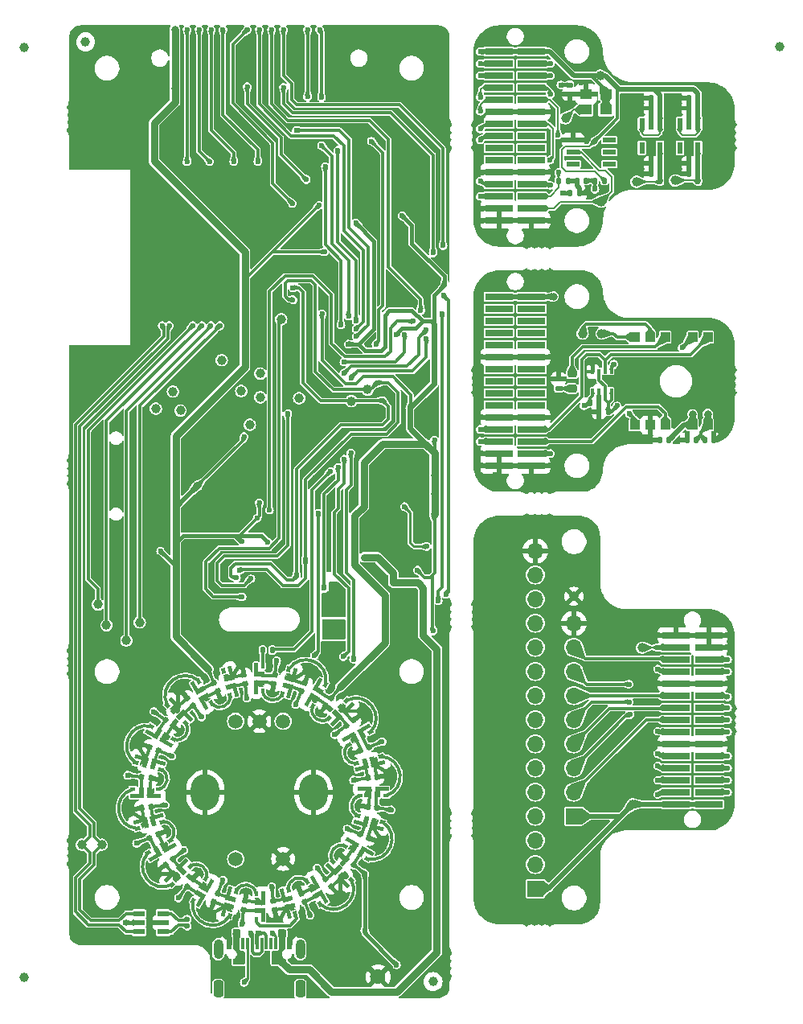
<source format=gbr>
%TF.GenerationSoftware,KiCad,Pcbnew,8.0.3*%
%TF.CreationDate,2024-06-12T08:46:35+02:00*%
%TF.ProjectId,EVT-PCB,4556542d-5043-4422-9e6b-696361645f70,rev?*%
%TF.SameCoordinates,PX3d6aa80PY9402a00*%
%TF.FileFunction,Copper,L1,Top*%
%TF.FilePolarity,Positive*%
%FSLAX46Y46*%
G04 Gerber Fmt 4.6, Leading zero omitted, Abs format (unit mm)*
G04 Created by KiCad (PCBNEW 8.0.3) date 2024-06-12 08:46:35*
%MOMM*%
%LPD*%
G01*
G04 APERTURE LIST*
G04 Aperture macros list*
%AMRoundRect*
0 Rectangle with rounded corners*
0 $1 Rounding radius*
0 $2 $3 $4 $5 $6 $7 $8 $9 X,Y pos of 4 corners*
0 Add a 4 corners polygon primitive as box body*
4,1,4,$2,$3,$4,$5,$6,$7,$8,$9,$2,$3,0*
0 Add four circle primitives for the rounded corners*
1,1,$1+$1,$2,$3*
1,1,$1+$1,$4,$5*
1,1,$1+$1,$6,$7*
1,1,$1+$1,$8,$9*
0 Add four rect primitives between the rounded corners*
20,1,$1+$1,$2,$3,$4,$5,0*
20,1,$1+$1,$4,$5,$6,$7,0*
20,1,$1+$1,$6,$7,$8,$9,0*
20,1,$1+$1,$8,$9,$2,$3,0*%
%AMRotRect*
0 Rectangle, with rotation*
0 The origin of the aperture is its center*
0 $1 length*
0 $2 width*
0 $3 Rotation angle, in degrees counterclockwise*
0 Add horizontal line*
21,1,$1,$2,0,0,$3*%
%AMFreePoly0*
4,1,7,0.787400,-0.304800,0.101600,-0.304800,0.101601,-1.269990,-0.304800,-1.269990,-0.304800,0.203200,0.787400,0.203200,0.787400,-0.304800,0.787400,-0.304800,$1*%
%AMFreePoly1*
4,1,7,0.304800,-1.269990,-0.101601,-1.269990,-0.101600,-0.304800,-0.787400,-0.304800,-0.787400,0.203200,0.304800,0.203200,0.304800,-1.269990,0.304800,-1.269990,$1*%
G04 Aperture macros list end*
%TA.AperFunction,Conductor*%
%ADD10C,0.300000*%
%TD*%
%TA.AperFunction,SMDPad,CuDef*%
%ADD11R,2.300000X0.700000*%
%TD*%
%TA.AperFunction,SMDPad,CuDef*%
%ADD12RoundRect,0.218750X0.256250X-0.218750X0.256250X0.218750X-0.256250X0.218750X-0.256250X-0.218750X0*%
%TD*%
%TA.AperFunction,SMDPad,CuDef*%
%ADD13RoundRect,0.140000X0.140000X0.170000X-0.140000X0.170000X-0.140000X-0.170000X0.140000X-0.170000X0*%
%TD*%
%TA.AperFunction,SMDPad,CuDef*%
%ADD14C,1.000000*%
%TD*%
%TA.AperFunction,SMDPad,CuDef*%
%ADD15FreePoly0,45.000000*%
%TD*%
%TA.AperFunction,SMDPad,CuDef*%
%ADD16RotRect,0.558800X0.406400X135.000000*%
%TD*%
%TA.AperFunction,SMDPad,CuDef*%
%ADD17FreePoly1,225.000000*%
%TD*%
%TA.AperFunction,SMDPad,CuDef*%
%ADD18FreePoly0,345.000000*%
%TD*%
%TA.AperFunction,SMDPad,CuDef*%
%ADD19RotRect,0.558800X0.406400X75.000000*%
%TD*%
%TA.AperFunction,SMDPad,CuDef*%
%ADD20FreePoly1,165.000000*%
%TD*%
%TA.AperFunction,SMDPad,CuDef*%
%ADD21R,2.920000X0.740000*%
%TD*%
%TA.AperFunction,SMDPad,CuDef*%
%ADD22FreePoly0,255.000000*%
%TD*%
%TA.AperFunction,SMDPad,CuDef*%
%ADD23RotRect,0.558800X0.406400X345.000000*%
%TD*%
%TA.AperFunction,SMDPad,CuDef*%
%ADD24FreePoly1,75.000000*%
%TD*%
%TA.AperFunction,SMDPad,CuDef*%
%ADD25RoundRect,0.140000X0.186819X-0.116613X0.150272X0.160992X-0.186819X0.116613X-0.150272X-0.160992X0*%
%TD*%
%TA.AperFunction,SMDPad,CuDef*%
%ADD26R,1.346200X0.533400*%
%TD*%
%TA.AperFunction,SMDPad,CuDef*%
%ADD27R,1.200000X0.600000*%
%TD*%
%TA.AperFunction,SMDPad,CuDef*%
%ADD28RoundRect,0.140000X-0.220097X0.007580X-0.049643X-0.214559X0.220097X-0.007580X0.049643X0.214559X0*%
%TD*%
%TA.AperFunction,SMDPad,CuDef*%
%ADD29RoundRect,0.140000X0.103484X-0.194399X0.210635X0.064287X-0.103484X0.194399X-0.210635X-0.064287X0*%
%TD*%
%TA.AperFunction,SMDPad,CuDef*%
%ADD30R,0.600000X1.200000*%
%TD*%
%TA.AperFunction,SMDPad,CuDef*%
%ADD31R,1.300000X1.100000*%
%TD*%
%TA.AperFunction,SMDPad,CuDef*%
%ADD32RoundRect,0.140000X0.064287X0.210635X-0.194399X0.103484X-0.064287X-0.210635X0.194399X-0.103484X0*%
%TD*%
%TA.AperFunction,SMDPad,CuDef*%
%ADD33RoundRect,0.135000X0.135000X0.185000X-0.135000X0.185000X-0.135000X-0.185000X0.135000X-0.185000X0*%
%TD*%
%TA.AperFunction,SMDPad,CuDef*%
%ADD34RoundRect,0.140000X-0.170000X0.140000X-0.170000X-0.140000X0.170000X-0.140000X0.170000X0.140000X0*%
%TD*%
%TA.AperFunction,SMDPad,CuDef*%
%ADD35FreePoly0,270.000000*%
%TD*%
%TA.AperFunction,SMDPad,CuDef*%
%ADD36R,0.558800X0.406400*%
%TD*%
%TA.AperFunction,SMDPad,CuDef*%
%ADD37FreePoly1,90.000000*%
%TD*%
%TA.AperFunction,SMDPad,CuDef*%
%ADD38FreePoly0,240.000000*%
%TD*%
%TA.AperFunction,SMDPad,CuDef*%
%ADD39RotRect,0.558800X0.406400X330.000000*%
%TD*%
%TA.AperFunction,SMDPad,CuDef*%
%ADD40FreePoly1,60.000000*%
%TD*%
%TA.AperFunction,SMDPad,CuDef*%
%ADD41R,1.000000X1.000000*%
%TD*%
%TA.AperFunction,SMDPad,CuDef*%
%ADD42RoundRect,0.140000X-0.210635X0.064287X-0.103484X-0.194399X0.210635X-0.064287X0.103484X0.194399X0*%
%TD*%
%TA.AperFunction,SMDPad,CuDef*%
%ADD43FreePoly0,120.000000*%
%TD*%
%TA.AperFunction,SMDPad,CuDef*%
%ADD44RotRect,0.558800X0.406400X210.000000*%
%TD*%
%TA.AperFunction,SMDPad,CuDef*%
%ADD45FreePoly1,300.000000*%
%TD*%
%TA.AperFunction,SMDPad,CuDef*%
%ADD46FreePoly0,90.000000*%
%TD*%
%TA.AperFunction,SMDPad,CuDef*%
%ADD47FreePoly1,270.000000*%
%TD*%
%TA.AperFunction,SMDPad,CuDef*%
%ADD48FreePoly0,165.000000*%
%TD*%
%TA.AperFunction,SMDPad,CuDef*%
%ADD49RotRect,0.558800X0.406400X255.000000*%
%TD*%
%TA.AperFunction,SMDPad,CuDef*%
%ADD50FreePoly1,345.000000*%
%TD*%
%TA.AperFunction,SMDPad,CuDef*%
%ADD51FreePoly0,195.000000*%
%TD*%
%TA.AperFunction,SMDPad,CuDef*%
%ADD52RotRect,0.558800X0.406400X285.000000*%
%TD*%
%TA.AperFunction,SMDPad,CuDef*%
%ADD53FreePoly1,15.000000*%
%TD*%
%TA.AperFunction,SMDPad,CuDef*%
%ADD54R,0.600000X1.150000*%
%TD*%
%TA.AperFunction,SMDPad,CuDef*%
%ADD55R,0.300000X1.150000*%
%TD*%
%TA.AperFunction,ComponentPad*%
%ADD56O,1.000000X2.100000*%
%TD*%
%TA.AperFunction,ComponentPad*%
%ADD57RoundRect,0.250000X-0.250000X-0.650000X0.250000X-0.650000X0.250000X0.650000X-0.250000X0.650000X0*%
%TD*%
%TA.AperFunction,SMDPad,CuDef*%
%ADD58R,0.350000X0.500000*%
%TD*%
%TA.AperFunction,SMDPad,CuDef*%
%ADD59RoundRect,0.140000X-0.049643X0.214559X-0.220097X-0.007580X0.049643X-0.214559X0.220097X0.007580X0*%
%TD*%
%TA.AperFunction,SMDPad,CuDef*%
%ADD60RoundRect,0.140000X-0.116613X-0.186819X0.160992X-0.150272X0.116613X0.186819X-0.160992X0.150272X0*%
%TD*%
%TA.AperFunction,SMDPad,CuDef*%
%ADD61FreePoly0,75.000000*%
%TD*%
%TA.AperFunction,SMDPad,CuDef*%
%ADD62RotRect,0.558800X0.406400X165.000000*%
%TD*%
%TA.AperFunction,SMDPad,CuDef*%
%ADD63FreePoly1,255.000000*%
%TD*%
%TA.AperFunction,SMDPad,CuDef*%
%ADD64RoundRect,0.140000X0.049643X-0.214559X0.220097X0.007580X-0.049643X0.214559X-0.220097X-0.007580X0*%
%TD*%
%TA.AperFunction,SMDPad,CuDef*%
%ADD65FreePoly0,210.000000*%
%TD*%
%TA.AperFunction,SMDPad,CuDef*%
%ADD66RotRect,0.558800X0.406400X300.000000*%
%TD*%
%TA.AperFunction,SMDPad,CuDef*%
%ADD67FreePoly1,30.000000*%
%TD*%
%TA.AperFunction,ComponentPad*%
%ADD68R,1.700000X1.700000*%
%TD*%
%TA.AperFunction,ComponentPad*%
%ADD69O,1.700000X1.700000*%
%TD*%
%TA.AperFunction,SMDPad,CuDef*%
%ADD70FreePoly0,0.000000*%
%TD*%
%TA.AperFunction,SMDPad,CuDef*%
%ADD71R,0.406400X0.558800*%
%TD*%
%TA.AperFunction,SMDPad,CuDef*%
%ADD72FreePoly1,180.000000*%
%TD*%
%TA.AperFunction,SMDPad,CuDef*%
%ADD73FreePoly0,330.000000*%
%TD*%
%TA.AperFunction,SMDPad,CuDef*%
%ADD74RotRect,0.558800X0.406400X60.000000*%
%TD*%
%TA.AperFunction,SMDPad,CuDef*%
%ADD75FreePoly1,150.000000*%
%TD*%
%TA.AperFunction,SMDPad,CuDef*%
%ADD76RoundRect,0.140000X0.220097X-0.007580X0.049643X0.214559X-0.220097X0.007580X-0.049643X-0.214559X0*%
%TD*%
%TA.AperFunction,SMDPad,CuDef*%
%ADD77RoundRect,0.140000X-0.103484X0.194399X-0.210635X-0.064287X0.103484X-0.194399X0.210635X0.064287X0*%
%TD*%
%TA.AperFunction,SMDPad,CuDef*%
%ADD78RoundRect,0.140000X-0.007580X-0.220097X0.214559X-0.049643X0.007580X0.220097X-0.214559X0.049643X0*%
%TD*%
%TA.AperFunction,ComponentPad*%
%ADD79C,1.500000*%
%TD*%
%TA.AperFunction,ComponentPad*%
%ADD80O,3.000000X3.800000*%
%TD*%
%TA.AperFunction,SMDPad,CuDef*%
%ADD81RoundRect,0.135000X-0.185000X0.135000X-0.185000X-0.135000X0.185000X-0.135000X0.185000X0.135000X0*%
%TD*%
%TA.AperFunction,SMDPad,CuDef*%
%ADD82RoundRect,0.140000X0.210635X-0.064287X0.103484X0.194399X-0.210635X0.064287X-0.103484X-0.194399X0*%
%TD*%
%TA.AperFunction,SMDPad,CuDef*%
%ADD83RoundRect,0.140000X0.007580X0.220097X-0.214559X0.049643X-0.007580X-0.220097X0.214559X-0.049643X0*%
%TD*%
%TA.AperFunction,SMDPad,CuDef*%
%ADD84RoundRect,0.140000X-0.214559X-0.049643X0.007580X-0.220097X0.214559X0.049643X-0.007580X0.220097X0*%
%TD*%
%TA.AperFunction,SMDPad,CuDef*%
%ADD85RoundRect,0.140000X0.116613X0.186819X-0.160992X0.150272X-0.116613X-0.186819X0.160992X-0.150272X0*%
%TD*%
%TA.AperFunction,SMDPad,CuDef*%
%ADD86FreePoly0,30.000000*%
%TD*%
%TA.AperFunction,SMDPad,CuDef*%
%ADD87RotRect,0.558800X0.406400X120.000000*%
%TD*%
%TA.AperFunction,SMDPad,CuDef*%
%ADD88FreePoly1,210.000000*%
%TD*%
%TA.AperFunction,SMDPad,CuDef*%
%ADD89FreePoly0,315.000000*%
%TD*%
%TA.AperFunction,SMDPad,CuDef*%
%ADD90RotRect,0.558800X0.406400X45.000000*%
%TD*%
%TA.AperFunction,SMDPad,CuDef*%
%ADD91FreePoly1,135.000000*%
%TD*%
%TA.AperFunction,SMDPad,CuDef*%
%ADD92RoundRect,0.140000X-0.140000X-0.170000X0.140000X-0.170000X0.140000X0.170000X-0.140000X0.170000X0*%
%TD*%
%TA.AperFunction,SMDPad,CuDef*%
%ADD93RoundRect,0.140000X0.150272X-0.160992X0.186819X0.116613X-0.150272X0.160992X-0.186819X-0.116613X0*%
%TD*%
%TA.AperFunction,SMDPad,CuDef*%
%ADD94FreePoly0,15.000000*%
%TD*%
%TA.AperFunction,SMDPad,CuDef*%
%ADD95RotRect,0.558800X0.406400X105.000000*%
%TD*%
%TA.AperFunction,SMDPad,CuDef*%
%ADD96FreePoly1,195.000000*%
%TD*%
%TA.AperFunction,SMDPad,CuDef*%
%ADD97FreePoly0,300.000000*%
%TD*%
%TA.AperFunction,SMDPad,CuDef*%
%ADD98RotRect,0.558800X0.406400X30.000000*%
%TD*%
%TA.AperFunction,SMDPad,CuDef*%
%ADD99FreePoly1,120.000000*%
%TD*%
%TA.AperFunction,SMDPad,CuDef*%
%ADD100RoundRect,0.140000X-0.064287X-0.210635X0.194399X-0.103484X0.064287X0.210635X-0.194399X0.103484X0*%
%TD*%
%TA.AperFunction,SMDPad,CuDef*%
%ADD101RoundRect,0.140000X-0.194399X-0.103484X0.064287X-0.210635X0.194399X0.103484X-0.064287X0.210635X0*%
%TD*%
%TA.AperFunction,SMDPad,CuDef*%
%ADD102FreePoly0,135.000000*%
%TD*%
%TA.AperFunction,SMDPad,CuDef*%
%ADD103RotRect,0.558800X0.406400X225.000000*%
%TD*%
%TA.AperFunction,SMDPad,CuDef*%
%ADD104FreePoly1,315.000000*%
%TD*%
%TA.AperFunction,SMDPad,CuDef*%
%ADD105FreePoly0,150.000000*%
%TD*%
%TA.AperFunction,SMDPad,CuDef*%
%ADD106RotRect,0.558800X0.406400X240.000000*%
%TD*%
%TA.AperFunction,SMDPad,CuDef*%
%ADD107FreePoly1,330.000000*%
%TD*%
%TA.AperFunction,SMDPad,CuDef*%
%ADD108RoundRect,0.140000X0.160992X0.150272X-0.116613X0.186819X-0.160992X-0.150272X0.116613X-0.186819X0*%
%TD*%
%TA.AperFunction,SMDPad,CuDef*%
%ADD109RoundRect,0.140000X0.214559X0.049643X-0.007580X0.220097X-0.214559X-0.049643X0.007580X-0.220097X0*%
%TD*%
%TA.AperFunction,SMDPad,CuDef*%
%ADD110FreePoly0,285.000000*%
%TD*%
%TA.AperFunction,SMDPad,CuDef*%
%ADD111RotRect,0.558800X0.406400X15.000000*%
%TD*%
%TA.AperFunction,SMDPad,CuDef*%
%ADD112FreePoly1,105.000000*%
%TD*%
%TA.AperFunction,SMDPad,CuDef*%
%ADD113FreePoly0,105.000000*%
%TD*%
%TA.AperFunction,SMDPad,CuDef*%
%ADD114RotRect,0.558800X0.406400X195.000000*%
%TD*%
%TA.AperFunction,SMDPad,CuDef*%
%ADD115FreePoly1,285.000000*%
%TD*%
%TA.AperFunction,SMDPad,CuDef*%
%ADD116RoundRect,0.140000X-0.186819X0.116613X-0.150272X-0.160992X0.186819X-0.116613X0.150272X0.160992X0*%
%TD*%
%TA.AperFunction,SMDPad,CuDef*%
%ADD117FreePoly0,60.000000*%
%TD*%
%TA.AperFunction,SMDPad,CuDef*%
%ADD118RotRect,0.558800X0.406400X150.000000*%
%TD*%
%TA.AperFunction,SMDPad,CuDef*%
%ADD119FreePoly1,240.000000*%
%TD*%
%TA.AperFunction,SMDPad,CuDef*%
%ADD120RoundRect,0.140000X-0.160992X-0.150272X0.116613X-0.186819X0.160992X0.150272X-0.116613X0.186819X0*%
%TD*%
%TA.AperFunction,SMDPad,CuDef*%
%ADD121RoundRect,0.140000X0.194399X0.103484X-0.064287X0.210635X-0.194399X-0.103484X0.064287X-0.210635X0*%
%TD*%
%TA.AperFunction,SMDPad,CuDef*%
%ADD122RoundRect,0.140000X-0.150272X0.160992X-0.186819X-0.116613X0.150272X-0.160992X0.186819X0.116613X0*%
%TD*%
%TA.AperFunction,SMDPad,CuDef*%
%ADD123FreePoly0,180.000000*%
%TD*%
%TA.AperFunction,SMDPad,CuDef*%
%ADD124FreePoly1,0.000000*%
%TD*%
%TA.AperFunction,SMDPad,CuDef*%
%ADD125FreePoly0,225.000000*%
%TD*%
%TA.AperFunction,SMDPad,CuDef*%
%ADD126RotRect,0.558800X0.406400X315.000000*%
%TD*%
%TA.AperFunction,SMDPad,CuDef*%
%ADD127FreePoly1,45.000000*%
%TD*%
%TA.AperFunction,ComponentPad*%
%ADD128C,1.625000*%
%TD*%
%TA.AperFunction,ViaPad*%
%ADD129C,0.800000*%
%TD*%
%TA.AperFunction,ViaPad*%
%ADD130C,0.600000*%
%TD*%
%TA.AperFunction,Conductor*%
%ADD131C,0.400000*%
%TD*%
%TA.AperFunction,Conductor*%
%ADD132C,0.200000*%
%TD*%
%TA.AperFunction,Conductor*%
%ADD133C,0.800000*%
%TD*%
%TA.AperFunction,Conductor*%
%ADD134C,0.500000*%
%TD*%
%TA.AperFunction,Conductor*%
%ADD135C,0.600000*%
%TD*%
%TA.AperFunction,Conductor*%
%ADD136C,0.254000*%
%TD*%
G04 APERTURE END LIST*
D10*
%TO.N,Net-(D501-DOUT)*%
X29719074Y32277503D02*
G75*
G02*
X27649296Y32550006I-998374J413597D01*
G01*
%TO.N,+3V3*%
X27549789Y9422500D02*
G75*
G02*
X25671033Y9526769I-249789J12477400D01*
G01*
X24082633Y10838403D02*
G75*
G02*
X22891485Y11256906I3217367J11061697D01*
G01*
%TO.N,GND*%
X21754334Y11802676D02*
G75*
G02*
X20287064Y12760564I5545666J10097424D01*
G01*
%TO.N,+3V3*%
X18982878Y13929059D02*
G75*
G02*
X18160568Y14887068I8317122J7970941D01*
G01*
X38230725Y15877575D02*
G75*
G02*
X37201041Y14302663I-10930625J6022425D01*
G01*
%TO.N,Net-(D508-DOUT)*%
X40285501Y18782116D02*
G75*
G02*
X38686811Y14922531I-1139621J-1788846D01*
G01*
%TO.N,+3V3*%
X20844925Y32580937D02*
G75*
G02*
X22524110Y33430017I6454975J-10680737D01*
G01*
%TO.N,Net-(D523-DOUT)*%
X24206227Y32096718D02*
G75*
G02*
X22277470Y31297804I-1071427J-141018D01*
G01*
%TO.N,GND*%
X38938973Y22148572D02*
G75*
G02*
X38842032Y20380463I-11639073J-248572D01*
G01*
%TO.N,Net-(D505-DOUT)*%
X37496717Y24993774D02*
G75*
G02*
X36697804Y26922528I-141017J1071426D01*
G01*
%TO.N,GND*%
X36216332Y30464799D02*
G75*
G02*
X37108639Y29426434I-8916532J-8564899D01*
G01*
X39175498Y18460629D02*
G75*
G02*
X38722404Y17168685I-11875698J3439471D01*
G01*
X27051428Y33538973D02*
G75*
G02*
X28819537Y33442032I248572J-11639073D01*
G01*
X35945485Y12899669D02*
G75*
G02*
X34897338Y11998956I-8645585J9000531D01*
G01*
%TO.N,Net-(D516-DOUT)*%
X18107081Y12213168D02*
G75*
G02*
X15563959Y15527438I-979381J1881332D01*
G01*
%TO.N,GND*%
X23828227Y9912626D02*
G75*
G02*
X22524110Y10369986I3471873J11987674D01*
G01*
%TO.N,Net-(D514-DOUT)*%
X24182115Y8914499D02*
G75*
G02*
X20322599Y10513174I-1788815J1139601D01*
G01*
%TO.N,Net-(D513-DOUT)*%
X24880926Y11522498D02*
G75*
G02*
X26950704Y11249994I998374J-413598D01*
G01*
%TO.N,GND*%
X15182742Y18912956D02*
G75*
G02*
X14926764Y20271033I12117558J2987144D01*
G01*
X18299668Y13254515D02*
G75*
G02*
X17398952Y14302660I9000132J8645285D01*
G01*
X15782627Y21654025D02*
G75*
G02*
X15878556Y23403661I11517373J245975D01*
G01*
%TO.N,Net-(D518-DOUT)*%
X14495283Y18107417D02*
G75*
G02*
X13950004Y22249236I92517J2118983D01*
G01*
%TO.N,GND*%
X17448649Y15928293D02*
G75*
G02*
X16656914Y17491490I9851451J5971707D01*
G01*
%TO.N,Net-(D511-DOUT)*%
X30393774Y11703284D02*
G75*
G02*
X32322528Y12502196I1071426J141016D01*
G01*
%TO.N,Net-(D520-DOUT)*%
X14314498Y25017885D02*
G75*
G02*
X15913187Y28877462I1139612J1788845D01*
G01*
%TO.N,+3V3*%
X14820827Y21756310D02*
G75*
G02*
X14926767Y23528967I12479273J143690D01*
G01*
X33265178Y32726822D02*
G75*
G02*
X34825124Y31706933I-5965178J-10826822D01*
G01*
%TO.N,GND*%
X17249542Y27530159D02*
G75*
G02*
X18160570Y28912932I10050458J-5630159D01*
G01*
%TO.N,Net-(D504-DOUT)*%
X36492919Y31586832D02*
G75*
G02*
X39036041Y28272562I979381J-1881332D01*
G01*
%TO.N,GND*%
X18654514Y30900332D02*
G75*
G02*
X19702661Y31801045I8645586J-9000532D01*
G01*
%TO.N,+3V3*%
X16238402Y25117367D02*
G75*
G02*
X16656905Y26308515I11061698J-3217367D01*
G01*
%TO.N,Net-(D515-DOUT)*%
X20016269Y14122356D02*
G75*
G02*
X21672497Y12851473I657831J-857356D01*
G01*
%TO.N,GND*%
X27545975Y10382627D02*
G75*
G02*
X25796339Y10478556I-245975J11517373D01*
G01*
%TO.N,+3V3*%
X19329057Y30217122D02*
G75*
G02*
X20287068Y31039430I7970743J-8316922D01*
G01*
%TO.N,GND*%
X33271707Y12048650D02*
G75*
G02*
X31708516Y11256902I-5971707J9851250D01*
G01*
X32904217Y32103931D02*
G75*
G02*
X34386968Y31135916I-5604217J-10203831D01*
G01*
X39391419Y24989973D02*
G75*
G02*
X39673235Y23528968I-12091719J-3090073D01*
G01*
%TO.N,Net-(D519-DOUT)*%
X16922497Y24319074D02*
G75*
G02*
X16649994Y22249296I-413597J-998374D01*
G01*
%TO.N,+3V3*%
X30044476Y10711692D02*
G75*
G02*
X28803662Y10478558I-2744476J11188408D01*
G01*
%TO.N,Net-(D510-DOUT)*%
X36986832Y12707082D02*
G75*
G02*
X33672561Y10163959I-1881332J-979382D01*
G01*
%TO.N,+3V3*%
X35706455Y29956558D02*
G75*
G02*
X36537597Y28988259I-8406455J-8056558D01*
G01*
X35270941Y13582879D02*
G75*
G02*
X34312932Y12760569I-7970941J8317121D01*
G01*
X16619063Y15444926D02*
G75*
G02*
X15769977Y17124109I10681037J6455174D01*
G01*
X24555523Y33088308D02*
G75*
G02*
X25796337Y33321447I2744577J-11188708D01*
G01*
%TO.N,GND*%
X37397324Y16354334D02*
G75*
G02*
X36439436Y14887064I-10097424J5545666D01*
G01*
X30739371Y33775499D02*
G75*
G02*
X32031315Y33322405I-3439471J-11875699D01*
G01*
X15312625Y25371773D02*
G75*
G02*
X15769985Y26675890I11987675J-3471873D01*
G01*
X30287044Y9782743D02*
G75*
G02*
X28928967Y9526765I-2987144J12117557D01*
G01*
X37255358Y27934756D02*
G75*
G02*
X38055465Y26355060I-9955458J-6034856D01*
G01*
%TO.N,+3V3*%
X33755074Y11219064D02*
G75*
G02*
X32075889Y10369984I-6455074J10680936D01*
G01*
%TO.N,Net-(D517-DOUT)*%
X17103282Y18806227D02*
G75*
G02*
X17902196Y16877470I141018J-1071427D01*
G01*
%TO.N,Net-(D522-DOUT)*%
X17613167Y31092919D02*
G75*
G02*
X20927438Y33636042I1881333J979381D01*
G01*
%TO.N,Net-(D506-DOUT)*%
X40104716Y25692583D02*
G75*
G02*
X40649996Y21550764I-92516J-2118983D01*
G01*
%TO.N,+3V3*%
X39658892Y22147415D02*
G75*
G02*
X39555615Y20286518I-12358892J-247415D01*
G01*
X38488307Y24644477D02*
G75*
G02*
X38721446Y23403663I-11188707J-2744577D01*
G01*
X16420875Y28015146D02*
G75*
G02*
X17398948Y29497344I10879025J-6115046D01*
G01*
%TO.N,Net-(D521-DOUT)*%
X19522355Y29183731D02*
G75*
G02*
X18251473Y27527504I-857355J-657831D01*
G01*
%TO.N,+3V3*%
X38480409Y18648076D02*
G75*
G02*
X38057412Y17444135I-11180509J3251924D01*
G01*
X21277575Y10969275D02*
G75*
G02*
X19702663Y11998959I6022425J10930625D01*
G01*
%TO.N,Net-(D507-DOUT)*%
X37677502Y19480926D02*
G75*
G02*
X37950006Y21550704I413598J998374D01*
G01*
%TO.N,+3V3*%
X16111691Y19155524D02*
G75*
G02*
X15878557Y20396338I11188409J2744476D01*
G01*
%TO.N,Net-(D503-DOUT)*%
X34592218Y29671132D02*
G75*
G02*
X32927631Y30948475I-661238J861585D01*
G01*
%TO.N,GND*%
X21328291Y31751351D02*
G75*
G02*
X22891489Y32543087I5971609J-9851251D01*
G01*
X24312955Y34017258D02*
G75*
G02*
X25671034Y34273226I2986945J-12116958D01*
G01*
%TO.N,+3V3*%
X30551924Y33080411D02*
G75*
G02*
X31755865Y32657414I-3251924J-11180511D01*
G01*
%TO.N,Net-(D509-DOUT)*%
X35077644Y14616271D02*
G75*
G02*
X36348526Y16272496I857356J657829D01*
G01*
%TO.N,+3V3*%
X27052585Y34258892D02*
G75*
G02*
X28913482Y34155615I247415J-12358892D01*
G01*
X37879405Y28293714D02*
G75*
G02*
X38720408Y26630487I-10579505J-6393714D01*
G01*
%TO.N,Net-(D502-DOUT)*%
X30417884Y34885502D02*
G75*
G02*
X34277402Y33286827I1788816J-1139602D01*
G01*
%TD*%
D11*
%TO.P,J401,1*%
%TO.N,+BATT*%
X35200000Y39550000D03*
%TO.P,J401,2*%
%TO.N,GND*%
X35200000Y41050000D03*
%TD*%
D12*
%TO.P,D1201,1,K*%
%TO.N,Net-(D1201-K)*%
X60250000Y64412500D03*
%TO.P,D1201,2,A*%
%TO.N,Net-(D1201-A)*%
X60250000Y65987500D03*
%TD*%
D13*
%TO.P,C1202,1*%
%TO.N,+3V3*%
X73330000Y59000000D03*
%TO.P,C1202,2*%
%TO.N,GND*%
X72370000Y59000000D03*
%TD*%
D14*
%TO.P,TP117,1,1*%
%TO.N,/LCD_CS*%
X23340000Y67400000D03*
%TD*%
%TO.P,TP1303,1,1*%
%TO.N,/Dev Module/EEPROM*%
X67630000Y37140000D03*
%TD*%
%TO.P,TP1101,1,1*%
%TO.N,+2V8*%
X67025000Y86175000D03*
%TD*%
%TO.P,TP106,1,1*%
%TO.N,/USB_D-*%
X8600000Y16400000D03*
%TD*%
D15*
%TO.P,D510,1,GND*%
%TO.N,GND*%
X35864799Y12983667D03*
D16*
%TO.P,D510,2,DOUT*%
%TO.N,Net-(D510-DOUT)*%
X36986832Y12707082D03*
%TO.P,D510,3,DIN*%
%TO.N,Net-(D509-DOUT)*%
X35077644Y14616270D03*
D17*
%TO.P,D510,4,VDD*%
%TO.N,+3V3*%
X35356557Y13493545D03*
%TD*%
D18*
%TO.P,D514,1,GND*%
%TO.N,GND*%
X23860628Y10024501D03*
D19*
%TO.P,D514,2,DOUT*%
%TO.N,Net-(D514-DOUT)*%
X24182115Y8914499D03*
%TO.P,D514,3,DIN*%
%TO.N,Net-(D513-DOUT)*%
X24880926Y11522498D03*
D20*
%TO.P,D514,4,VDD*%
%TO.N,+3V3*%
X24048075Y10719590D03*
%TD*%
D14*
%TO.P,TP1108,1,1*%
%TO.N,/Camera Module/EEPROM*%
X63350000Y84100000D03*
%TD*%
D21*
%TO.P,J1101,01,01*%
%TO.N,+3V3*%
X52553000Y99890000D03*
%TO.P,J1101,02,02*%
X55983000Y99890000D03*
%TO.P,J1101,03,03*%
%TO.N,/Camera Module/DATA2*%
X52553000Y98620000D03*
%TO.P,J1101,04,04*%
%TO.N,/Camera Module/DATA3*%
X55983000Y98620000D03*
%TO.P,J1101,05,05*%
%TO.N,/Camera Module/DATA4*%
X52553000Y97350000D03*
%TO.P,J1101,06,06*%
%TO.N,/Camera Module/DATA5*%
X55983000Y97350000D03*
%TO.P,J1101,07,07*%
%TO.N,/Camera Module/DATA6*%
X52553000Y96080000D03*
%TO.P,J1101,08,08*%
%TO.N,/Camera Module/DATA7*%
X55983000Y96080000D03*
%TO.P,J1101,09,09*%
%TO.N,/Camera Module/DATA8*%
X52553000Y94810000D03*
%TO.P,J1101,10,10*%
%TO.N,/Camera Module/DATA9*%
X55983000Y94810000D03*
%TO.P,J1101,11,11*%
%TO.N,GND*%
X52553000Y93540000D03*
%TO.P,J1101,12,12*%
X55983000Y93540000D03*
%TO.P,J1101,13,13*%
%TO.N,/Camera Module/HSYNC*%
X52553000Y92270000D03*
%TO.P,J1101,14,14*%
%TO.N,/Camera Module/VSYNC*%
X55983000Y92270000D03*
%TO.P,J1101,15,15*%
%TO.N,/Camera Module/PCLK*%
X52553000Y91000000D03*
%TO.P,J1101,16,16*%
%TO.N,unconnected-(J1101-Pad16)*%
X55983000Y91000000D03*
%TO.P,J1101,17,17*%
%TO.N,unconnected-(J1101-Pad17)*%
X52553000Y89730000D03*
%TO.P,J1101,18,18*%
%TO.N,unconnected-(J1101-Pad18)*%
X55983000Y89730000D03*
%TO.P,J1101,19,19*%
%TO.N,unconnected-(J1101-Pad19)*%
X52553000Y88460000D03*
%TO.P,J1101,20,20*%
%TO.N,unconnected-(J1101-Pad20)*%
X55983000Y88460000D03*
%TO.P,J1101,21,21*%
%TO.N,GND*%
X52553000Y87190000D03*
%TO.P,J1101,22,22*%
X55983000Y87190000D03*
%TO.P,J1101,23,23*%
%TO.N,/Camera Module/SCL*%
X52553000Y85920000D03*
%TO.P,J1101,24,24*%
%TO.N,/Camera Module/SDA*%
X55983000Y85920000D03*
%TO.P,J1101,25,25*%
%TO.N,/Camera Module/~{RESET}*%
X52553000Y84650000D03*
%TO.P,J1101,26,26*%
%TO.N,/Camera Module/PWDN*%
X55983000Y84650000D03*
%TO.P,J1101,27,27*%
%TO.N,GND*%
X52553000Y83380000D03*
%TO.P,J1101,28,28*%
%TO.N,/Camera Module/EEPROM*%
X55983000Y83380000D03*
%TO.P,J1101,29,29*%
%TO.N,GND*%
X52553000Y82110000D03*
%TO.P,J1101,30,30*%
X55983000Y82110000D03*
%TD*%
D22*
%TO.P,D520,1,GND*%
%TO.N,GND*%
X15424500Y25339372D03*
D23*
%TO.P,D520,2,DOUT*%
%TO.N,Net-(D520-DOUT)*%
X14314498Y25017885D03*
%TO.P,D520,3,DIN*%
%TO.N,Net-(D519-DOUT)*%
X16922497Y24319074D03*
D24*
%TO.P,D520,4,VDD*%
%TO.N,+3V3*%
X16119589Y25151925D03*
%TD*%
D25*
%TO.P,C527,1*%
%TO.N,+3V3*%
X25796338Y33321441D03*
%TO.P,C527,2*%
%TO.N,GND*%
X25671032Y34273235D03*
%TD*%
D26*
%TO.P,U1104,1,GND*%
%TO.N,GND*%
X60345000Y90570000D03*
%TO.P,U1104,2,IO*%
%TO.N,/Camera Module/EEPROM*%
X60345000Y89300000D03*
%TO.P,U1104,3,N.C.*%
%TO.N,unconnected-(U1104-N.C.-Pad3)*%
X60345000Y88030000D03*
%TO.P,U1104,4,N.C.*%
%TO.N,unconnected-(U1104-N.C.-Pad4)*%
X64155000Y88030000D03*
%TO.P,U1104,5,N.C.*%
%TO.N,unconnected-(U1104-N.C.-Pad5)*%
X64155000Y89300000D03*
%TO.P,U1104,6,N.C.*%
%TO.N,unconnected-(U1104-N.C.-Pad6)*%
X64155000Y90570000D03*
%TD*%
D13*
%TO.P,C1106,1*%
%TO.N,/Camera Module/~{RESET}*%
X61730000Y86300000D03*
%TO.P,C1106,2*%
%TO.N,GND*%
X60770000Y86300000D03*
%TD*%
D27*
%TO.P,D301,1*%
%TO.N,/Supply/USBC_D-*%
X17150000Y7250000D03*
%TO.P,D301,2*%
%TO.N,GND*%
X17150000Y8200000D03*
%TO.P,D301,3*%
%TO.N,/Supply/USBC_D+*%
X17150000Y9150000D03*
%TO.P,D301,4*%
%TO.N,/USB_D+*%
X14650000Y9150000D03*
%TO.P,D301,5*%
%TO.N,+5V*%
X14650000Y8200000D03*
%TO.P,D301,6*%
%TO.N,/USB_D-*%
X14650000Y7250000D03*
%TD*%
D28*
%TO.P,C513,1*%
%TO.N,+3V3*%
X34312932Y12760569D03*
%TO.P,C513,2*%
%TO.N,GND*%
X34897342Y11998951D03*
%TD*%
D14*
%TO.P,TP123,1,1*%
%TO.N,/SD_CLK*%
X19000000Y62100000D03*
%TD*%
D29*
%TO.P,C505,1*%
%TO.N,+3V3*%
X31708513Y32543093D03*
%TO.P,C505,2*%
%TO.N,GND*%
X32075889Y33430017D03*
%TD*%
D14*
%TO.P,TP102,1,1*%
%TO.N,/MAIN_SDA*%
X38700000Y64300000D03*
%TD*%
%TO.P,TP121,1,1*%
%TO.N,/SD_CS*%
X16400000Y62300000D03*
%TD*%
D30*
%TO.P,U1101,1,IN*%
%TO.N,+3V3*%
X69500000Y92250000D03*
%TO.P,U1101,2,GND*%
%TO.N,GND*%
X68550000Y92250000D03*
%TO.P,U1101,3,EN*%
%TO.N,+3V3*%
X67600000Y92250000D03*
%TO.P,U1101,4,NC*%
%TO.N,unconnected-(U1101-NC-Pad4)*%
X67600000Y89750000D03*
%TO.P,U1101,5,OUT*%
%TO.N,+2V8*%
X69500000Y89750000D03*
%TD*%
D31*
%TO.P,X1101,1,EN*%
%TO.N,+3V3*%
X63800000Y95425000D03*
%TO.P,X1101,2,GND*%
%TO.N,GND*%
X61700000Y95425000D03*
%TO.P,X1101,3,OUT*%
%TO.N,Net-(U1102-XCLK)*%
X61700000Y93775000D03*
%TO.P,X1101,4,Vdd*%
%TO.N,+3V3*%
X63800000Y93775000D03*
%TD*%
D32*
%TO.P,C508,1*%
%TO.N,+3V3*%
X38830016Y26675889D03*
%TO.P,C508,2*%
%TO.N,GND*%
X37943092Y26308513D03*
%TD*%
D33*
%TO.P,R1101,1*%
%TO.N,+3V3*%
X63660000Y86300000D03*
%TO.P,R1101,2*%
%TO.N,/Camera Module/~{RESET}*%
X62640000Y86300000D03*
%TD*%
D34*
%TO.P,C1101,1*%
%TO.N,/Camera Module/PCLK*%
X60000000Y96380000D03*
%TO.P,C1101,2*%
%TO.N,GND*%
X60000000Y95420000D03*
%TD*%
D35*
%TO.P,D507,1,GND*%
%TO.N,GND*%
X38938973Y22148572D03*
D36*
%TO.P,D507,2,DOUT*%
%TO.N,Net-(D507-DOUT)*%
X37950000Y21550750D03*
%TO.P,D507,3,DIN*%
%TO.N,Net-(D506-DOUT)*%
X40650000Y21550750D03*
D37*
%TO.P,D507,4,VDD*%
%TO.N,+3V3*%
X39658892Y22147415D03*
%TD*%
D14*
%TO.P,FID102,*%
%TO.N,*%
X82100000Y100400000D03*
%TD*%
D38*
%TO.P,D509,1,GND*%
%TO.N,GND*%
X37503931Y16295783D03*
D39*
%TO.P,D509,2,DOUT*%
%TO.N,Net-(D509-DOUT)*%
X36348545Y16272541D03*
%TO.P,D509,3,DIN*%
%TO.N,Net-(D508-DOUT)*%
X38686813Y14922541D03*
D40*
%TO.P,D509,4,VDD*%
%TO.N,+3V3*%
X38126821Y15934822D03*
%TD*%
D41*
%TO.P,U1201,1,SDA*%
%TO.N,/Mountain Module/SDA*%
X74550000Y69825000D03*
%TO.P,U1201,2,SCL*%
%TO.N,/Mountain Module/SCL*%
X72950000Y69825000D03*
%TO.P,U1201,3,PPS*%
%TO.N,Net-(D1201-A)*%
X70050000Y69825000D03*
%TO.P,U1201,4,TX*%
%TO.N,Net-(U1201-TX)*%
X68450000Y69825000D03*
%TO.P,U1201,5,RX*%
%TO.N,Net-(U1201-RX)*%
X66850000Y69825000D03*
%TO.P,U1201,6,~{RESET}*%
%TO.N,/Mountain Module/~{RESET}*%
X66850000Y60575000D03*
%TO.P,U1201,7,GND*%
%TO.N,GND*%
X68450000Y60575000D03*
%TO.P,U1201,8,WAKEUP*%
%TO.N,/Mountain Module/WAKEUP*%
X70050000Y60575000D03*
%TO.P,U1201,9,VBACKUP*%
%TO.N,Net-(U1201-VBACKUP)*%
X72950000Y60575000D03*
%TO.P,U1201,10,VCC*%
%TO.N,+3V3*%
X74550000Y60575000D03*
%TD*%
D13*
%TO.P,C1108,1*%
%TO.N,+3V3*%
X73500000Y93925000D03*
%TO.P,C1108,2*%
%TO.N,GND*%
X72540000Y93925000D03*
%TD*%
D42*
%TO.P,C526,1*%
%TO.N,+3V3*%
X22524110Y33430017D03*
%TO.P,C526,2*%
%TO.N,GND*%
X22891486Y32543093D03*
%TD*%
D43*
%TO.P,D517,1,GND*%
%TO.N,GND*%
X17344640Y15865244D03*
D44*
%TO.P,D517,2,DOUT*%
%TO.N,Net-(D517-DOUT)*%
X17902204Y16877459D03*
%TO.P,D517,3,DIN*%
%TO.N,Net-(D516-DOUT)*%
X15563936Y15527459D03*
D45*
%TO.P,D517,4,VDD*%
%TO.N,+3V3*%
X16720593Y15506286D03*
%TD*%
D13*
%TO.P,C1206,1*%
%TO.N,+3V3*%
X64035000Y61975000D03*
%TO.P,C1206,2*%
%TO.N,GND*%
X63075000Y61975000D03*
%TD*%
D46*
%TO.P,D519,1,GND*%
%TO.N,GND*%
X15661027Y21651428D03*
D36*
%TO.P,D519,2,DOUT*%
%TO.N,Net-(D519-DOUT)*%
X16650000Y22249250D03*
%TO.P,D519,3,DIN*%
%TO.N,Net-(D518-DOUT)*%
X13950000Y22249250D03*
D47*
%TO.P,D519,4,VDD*%
%TO.N,+3V3*%
X14941108Y21652585D03*
%TD*%
D14*
%TO.P,FID107,*%
%TO.N,*%
X2500000Y2450000D03*
%TD*%
D48*
%TO.P,D502,1,GND*%
%TO.N,GND*%
X30739371Y33775500D03*
D49*
%TO.P,D502,2,DOUT*%
%TO.N,Net-(D502-DOUT)*%
X30417884Y34885502D03*
%TO.P,D502,3,DIN*%
%TO.N,Net-(D501-DOUT)*%
X29719073Y32277503D03*
D50*
%TO.P,D502,4,VDD*%
%TO.N,+3V3*%
X30551924Y33080411D03*
%TD*%
D51*
%TO.P,D524,1,GND*%
%TO.N,GND*%
X24340831Y33904170D03*
D52*
%TO.P,D524,2,DOUT*%
%TO.N,unconnected-(D524-DOUT-Pad2)*%
X23507416Y34704717D03*
%TO.P,D524,3,DIN*%
%TO.N,Net-(D523-DOUT)*%
X24206227Y32096718D03*
D53*
%TO.P,D524,4,VDD*%
%TO.N,+3V3*%
X24526044Y33208483D03*
%TD*%
D54*
%TO.P,J301,A1_B12,GND_1*%
%TO.N,GND*%
X24100000Y5980000D03*
%TO.P,J301,A4_B9,VBUS_1*%
%TO.N,+5V*%
X24900000Y5980000D03*
D55*
%TO.P,J301,A5,CC1*%
%TO.N,Net-(J301-CC1)*%
X26050000Y5980000D03*
%TO.P,J301,A6,DP1*%
%TO.N,/Supply/USBC_D+*%
X27050000Y5980000D03*
%TO.P,J301,A7,DN1*%
%TO.N,/Supply/USBC_D-*%
X27550000Y5980000D03*
%TO.P,J301,A8,SBU1*%
%TO.N,unconnected-(J301-SBU1-PadA8)*%
X28550000Y5980000D03*
D54*
%TO.P,J301,B1_A12,GND_2*%
%TO.N,GND*%
X30500000Y5980000D03*
%TO.P,J301,B4_A9,VBUS_2*%
%TO.N,+5V*%
X29700000Y5980000D03*
D55*
%TO.P,J301,B5,CC2*%
%TO.N,Net-(J301-CC2)*%
X29050000Y5980000D03*
%TO.P,J301,B6,DP2*%
%TO.N,/Supply/USBC_D+*%
X28050000Y5980000D03*
%TO.P,J301,B7,DN2*%
%TO.N,/Supply/USBC_D-*%
X26550000Y5980000D03*
%TO.P,J301,B8,SBU2*%
%TO.N,unconnected-(J301-SBU2-PadB8)*%
X25550000Y5980000D03*
D56*
%TO.P,J301,SH1,SHELL_GND_4*%
%TO.N,unconnected-(J301-SHELL_GND_4-PadSH1)*%
X22980000Y5405000D03*
%TO.P,J301,SH2,SHELL_GND__1*%
%TO.N,unconnected-(J301-SHELL_GND__1-PadSH2)*%
X31620000Y5405000D03*
D57*
%TO.P,J301,SH3,SHELL_GND__2*%
%TO.N,unconnected-(J301-SHELL_GND__2-PadSH3)*%
X22980000Y1225000D03*
%TO.P,J301,SH4,SHELL_GND__3*%
%TO.N,unconnected-(J301-SHELL_GND__3-PadSH4)*%
X31620000Y1225000D03*
%TD*%
D14*
%TO.P,TP1102,1,1*%
%TO.N,Net-(U1102-XCLK)*%
X59550000Y92850000D03*
%TD*%
%TO.P,TP119,1,1*%
%TO.N,/LCD_RS*%
X25400000Y64150000D03*
%TD*%
D13*
%TO.P,C1107,1*%
%TO.N,+3V3*%
X73500000Y95000000D03*
%TO.P,C1107,2*%
%TO.N,GND*%
X72540000Y95000000D03*
%TD*%
%TO.P,C1109,1*%
%TO.N,+1V5*%
X73500000Y88125000D03*
%TO.P,C1109,2*%
%TO.N,GND*%
X72540000Y88125000D03*
%TD*%
D14*
%TO.P,TP111,1,1*%
%TO.N,/I2S_LRCLK*%
X14700000Y39800000D03*
%TD*%
D58*
%TO.P,U1202,1,GND_1*%
%TO.N,GND*%
X62425000Y66225000D03*
%TO.P,U1202,2,CSB*%
%TO.N,+3V3*%
X63075000Y66225000D03*
%TO.P,U1202,3,SDI*%
%TO.N,/Mountain Module/SDA*%
X63725000Y66225000D03*
%TO.P,U1202,4,SCK*%
%TO.N,/Mountain Module/SCL*%
X64375000Y66225000D03*
%TO.P,U1202,5,SDO*%
%TO.N,+3V3*%
X64375000Y64175000D03*
%TO.P,U1202,6,VDDIO*%
X63725000Y64175000D03*
%TO.P,U1202,7,GND_2*%
%TO.N,GND*%
X63075000Y64175000D03*
%TO.P,U1202,8,VDD*%
%TO.N,+3V3*%
X62425000Y64175000D03*
%TD*%
D14*
%TO.P,TP118,1,1*%
%TO.N,/~{LCD_RESET}*%
X27400000Y63500000D03*
%TD*%
D59*
%TO.P,C506,1*%
%TO.N,+3V3*%
X34897342Y31801049D03*
%TO.P,C506,2*%
%TO.N,GND*%
X34312932Y31039431D03*
%TD*%
D60*
%TO.P,C509,1*%
%TO.N,+3V3*%
X38721444Y23403663D03*
%TO.P,C509,2*%
%TO.N,GND*%
X39673230Y23528967D03*
%TD*%
D61*
%TO.P,D508,1,GND*%
%TO.N,GND*%
X39175499Y18460629D03*
D62*
%TO.P,D508,2,DOUT*%
%TO.N,Net-(D508-DOUT)*%
X40285501Y18782116D03*
%TO.P,D508,3,DIN*%
%TO.N,Net-(D507-DOUT)*%
X37677502Y19480927D03*
D63*
%TO.P,D508,4,VDD*%
%TO.N,+3V3*%
X38480410Y18648076D03*
%TD*%
D30*
%TO.P,U1103,1,IN*%
%TO.N,+3V3*%
X73500000Y92250000D03*
%TO.P,U1103,2,GND*%
%TO.N,GND*%
X72550000Y92250000D03*
%TO.P,U1103,3,EN*%
%TO.N,+3V3*%
X71600000Y92250000D03*
%TO.P,U1103,4,NC*%
%TO.N,unconnected-(U1103-NC-Pad4)*%
X71600000Y89750000D03*
%TO.P,U1103,5,OUT*%
%TO.N,+1V5*%
X73500000Y89750000D03*
%TD*%
D64*
%TO.P,C518,1*%
%TO.N,+3V3*%
X19702658Y11998952D03*
%TO.P,C518,2*%
%TO.N,GND*%
X20287068Y12760570D03*
%TD*%
D65*
%TO.P,D511,1,GND*%
%TO.N,GND*%
X33334756Y11944641D03*
D66*
%TO.P,D511,2,DOUT*%
%TO.N,Net-(D511-DOUT)*%
X32322541Y12502205D03*
%TO.P,D511,3,DIN*%
%TO.N,Net-(D510-DOUT)*%
X33672541Y10163937D03*
D67*
%TO.P,D511,4,VDD*%
%TO.N,+3V3*%
X33693714Y11320594D03*
%TD*%
D14*
%TO.P,TP1104,1,1*%
%TO.N,+3V3*%
X63200000Y97350000D03*
%TD*%
D68*
%TO.P,J1304,1,Pin_1*%
%TO.N,+3V3*%
X56375000Y11780000D03*
D69*
%TO.P,J1304,2,Pin_2*%
%TO.N,/Dev Module/ESP32_IO0*%
X56375000Y14320000D03*
%TO.P,J1304,3,Pin_3*%
%TO.N,/Dev Module/ESP32_IO1*%
X56375000Y16860000D03*
%TO.P,J1304,4,Pin_4*%
%TO.N,/Dev Module/ESP32_IO2*%
X56375000Y19400000D03*
%TO.P,J1304,5,Pin_5*%
%TO.N,/Dev Module/ESP32_IO3*%
X56375000Y21940000D03*
%TO.P,J1304,6,Pin_6*%
%TO.N,/Dev Module/ESP32_IO4*%
X56375000Y24480000D03*
%TO.P,J1304,7,Pin_7*%
%TO.N,/Dev Module/ESP32_IO5*%
X56375000Y27020000D03*
%TO.P,J1304,8,Pin_8*%
%TO.N,/Dev Module/ESP32_IO6*%
X56375000Y29560000D03*
%TO.P,J1304,9,Pin_9*%
%TO.N,/Dev Module/ESP32_IO7*%
X56375000Y32100000D03*
%TO.P,J1304,10,Pin_10*%
%TO.N,/Dev Module/ESP32_IO8*%
X56375000Y34640000D03*
%TO.P,J1304,11,Pin_11*%
%TO.N,/Dev Module/ESP32_IO9*%
X56375000Y37180000D03*
%TO.P,J1304,12,Pin_12*%
%TO.N,/Dev Module/ESP32_IO10*%
X56375000Y39720000D03*
%TO.P,J1304,13,Pin_13*%
%TO.N,/Dev Module/SCL*%
X56375000Y42260000D03*
%TO.P,J1304,14,Pin_14*%
%TO.N,/Dev Module/SDA*%
X56375000Y44800000D03*
%TO.P,J1304,15,Pin_15*%
%TO.N,GND*%
X56375000Y47340000D03*
%TD*%
D14*
%TO.P,TP1302,1,1*%
%TO.N,GND*%
X60425000Y42550000D03*
%TD*%
D70*
%TO.P,D501,1,GND*%
%TO.N,GND*%
X27051428Y33538973D03*
D71*
%TO.P,D501,2,DOUT*%
%TO.N,Net-(D501-DOUT)*%
X27649250Y32550000D03*
%TO.P,D501,3,DIN*%
%TO.N,Net-(D501-DIN)*%
X27649250Y35250000D03*
D72*
%TO.P,D501,4,VDD*%
%TO.N,+3V3*%
X27052585Y34258892D03*
%TD*%
D21*
%TO.P,J1303,01,01*%
%TO.N,+3V3*%
X74647000Y20660000D03*
%TO.P,J1303,02,02*%
X71217000Y20660000D03*
%TO.P,J1303,03,03*%
%TO.N,/Dev Module/ESP32_IO0*%
X74647000Y21930000D03*
%TO.P,J1303,04,04*%
%TO.N,/Dev Module/ESP32_IO1*%
X71217000Y21930000D03*
%TO.P,J1303,05,05*%
%TO.N,/Dev Module/ESP32_IO2*%
X74647000Y23200000D03*
%TO.P,J1303,06,06*%
%TO.N,/Dev Module/ESP32_IO3*%
X71217000Y23200000D03*
%TO.P,J1303,07,07*%
%TO.N,/Dev Module/ESP32_IO4*%
X74647000Y24470000D03*
%TO.P,J1303,08,08*%
%TO.N,/Dev Module/ESP32_IO5*%
X71217000Y24470000D03*
%TO.P,J1303,09,09*%
%TO.N,/Dev Module/ESP32_IO6*%
X74647000Y25740000D03*
%TO.P,J1303,10,10*%
%TO.N,/Dev Module/ESP32_IO7*%
X71217000Y25740000D03*
%TO.P,J1303,11,11*%
%TO.N,GND*%
X74647000Y27010000D03*
%TO.P,J1303,12,12*%
X71217000Y27010000D03*
%TO.P,J1303,13,13*%
%TO.N,/Dev Module/ESP32_IO8*%
X74647000Y28280000D03*
%TO.P,J1303,14,14*%
%TO.N,/Dev Module/ESP32_IO9*%
X71217000Y28280000D03*
%TO.P,J1303,15,15*%
%TO.N,/Dev Module/ESP32_IO10*%
X74647000Y29550000D03*
%TO.P,J1303,16,16*%
%TO.N,/Dev Module/ATSAMD_IO11*%
X71217000Y29550000D03*
%TO.P,J1303,17,17*%
%TO.N,/Dev Module/ATSAMD_IO12*%
X74647000Y30820000D03*
%TO.P,J1303,18,18*%
%TO.N,/Dev Module/ATSAMD_IO13*%
X71217000Y30820000D03*
%TO.P,J1303,19,19*%
%TO.N,/Dev Module/ATSAMD_IO14*%
X74647000Y32090000D03*
%TO.P,J1303,20,20*%
%TO.N,/Dev Module/ATSAMD_IO15*%
X71217000Y32090000D03*
%TO.P,J1303,21,21*%
%TO.N,GND*%
X74647000Y33360000D03*
%TO.P,J1303,22,22*%
X71217000Y33360000D03*
%TO.P,J1303,23,23*%
%TO.N,/Dev Module/SCL*%
X74647000Y34630000D03*
%TO.P,J1303,24,24*%
%TO.N,/Dev Module/SDA*%
X71217000Y34630000D03*
%TO.P,J1303,25,25*%
%TO.N,/Dev Module/ATSAMD_IO16*%
X74647000Y35900000D03*
%TO.P,J1303,26,26*%
%TO.N,/Dev Module/ATSAMD_IO17*%
X71217000Y35900000D03*
%TO.P,J1303,27,27*%
%TO.N,GND*%
X74647000Y37170000D03*
%TO.P,J1303,28,28*%
%TO.N,/Dev Module/EEPROM*%
X71217000Y37170000D03*
%TO.P,J1303,29,29*%
%TO.N,GND*%
X74647000Y38440000D03*
%TO.P,J1303,30,30*%
X71217000Y38440000D03*
%TD*%
D73*
%TO.P,D503,1,GND*%
%TO.N,GND*%
X32904217Y32103932D03*
D74*
%TO.P,D503,2,DOUT*%
%TO.N,Net-(D503-DOUT)*%
X32927459Y30948546D03*
%TO.P,D503,3,DIN*%
%TO.N,Net-(D502-DOUT)*%
X34277459Y33286814D03*
D75*
%TO.P,D503,4,VDD*%
%TO.N,+3V3*%
X33265178Y32726822D03*
%TD*%
D76*
%TO.P,C525,1*%
%TO.N,+3V3*%
X20287067Y31039432D03*
%TO.P,C525,2*%
%TO.N,GND*%
X19702657Y31801050D03*
%TD*%
D14*
%TO.P,TP115,1,1*%
%TO.N,/LCD_SCL*%
X31500000Y63400000D03*
%TD*%
D77*
%TO.P,C517,1*%
%TO.N,+3V3*%
X22891486Y11256909D03*
%TO.P,C517,2*%
%TO.N,GND*%
X22524110Y10369985D03*
%TD*%
D14*
%TO.P,TP101,1,1*%
%TO.N,/MAIN_SCL*%
X37000000Y63100000D03*
%TD*%
D78*
%TO.P,C507,1*%
%TO.N,+3V3*%
X36439431Y28912933D03*
%TO.P,C507,2*%
%TO.N,GND*%
X37201049Y29497343D03*
%TD*%
D79*
%TO.P,E501,1,COM*%
%TO.N,GND*%
X29800000Y14900000D03*
%TO.P,E501,2,NO*%
%TO.N,Net-(E501-NO)*%
X24800000Y14900000D03*
%TO.P,E501,A1,A*%
%TO.N,Net-(E501-A)*%
X29800000Y29400000D03*
%TO.P,E501,B1,B*%
%TO.N,Net-(E501-B)*%
X24800000Y29400000D03*
%TO.P,E501,C1,C*%
%TO.N,GND*%
X27300000Y29400000D03*
D80*
%TO.P,E501,MH1,MH1*%
X33000000Y21900000D03*
%TO.P,E501,MH2,MH2*%
X21600000Y21900000D03*
%TD*%
D81*
%TO.P,R1201,1*%
%TO.N,GND*%
X58800000Y65430000D03*
%TO.P,R1201,2*%
%TO.N,Net-(D1201-K)*%
X58800000Y64410000D03*
%TD*%
D82*
%TO.P,C514,1*%
%TO.N,+3V3*%
X32075889Y10369984D03*
%TO.P,C514,2*%
%TO.N,GND*%
X31708513Y11256908D03*
%TD*%
D83*
%TO.P,C519,1*%
%TO.N,+3V3*%
X18160568Y14887068D03*
%TO.P,C519,2*%
%TO.N,GND*%
X17398950Y14302658D03*
%TD*%
D13*
%TO.P,C1104,1*%
%TO.N,+2V8*%
X69500000Y88125000D03*
%TO.P,C1104,2*%
%TO.N,GND*%
X68540000Y88125000D03*
%TD*%
D84*
%TO.P,C524,1*%
%TO.N,+3V3*%
X17398951Y29497342D03*
%TO.P,C524,2*%
%TO.N,GND*%
X18160569Y28912932D03*
%TD*%
D14*
%TO.P,TP122,1,1*%
%TO.N,/SD_MOSI*%
X26300000Y60600000D03*
%TD*%
D85*
%TO.P,C521,1*%
%TO.N,+3V3*%
X15878555Y20396338D03*
%TO.P,C521,2*%
%TO.N,GND*%
X14926769Y20271034D03*
%TD*%
D86*
%TO.P,D523,1,GND*%
%TO.N,GND*%
X21265243Y31855360D03*
D87*
%TO.P,D523,2,DOUT*%
%TO.N,Net-(D523-DOUT)*%
X22277458Y31297796D03*
%TO.P,D523,3,DIN*%
%TO.N,Net-(D522-DOUT)*%
X20927458Y33636064D03*
D88*
%TO.P,D523,4,VDD*%
%TO.N,+3V3*%
X20906285Y32479407D03*
%TD*%
D14*
%TO.P,TP116,1,1*%
%TO.N,/LCD_SDA*%
X27400000Y66000000D03*
%TD*%
D89*
%TO.P,D516,1,GND*%
%TO.N,GND*%
X18383666Y13335201D03*
D90*
%TO.P,D516,2,DOUT*%
%TO.N,Net-(D516-DOUT)*%
X18107081Y12213168D03*
%TO.P,D516,3,DIN*%
%TO.N,Net-(D515-DOUT)*%
X20016269Y14122356D03*
D91*
%TO.P,D516,4,VDD*%
%TO.N,+3V3*%
X18893544Y13843443D03*
%TD*%
D14*
%TO.P,TP108,1,1*%
%TO.N,/I2S_DOUT*%
X10300000Y41700000D03*
%TD*%
D21*
%TO.P,J1201,01,01*%
%TO.N,+3V3*%
X52553000Y74090000D03*
%TO.P,J1201,02,02*%
X55983000Y74090000D03*
%TO.P,J1201,03,03*%
%TO.N,unconnected-(J1201-Pad03)*%
X52553000Y72820000D03*
%TO.P,J1201,04,04*%
%TO.N,unconnected-(J1201-Pad04)*%
X55983000Y72820000D03*
%TO.P,J1201,05,05*%
%TO.N,unconnected-(J1201-Pad05)*%
X52553000Y71550000D03*
%TO.P,J1201,06,06*%
%TO.N,unconnected-(J1201-Pad06)*%
X55983000Y71550000D03*
%TO.P,J1201,07,07*%
%TO.N,unconnected-(J1201-Pad07)*%
X52553000Y70280000D03*
%TO.P,J1201,08,08*%
%TO.N,unconnected-(J1201-Pad08)*%
X55983000Y70280000D03*
%TO.P,J1201,09,09*%
%TO.N,unconnected-(J1201-Pad09)*%
X52553000Y69010000D03*
%TO.P,J1201,10,10*%
%TO.N,unconnected-(J1201-Pad10)*%
X55983000Y69010000D03*
%TO.P,J1201,11,11*%
%TO.N,GND*%
X52553000Y67740000D03*
%TO.P,J1201,12,12*%
X55983000Y67740000D03*
%TO.P,J1201,13,13*%
%TO.N,unconnected-(J1201-Pad13)*%
X52553000Y66470000D03*
%TO.P,J1201,14,14*%
%TO.N,unconnected-(J1201-Pad14)*%
X55983000Y66470000D03*
%TO.P,J1201,15,15*%
%TO.N,unconnected-(J1201-Pad15)*%
X52553000Y65200000D03*
%TO.P,J1201,16,16*%
%TO.N,unconnected-(J1201-Pad16)*%
X55983000Y65200000D03*
%TO.P,J1201,17,17*%
%TO.N,unconnected-(J1201-Pad17)*%
X52553000Y63930000D03*
%TO.P,J1201,18,18*%
%TO.N,unconnected-(J1201-Pad18)*%
X55983000Y63930000D03*
%TO.P,J1201,19,19*%
%TO.N,unconnected-(J1201-Pad19)*%
X52553000Y62660000D03*
%TO.P,J1201,20,20*%
%TO.N,unconnected-(J1201-Pad20)*%
X55983000Y62660000D03*
%TO.P,J1201,21,21*%
%TO.N,GND*%
X52553000Y61390000D03*
%TO.P,J1201,22,22*%
X55983000Y61390000D03*
%TO.P,J1201,23,23*%
%TO.N,/Mountain Module/SCL*%
X52553000Y60120000D03*
%TO.P,J1201,24,24*%
%TO.N,/Mountain Module/SDA*%
X55983000Y60120000D03*
%TO.P,J1201,25,25*%
%TO.N,/Mountain Module/~{RESET}*%
X52553000Y58850000D03*
%TO.P,J1201,26,26*%
%TO.N,/Mountain Module/WAKEUP*%
X55983000Y58850000D03*
%TO.P,J1201,27,27*%
%TO.N,GND*%
X52553000Y57580000D03*
%TO.P,J1201,28,28*%
%TO.N,/Mountain Module/EEPROM*%
X55983000Y57580000D03*
%TO.P,J1201,29,29*%
%TO.N,GND*%
X52553000Y56310000D03*
%TO.P,J1201,30,30*%
X55983000Y56310000D03*
%TD*%
D14*
%TO.P,TP109,1,1*%
%TO.N,/I2S_BCLK*%
X11200000Y39500000D03*
%TD*%
D33*
%TO.P,R1103,1*%
%TO.N,GND*%
X61060000Y85000000D03*
%TO.P,R1103,2*%
%TO.N,GNDA*%
X60040000Y85000000D03*
%TD*%
D92*
%TO.P,C1205,1*%
%TO.N,+3V3*%
X62115000Y62900000D03*
%TO.P,C1205,2*%
%TO.N,GND*%
X63075000Y62900000D03*
%TD*%
D93*
%TO.P,C516,1*%
%TO.N,+3V3*%
X25671033Y9526765D03*
%TO.P,C516,2*%
%TO.N,GND*%
X25796339Y10478559D03*
%TD*%
D14*
%TO.P,TP1202,1,1*%
%TO.N,Net-(U1201-TX)*%
X61350000Y70200000D03*
%TD*%
D94*
%TO.P,D512,1,GND*%
%TO.N,GND*%
X30259168Y9895831D03*
D95*
%TO.P,D512,2,DOUT*%
%TO.N,Net-(D512-DOUT)*%
X31092583Y9095284D03*
%TO.P,D512,3,DIN*%
%TO.N,Net-(D511-DOUT)*%
X30393772Y11703283D03*
D96*
%TO.P,D512,4,VDD*%
%TO.N,+3V3*%
X30073955Y10591518D03*
%TD*%
D97*
%TO.P,D505,1,GND*%
%TO.N,GND*%
X37255359Y27934756D03*
D98*
%TO.P,D505,2,DOUT*%
%TO.N,Net-(D505-DOUT)*%
X36697795Y26922541D03*
%TO.P,D505,3,DIN*%
%TO.N,Net-(D504-DOUT)*%
X39036063Y28272541D03*
D99*
%TO.P,D505,4,VDD*%
%TO.N,+3V3*%
X37879406Y28293714D03*
%TD*%
D100*
%TO.P,C520,1*%
%TO.N,+3V3*%
X15769983Y17124111D03*
%TO.P,C520,2*%
%TO.N,GND*%
X16656907Y17491487D03*
%TD*%
D14*
%TO.P,TP110,1,1*%
%TO.N,/I2S_DIN*%
X13300000Y37900000D03*
%TD*%
D101*
%TO.P,C511,1*%
%TO.N,+3V3*%
X37943092Y17491487D03*
%TO.P,C511,2*%
%TO.N,GND*%
X38830016Y17124111D03*
%TD*%
D14*
%TO.P,TP120,1,1*%
%TO.N,/SD_MISO*%
X18200000Y64100000D03*
%TD*%
%TO.P,TP1301,1,1*%
%TO.N,+3V3*%
X66608528Y20660000D03*
%TD*%
D102*
%TO.P,D504,1,GND*%
%TO.N,GND*%
X36216333Y30464800D03*
D103*
%TO.P,D504,2,DOUT*%
%TO.N,Net-(D504-DOUT)*%
X36492918Y31586833D03*
%TO.P,D504,3,DIN*%
%TO.N,Net-(D503-DOUT)*%
X34583730Y29677645D03*
D104*
%TO.P,D504,4,VDD*%
%TO.N,+3V3*%
X35706455Y29956558D03*
%TD*%
D14*
%TO.P,FID101,*%
%TO.N,*%
X2500000Y100350000D03*
%TD*%
D105*
%TO.P,D515,1,GND*%
%TO.N,GND*%
X21695783Y11696069D03*
D106*
%TO.P,D515,2,DOUT*%
%TO.N,Net-(D515-DOUT)*%
X21672541Y12851455D03*
%TO.P,D515,3,DIN*%
%TO.N,Net-(D514-DOUT)*%
X20322541Y10513187D03*
D107*
%TO.P,D515,4,VDD*%
%TO.N,+3V3*%
X21334822Y11073179D03*
%TD*%
D108*
%TO.P,C510,1*%
%TO.N,+3V3*%
X39673235Y20271033D03*
%TO.P,C510,2*%
%TO.N,GND*%
X38721441Y20396339D03*
%TD*%
D109*
%TO.P,C512,1*%
%TO.N,+3V3*%
X37201048Y14302658D03*
%TO.P,C512,2*%
%TO.N,GND*%
X36439430Y14887068D03*
%TD*%
D110*
%TO.P,D518,1,GND*%
%TO.N,GND*%
X15295830Y18940832D03*
D111*
%TO.P,D518,2,DOUT*%
%TO.N,Net-(D518-DOUT)*%
X14495283Y18107417D03*
%TO.P,D518,3,DIN*%
%TO.N,Net-(D517-DOUT)*%
X17103282Y18806228D03*
D112*
%TO.P,D518,4,VDD*%
%TO.N,+3V3*%
X15991517Y19126045D03*
%TD*%
D113*
%TO.P,D506,1,GND*%
%TO.N,GND*%
X39304169Y24859169D03*
D114*
%TO.P,D506,2,DOUT*%
%TO.N,Net-(D506-DOUT)*%
X40104716Y25692584D03*
%TO.P,D506,3,DIN*%
%TO.N,Net-(D505-DOUT)*%
X37496717Y24993773D03*
D115*
%TO.P,D506,4,VDD*%
%TO.N,+3V3*%
X38608482Y24673956D03*
%TD*%
D14*
%TO.P,TP107,1,1*%
%TO.N,/USB_D+*%
X10700000Y16400000D03*
%TD*%
D116*
%TO.P,C515,1*%
%TO.N,+3V3*%
X28803662Y10478556D03*
%TO.P,C515,2*%
%TO.N,GND*%
X28928966Y9526770D03*
%TD*%
D117*
%TO.P,D521,1,GND*%
%TO.N,GND*%
X17096068Y27504217D03*
D118*
%TO.P,D521,2,DOUT*%
%TO.N,Net-(D521-DOUT)*%
X18251454Y27527459D03*
%TO.P,D521,3,DIN*%
%TO.N,Net-(D520-DOUT)*%
X15913186Y28877459D03*
D119*
%TO.P,D521,4,VDD*%
%TO.N,+3V3*%
X16473178Y27865178D03*
%TD*%
D14*
%TO.P,TP1103,1,1*%
%TO.N,+1V5*%
X71100000Y86325000D03*
%TD*%
%TO.P,FID105,*%
%TO.N,*%
X45600000Y2000000D03*
%TD*%
D13*
%TO.P,C1203,1*%
%TO.N,Net-(U1201-VBACKUP)*%
X70450000Y59000000D03*
%TO.P,C1203,2*%
%TO.N,GND*%
X69490000Y59000000D03*
%TD*%
D120*
%TO.P,C522,1*%
%TO.N,+3V3*%
X14926765Y23528967D03*
%TO.P,C522,2*%
%TO.N,GND*%
X15878559Y23403661D03*
%TD*%
D121*
%TO.P,C523,1*%
%TO.N,+3V3*%
X16656908Y26308514D03*
%TO.P,C523,2*%
%TO.N,GND*%
X15769984Y26675890D03*
%TD*%
D13*
%TO.P,C1105,1*%
%TO.N,+2V8*%
X69500000Y87000000D03*
%TO.P,C1105,2*%
%TO.N,GND*%
X68540000Y87000000D03*
%TD*%
D122*
%TO.P,C504,1*%
%TO.N,+3V3*%
X28928966Y34273231D03*
%TO.P,C504,2*%
%TO.N,GND*%
X28803662Y33321445D03*
%TD*%
D123*
%TO.P,D513,1,GND*%
%TO.N,GND*%
X27548572Y10261027D03*
D71*
%TO.P,D513,2,DOUT*%
%TO.N,Net-(D513-DOUT)*%
X26950750Y11250000D03*
%TO.P,D513,3,DIN*%
%TO.N,Net-(D512-DOUT)*%
X26950750Y8550000D03*
D124*
%TO.P,D513,4,VDD*%
%TO.N,+3V3*%
X27547415Y9541108D03*
%TD*%
D13*
%TO.P,C1103,1*%
%TO.N,+3V3*%
X69500000Y93925000D03*
%TO.P,C1103,2*%
%TO.N,GND*%
X68540000Y93925000D03*
%TD*%
D33*
%TO.P,R502,1*%
%TO.N,/LEAT/NEOPIXEL*%
X28670000Y36900000D03*
%TO.P,R502,2*%
%TO.N,Net-(D501-DIN)*%
X27650000Y36900000D03*
%TD*%
D14*
%TO.P,FID104,*%
%TO.N,*%
X9000000Y100900000D03*
%TD*%
D33*
%TO.P,R1102,1*%
%TO.N,GND*%
X59860000Y86300000D03*
%TO.P,R1102,2*%
%TO.N,/Camera Module/PWDN*%
X58840000Y86300000D03*
%TD*%
D14*
%TO.P,TP1203,1,1*%
%TO.N,Net-(U1201-RX)*%
X63350000Y70200000D03*
%TD*%
D68*
%TO.P,J1302,1,Pin_1*%
%TO.N,+3V3*%
X60425000Y19400000D03*
D69*
%TO.P,J1302,2,Pin_2*%
%TO.N,/Dev Module/ATSAMD_IO11*%
X60425000Y21940000D03*
%TO.P,J1302,3,Pin_3*%
%TO.N,/Dev Module/ATSAMD_IO12*%
X60425000Y24480000D03*
%TO.P,J1302,4,Pin_4*%
%TO.N,/Dev Module/ATSAMD_IO13*%
X60425000Y27020000D03*
%TO.P,J1302,5,Pin_5*%
%TO.N,/Dev Module/ATSAMD_IO14*%
X60425000Y29560000D03*
%TO.P,J1302,6,Pin_6*%
%TO.N,/Dev Module/ATSAMD_IO15*%
X60425000Y32100000D03*
%TO.P,J1302,7,Pin_7*%
%TO.N,/Dev Module/ATSAMD_IO16*%
X60425000Y34640000D03*
%TO.P,J1302,8,Pin_8*%
%TO.N,/Dev Module/ATSAMD_IO17*%
X60425000Y37180000D03*
%TO.P,J1302,9,Pin_9*%
%TO.N,GND*%
X60425000Y39720000D03*
%TD*%
D13*
%TO.P,C1110,1*%
%TO.N,+1V5*%
X73500000Y87000000D03*
%TO.P,C1110,2*%
%TO.N,GND*%
X72540000Y87000000D03*
%TD*%
D92*
%TO.P,C1201,1*%
%TO.N,+3V3*%
X74220000Y59000000D03*
%TO.P,C1201,2*%
%TO.N,GND*%
X75180000Y59000000D03*
%TD*%
D13*
%TO.P,C1102,1*%
%TO.N,+3V3*%
X69500000Y95000000D03*
%TO.P,C1102,2*%
%TO.N,GND*%
X68540000Y95000000D03*
%TD*%
D14*
%TO.P,TP112,1,1*%
%TO.N,/TP_INT*%
X29600000Y71700000D03*
%TD*%
D125*
%TO.P,D522,1,GND*%
%TO.N,GND*%
X18735200Y30816334D03*
D126*
%TO.P,D522,2,DOUT*%
%TO.N,Net-(D522-DOUT)*%
X17613167Y31092919D03*
%TO.P,D522,3,DIN*%
%TO.N,Net-(D521-DOUT)*%
X19522355Y29183731D03*
D127*
%TO.P,D522,4,VDD*%
%TO.N,+3V3*%
X19243442Y30306456D03*
%TD*%
D128*
%TO.P,M601,3,GND*%
%TO.N,GND*%
X39800000Y2500000D03*
%TD*%
D129*
%TO.N,+3V3*%
X18400000Y96000000D03*
D130*
X35233533Y27987614D03*
D129*
X45750000Y55300000D03*
X18400000Y102200000D03*
D130*
X41180228Y20072633D03*
X33900000Y72300000D03*
X25700000Y59368365D03*
X27300000Y52400000D03*
X41750000Y70050000D03*
X32657568Y8965687D03*
X36538795Y18073166D03*
X43150000Y62350000D03*
D129*
X74550000Y61750000D03*
D130*
X28179397Y48279397D03*
X16193053Y30422660D03*
X21300000Y35500000D03*
X42350000Y82600000D03*
X45600000Y38900000D03*
X45750000Y59000000D03*
X18061205Y25726834D03*
X36500000Y33700000D03*
X31126834Y31138795D03*
X13419772Y23727367D03*
D129*
X45750000Y51200000D03*
D130*
X25994738Y31814449D03*
X33600000Y83700000D03*
D129*
X58300000Y74100000D03*
D130*
X43950000Y45300000D03*
X29127367Y35780228D03*
X21942432Y34834313D03*
X27050000Y50750000D03*
D129*
X20750000Y54150000D03*
D130*
X23473166Y12661205D03*
X37214449Y23205262D03*
X34150000Y78800000D03*
X25472633Y8019772D03*
X35822660Y33006947D03*
X36650000Y69100000D03*
X33387614Y13966467D03*
X46800000Y75300000D03*
X18777340Y10793053D03*
X45700000Y66800004D03*
X17385551Y20594738D03*
X62600000Y90450000D03*
X37450000Y81850000D03*
X16900000Y47300000D03*
X61500000Y62600000D03*
X16200000Y91800000D03*
X65000000Y62600000D03*
D129*
X45750000Y53300000D03*
D130*
X38406947Y13377340D03*
X28605262Y11985551D03*
X40234313Y27257568D03*
X14365687Y16542432D03*
X19366467Y15812386D03*
X25500000Y48300000D03*
X41748000Y3752000D03*
X38406947Y7393053D03*
X21212386Y29833533D03*
X16200000Y91000000D03*
X50580000Y99890000D03*
%TO.N,GND*%
X75075000Y40100000D03*
X40200000Y62250000D03*
X20900000Y37800000D03*
X25000000Y1200000D03*
X57900000Y101200000D03*
X14065000Y95980000D03*
X30300000Y30800000D03*
X41600000Y57300000D03*
X54550000Y15340000D03*
X57950000Y93540000D03*
X44545000Y14700000D03*
X16605000Y78200000D03*
X11900000Y88000000D03*
X34100000Y66300000D03*
X14200000Y71000000D03*
X54550000Y28040000D03*
X37200000Y53400000D03*
X42100000Y77300000D03*
X14200000Y79800000D03*
X74700000Y68100000D03*
X12550000Y39600000D03*
X60700000Y60700000D03*
X62325000Y101060000D03*
X13900000Y14000000D03*
X30100000Y78200000D03*
X30600000Y70700000D03*
X37500000Y33100000D03*
D129*
X35100000Y43400000D03*
D130*
X26765000Y19780000D03*
X62275735Y30325735D03*
X12000000Y38500000D03*
X14200000Y78200000D03*
X33200000Y56800000D03*
X60450000Y16700000D03*
X29600000Y12500000D03*
X59500000Y68600000D03*
X14200000Y83800000D03*
X44545000Y32480000D03*
X43200000Y78400000D03*
X25200000Y95900000D03*
X37600000Y57200000D03*
X34300000Y28200000D03*
X39465000Y12160000D03*
X38650000Y62250000D03*
X40200000Y56600000D03*
X20943449Y34645425D03*
X59785000Y57880000D03*
X14200000Y83000000D03*
X8985000Y62960000D03*
X36925000Y3440000D03*
X26765000Y14700000D03*
X39400000Y55000000D03*
X21685000Y7080000D03*
X16605000Y75660000D03*
X54550000Y45820000D03*
X14200000Y75800000D03*
X21685000Y50260000D03*
X16605000Y32480000D03*
X52010000Y25500000D03*
D129*
X31150000Y7200000D03*
D130*
X12200000Y55000000D03*
X31845000Y17240000D03*
X27400000Y53700000D03*
X31500000Y95900000D03*
X14200000Y92400000D03*
X18969790Y28291995D03*
X61900000Y67300000D03*
X37400000Y68400000D03*
X63550000Y20500000D03*
X40200000Y54200000D03*
X54550000Y33120000D03*
X13924265Y36324265D03*
X68400000Y59000000D03*
X18400000Y20900000D03*
X19600000Y9400000D03*
X25929475Y11489829D03*
X14200000Y79000000D03*
X14200000Y72600000D03*
X21300000Y66759998D03*
X67400000Y61800000D03*
X43200000Y73800000D03*
X33300000Y60900000D03*
X62325000Y57880000D03*
X19145000Y75660000D03*
X52010000Y20420000D03*
X40800000Y57300000D03*
X38700000Y49500000D03*
X31700000Y88300000D03*
X34385000Y7080000D03*
X44000000Y57300000D03*
X30500000Y79500000D03*
X41834000Y49700000D03*
X34800000Y90200000D03*
X42250000Y90850000D03*
X61200000Y96600000D03*
X42900000Y45800000D03*
X40200000Y55800000D03*
X38010270Y30118279D03*
X44700000Y49400000D03*
X19145000Y83280000D03*
X32466226Y34372374D03*
X35800000Y49200000D03*
X42900000Y45000000D03*
X40200000Y55000000D03*
X44200000Y82500000D03*
X25000000Y50400000D03*
X10300000Y59200000D03*
X35518279Y11189730D03*
X40684506Y23662104D03*
X41700000Y46200000D03*
X50580000Y57580000D03*
X63575735Y23800000D03*
X20000000Y54900000D03*
X54755000Y50260000D03*
X52165000Y101060000D03*
X74700000Y63100000D03*
X62850000Y22600000D03*
X42005000Y37560000D03*
X39400000Y54200000D03*
X43800000Y1100000D03*
X38700000Y51000000D03*
X62500000Y92300000D03*
X63800000Y72200000D03*
X16300000Y71500000D03*
X8985000Y95980000D03*
X52165000Y75660000D03*
X64850000Y27700000D03*
X75900000Y59500000D03*
X75600000Y93440000D03*
X40700000Y36300000D03*
X42005000Y9620000D03*
X7900000Y68400000D03*
X26800000Y31400000D03*
X24225000Y83280000D03*
X33700000Y30230210D03*
X39600000Y51000000D03*
X11525000Y65500000D03*
X76700000Y62700000D03*
X42005000Y12160000D03*
X52010000Y12800000D03*
X11525000Y7080000D03*
X50580000Y87190000D03*
X30524265Y65500000D03*
X16889829Y23270525D03*
X57950000Y56310000D03*
X12700000Y68400000D03*
X38700000Y69100000D03*
X58550000Y45900000D03*
X50580000Y56310000D03*
X25200000Y94900000D03*
X33500000Y79900000D03*
X36700000Y79600000D03*
X26765000Y83280000D03*
X36100000Y34600000D03*
X62050000Y25000000D03*
X52010000Y17880000D03*
X14200000Y71800000D03*
X52010000Y33120000D03*
X57295000Y50260000D03*
X19100000Y25600000D03*
X75075000Y19780000D03*
X37200000Y52500000D03*
X39400000Y53400000D03*
X21685000Y57880000D03*
X16900000Y48200000D03*
X20300000Y89200000D03*
X44545000Y101060000D03*
X36400000Y96100000D03*
X20200000Y35300000D03*
X75600000Y88360000D03*
X54550000Y35660000D03*
X65950000Y39700000D03*
X70900000Y69000000D03*
X42450000Y93050000D03*
X37100000Y6300000D03*
X8985000Y7080000D03*
X9500000Y88000000D03*
X57950000Y67740000D03*
X34800000Y52200000D03*
X57950000Y87200000D03*
X33542914Y53522835D03*
X42005000Y27400000D03*
X8985000Y98520000D03*
X14065000Y98520000D03*
X35630210Y15508005D03*
X22300000Y36200000D03*
X34385000Y17240000D03*
X35400000Y67700000D03*
X54550000Y30580000D03*
X11525000Y90900000D03*
X24300000Y71000000D03*
X50580000Y82110000D03*
X43200000Y57300000D03*
X37710171Y20529475D03*
X41150000Y73800000D03*
X34600000Y94900000D03*
X42005000Y14700000D03*
X44545000Y22320000D03*
X52010000Y43280000D03*
X36800000Y32500000D03*
X41134000Y49700000D03*
X16600000Y43300000D03*
X20600000Y28900000D03*
X45100000Y50000000D03*
X42005000Y29940000D03*
X42900000Y46600000D03*
X62325000Y80740000D03*
X14200000Y84600000D03*
X41300000Y75700000D03*
X20908005Y13569790D03*
X50580000Y83380000D03*
X14200000Y77400000D03*
X11100000Y88000000D03*
X54550000Y38200000D03*
X7900000Y88000000D03*
X52010000Y45820000D03*
X67600000Y66400000D03*
X44545000Y95980000D03*
X75300000Y71200000D03*
X57900000Y80500000D03*
X54550000Y48360000D03*
X34500000Y36200000D03*
X8985000Y65500000D03*
X21685000Y14700000D03*
X26765000Y17240000D03*
X44838397Y66746201D03*
X42600000Y63000000D03*
X12700000Y88000000D03*
D129*
X23450000Y7200000D03*
D130*
X29200000Y95300000D03*
X44600000Y80800000D03*
X59150000Y15000000D03*
X38900000Y58700000D03*
X22133774Y9427626D03*
X46500000Y38200000D03*
X24400000Y13100000D03*
X62375000Y12160000D03*
X16605000Y52800000D03*
X7600000Y19300000D03*
X16900000Y10800000D03*
X19081721Y32610270D03*
X45000000Y88300000D03*
X15800000Y60900000D03*
X44545000Y17240000D03*
X39400000Y52600000D03*
X37000735Y25918176D03*
X23200000Y79650000D03*
X65550000Y88800000D03*
X59785000Y75660000D03*
X43200000Y76100000D03*
X71050000Y19300000D03*
X26068400Y57071929D03*
X44545000Y27400000D03*
X68650000Y35400000D03*
X29305000Y19780000D03*
X10300000Y51200000D03*
X62375000Y45180000D03*
X41275000Y63200000D03*
X9700000Y30900000D03*
X63650000Y28900000D03*
X44700000Y48600000D03*
X23900000Y48300000D03*
X29305000Y22320000D03*
X54550000Y20420000D03*
X74700000Y65700000D03*
X31318176Y12199265D03*
X12300000Y60900000D03*
X44545000Y19780000D03*
X52010000Y38200000D03*
X66150000Y36600000D03*
X59835000Y50260000D03*
X44545000Y7080000D03*
X14827626Y27066226D03*
X52010000Y48360000D03*
X62325000Y83280000D03*
X37500000Y87700000D03*
X33900000Y88800000D03*
X54550000Y22960000D03*
X23700000Y44900000D03*
X17200000Y91800000D03*
X35900000Y69600000D03*
X9500000Y25800000D03*
X38700000Y50300000D03*
X62700000Y88850000D03*
X11900000Y68400000D03*
X25200000Y89200000D03*
X39650000Y82500000D03*
X14200000Y80600000D03*
X13600000Y89600000D03*
X32600000Y14600000D03*
X64100000Y58300000D03*
X29305000Y17240000D03*
X39400000Y55800000D03*
X58400000Y72200000D03*
X52010000Y28040000D03*
X44400000Y94700000D03*
X28800000Y48900000D03*
X24760000Y102200000D03*
X14200000Y82200000D03*
X11525000Y101060000D03*
X27050000Y44800000D03*
X57950000Y82110000D03*
X26765000Y27400000D03*
X67600000Y63900000D03*
X24900000Y59300000D03*
X8700000Y68400000D03*
X25000000Y62800000D03*
X62325000Y55340000D03*
X16605000Y35020000D03*
X50580000Y92750000D03*
X19080000Y91300000D03*
X10300000Y68400000D03*
X52010000Y22960000D03*
X30100000Y36300000D03*
X37800000Y97300000D03*
X62325000Y75660000D03*
X39600000Y50300000D03*
X17599265Y17881824D03*
X14200000Y74200000D03*
X59000000Y66800000D03*
X19600000Y7000000D03*
X31500000Y95000000D03*
X65650000Y32700000D03*
X13800000Y30100000D03*
X58450000Y43500000D03*
X14065000Y101060000D03*
X61950000Y27400000D03*
X18900000Y89225000D03*
X40200000Y52600000D03*
X54550000Y12800000D03*
X42005000Y17240000D03*
X46900000Y77850000D03*
X36400000Y23800000D03*
X59000000Y63200000D03*
X9500000Y68400000D03*
X52165000Y55340000D03*
X16605000Y80740000D03*
X17300000Y101600000D03*
X38200000Y58000000D03*
X25000000Y2600000D03*
X13915494Y20137896D03*
X76620000Y38440000D03*
X41650000Y6300000D03*
X29200000Y8700000D03*
X22200000Y89200000D03*
X71700000Y62400000D03*
X69250000Y27010000D03*
X58450000Y32200000D03*
X52165000Y80740000D03*
X12800000Y30900000D03*
X53550000Y10600000D03*
X54550000Y17880000D03*
X76620000Y27010000D03*
X14200000Y81400000D03*
X40700000Y47100000D03*
X25537896Y35284506D03*
X44950000Y45220001D03*
X19700000Y16900000D03*
X40200000Y53400000D03*
X50580000Y67740000D03*
X62375000Y9620000D03*
X39772374Y16733774D03*
X22700000Y35500000D03*
X39465000Y32480000D03*
X34900000Y77500000D03*
X44800000Y57300000D03*
X54550000Y43280000D03*
X67650000Y95100000D03*
X28200000Y25900000D03*
X65600000Y93100000D03*
X69250000Y33360000D03*
X44545000Y24860000D03*
X76620000Y37170000D03*
X71700000Y95100000D03*
X17300000Y96000000D03*
X29300000Y1500000D03*
X54550000Y25500000D03*
X61675735Y87975735D03*
X76700000Y67900000D03*
X62375000Y47720000D03*
X42700000Y65500000D03*
X8700000Y88000000D03*
X17900000Y37400000D03*
X7850000Y13900000D03*
X52010000Y15340000D03*
X38400000Y82400000D03*
X10600000Y47500000D03*
X42300000Y38900000D03*
X72900000Y67000000D03*
X42005000Y95980000D03*
X13500000Y88000000D03*
X50580000Y61390000D03*
X16605000Y83280000D03*
X16589730Y13681721D03*
X27400000Y72100000D03*
X34385000Y4540000D03*
X33600000Y84800000D03*
X42005000Y101060000D03*
X63600000Y85300000D03*
X33224265Y96124265D03*
X38400000Y89600000D03*
X28670525Y32310171D03*
X61850000Y85300000D03*
X59000000Y54600000D03*
X9100000Y42500000D03*
X16605000Y57880000D03*
X30100000Y73100000D03*
X57295000Y9620000D03*
X13950000Y45975000D03*
X65650000Y22500000D03*
X62325000Y73120000D03*
X45700000Y89800000D03*
X28200000Y42500000D03*
X14200000Y85400000D03*
X31110000Y102200000D03*
X42005000Y32480000D03*
X26765000Y22320000D03*
X52010000Y35660000D03*
X58450000Y34700000D03*
X43900000Y48600000D03*
X76620000Y33360000D03*
X14200000Y73400000D03*
X26550000Y89200000D03*
X11525000Y95980000D03*
X35400000Y33900000D03*
X10100000Y38600000D03*
X21600000Y52900000D03*
X44545000Y29940000D03*
X9500000Y21400000D03*
X20000000Y71900000D03*
X37300000Y101500000D03*
X58450000Y37200000D03*
X71500000Y59000000D03*
X14200000Y75000000D03*
X67455000Y19780000D03*
X62375000Y14700000D03*
X16605000Y73120000D03*
X42534000Y49700000D03*
X23281824Y31600735D03*
X69250000Y38440000D03*
X11100000Y68400000D03*
X42400000Y57300000D03*
X38700000Y34500000D03*
X52010000Y40740000D03*
X29300000Y2800000D03*
X57800000Y76000000D03*
X15900000Y8200000D03*
X52010000Y30580000D03*
X42900000Y83200000D03*
X11525000Y32480000D03*
X20400000Y63300000D03*
X45000000Y86600000D03*
X18700000Y71500000D03*
X65650000Y34100000D03*
X43900000Y49400000D03*
X33200000Y55000000D03*
X14200000Y76600000D03*
X67350000Y26900000D03*
X10300000Y88000000D03*
X54550000Y40740000D03*
X32600000Y68400000D03*
D129*
X35100000Y42500000D03*
D130*
X45900000Y59900000D03*
X30100000Y76950000D03*
X46600000Y3900000D03*
X58450000Y39600000D03*
X16605000Y50260000D03*
X36100000Y19000000D03*
X50580000Y89100000D03*
X62325000Y98520000D03*
X13500000Y68400000D03*
X60350000Y91500000D03*
X52215000Y50260000D03*
X51450000Y9900000D03*
X45300000Y75500000D03*
X22275000Y44900000D03*
X39700000Y88600000D03*
%TO.N,+5V*%
X41400000Y45000000D03*
D129*
X29400000Y4300000D03*
D130*
X41400000Y44000000D03*
X44550000Y43400000D03*
X38300000Y46650000D03*
X44100000Y43900000D03*
D129*
X25200000Y4300000D03*
D130*
X13200000Y8200000D03*
D129*
X29700000Y7100000D03*
X24900000Y7050000D03*
D130*
%TO.N,/Supply/BUCK_FB*%
X44950000Y47800000D03*
X42584000Y52000000D03*
D129*
%TO.N,+BATT*%
X36000000Y38500000D03*
X34900000Y38500000D03*
D130*
%TO.N,/LEAT_ENC_SW*%
X33500000Y51300000D03*
X33103809Y36341081D03*
%TO.N,/Camera Module/PCLK*%
X59070000Y96380000D03*
X50580000Y90600000D03*
%TO.N,+2V8*%
X69500000Y86175000D03*
%TO.N,/Camera Module/~{RESET}*%
X50580000Y84650000D03*
X62650000Y85400000D03*
%TO.N,+1V5*%
X73500000Y86200000D03*
%TO.N,/LCD_SDA*%
X27400000Y66000000D03*
%TO.N,/USB_D-*%
X17075000Y71050000D03*
%TO.N,/USB_D+*%
X17825000Y71050000D03*
%TO.N,/SD_CARDDET*%
X28374265Y51625735D03*
X43500000Y71500000D03*
%TO.N,/SD_CLK*%
X19000000Y62100000D03*
%TO.N,/SD_MOSI*%
X26300000Y60600000D03*
%TO.N,/SD_MISO*%
X18200000Y64100000D03*
%TO.N,/MOD_IO14*%
X45600000Y78700000D03*
X29840000Y96110000D03*
%TO.N,/LEAT/LEAT_ENC_B*%
X36250000Y57000000D03*
X36150000Y36200000D03*
X44900001Y70561523D03*
X36200000Y66000000D03*
%TO.N,/LEAT/LEAT_ENC_A*%
X36950000Y57650000D03*
X37225000Y35925000D03*
X36950000Y65550000D03*
X44900001Y69642284D03*
%TO.N,/MOD_IO13*%
X28575000Y102200000D03*
X44303524Y72650000D03*
%TO.N,/MOD_EEPROM*%
X35900000Y71100000D03*
X34250000Y87800000D03*
%TO.N,/MOD_IO3*%
X20950000Y102200000D03*
X22070000Y88300000D03*
%TO.N,/MOD_PWDN*%
X33650000Y102200000D03*
X36700000Y72050000D03*
X33850000Y90000000D03*
X33850000Y95100000D03*
%TO.N,/MOD_DET*%
X39100000Y90450000D03*
X39590380Y69109620D03*
%TO.N,/MOD_SDA*%
X32375000Y95150000D03*
X32375000Y102200000D03*
%TO.N,/MOD_IO7*%
X23475000Y102200000D03*
X27150000Y88300000D03*
%TO.N,/MOD_IO15*%
X29840000Y102200000D03*
X46650000Y79450000D03*
%TO.N,/MOD_IO12*%
X31200000Y91600000D03*
X37500000Y69900000D03*
%TO.N,/MOD_IO11*%
X37485355Y70714645D03*
X27300000Y102200000D03*
%TO.N,/MOD_RESET*%
X35550000Y89500000D03*
X37486090Y71563910D03*
%TO.N,/MOD_IO5*%
X22225000Y102200000D03*
X24600000Y88300000D03*
%TO.N,/MOD_IO8*%
X32250000Y86400000D03*
X26025000Y96200000D03*
%TO.N,/MOD_IO1*%
X19680000Y88280000D03*
X19680000Y102200000D03*
%TO.N,/MOD_IO9*%
X30777818Y83922182D03*
X26025000Y102200000D03*
%TO.N,Net-(J301-CC2)*%
X28650000Y7100000D03*
%TO.N,Net-(J301-CC1)*%
X25700000Y1900000D03*
%TO.N,/MAIN_SDA*%
X32150000Y46300000D03*
X25200000Y45300000D03*
X39750000Y65050000D03*
X30835000Y73765000D03*
%TO.N,/LCD_RS*%
X25400000Y64150000D03*
%TO.N,/LCD_SCL*%
X31500000Y63400000D03*
%TO.N,/TP_INT*%
X29600000Y71700000D03*
X25485824Y42495089D03*
%TO.N,/LCD_CS*%
X30300000Y61800000D03*
X26411200Y44400000D03*
X23340000Y67400000D03*
%TO.N,/~{LCD_RESET}*%
X27400000Y63500000D03*
%TO.N,/MAIN_SCL*%
X30835000Y75035000D03*
X24900000Y44500000D03*
X40300000Y63142759D03*
X31224265Y44675735D03*
%TO.N,/Camera Module/VSYNC*%
X57900000Y88450000D03*
%TO.N,/Camera Module/DATA2*%
X50580000Y98620000D03*
%TO.N,/Camera Module/DATA4*%
X50580000Y97350000D03*
%TO.N,/Camera Module/HSYNC*%
X50580000Y91750000D03*
%TO.N,/Camera Module/SCL*%
X50580000Y86250000D03*
%TO.N,/Camera Module/PWDN*%
X58850000Y87200000D03*
%TO.N,/Camera Module/DATA5*%
X57950000Y97350000D03*
%TO.N,/Camera Module/DATA9*%
X58750000Y91100000D03*
%TO.N,/Camera Module/DATA6*%
X50580000Y95100000D03*
%TO.N,/SD_CS*%
X16400000Y62300000D03*
%TO.N,/Camera Module/DATA7*%
X57950000Y95400000D03*
%TO.N,/Camera Module/DATA8*%
X50580000Y93620764D03*
%TO.N,/Camera Module/DATA3*%
X57950000Y98620000D03*
%TO.N,/Camera Module/SDA*%
X57950000Y85800000D03*
D129*
%TO.N,Net-(U1201-VBACKUP)*%
X72950000Y61700000D03*
D130*
%TO.N,/Mountain Module/SCL*%
X71825000Y68700000D03*
X50580000Y60120000D03*
X64650000Y67000000D03*
%TO.N,/Mountain Module/EEPROM*%
X57950000Y57580000D03*
%TO.N,/Mountain Module/~{RESET}*%
X50580000Y58850000D03*
X66250000Y61800000D03*
%TO.N,/BATM_INT*%
X36200000Y67200000D03*
X34100000Y43400000D03*
X35600000Y56126346D03*
X42600000Y70050000D03*
%TO.N,/LEAT/NEOPIXEL*%
X34800000Y55700000D03*
%TO.N,GNDA*%
X59250000Y85000000D03*
%TO.N,/I2S_BCLK*%
X21250000Y71050000D03*
X11200000Y39500000D03*
%TO.N,/I2S_DIN*%
X13300000Y37900000D03*
X22200000Y71050000D03*
%TO.N,/I2S_LRCLK*%
X23150000Y71050000D03*
X14700000Y39800000D03*
%TO.N,/BATM_STAT1*%
X46700000Y74200000D03*
X46950000Y42750000D03*
%TO.N,/BATM_STAT2*%
X46150000Y42100000D03*
X46550000Y72325000D03*
%TO.N,/I2S_DOUT*%
X20300000Y71050000D03*
X10300000Y41700000D03*
%TO.N,/Dev Module/ESP32_IO2*%
X76620000Y23200000D03*
%TO.N,/Dev Module/ESP32_IO4*%
X76620000Y24470000D03*
%TO.N,/Dev Module/ATSAMD_IO16*%
X66250000Y33300000D03*
X76620000Y35900000D03*
%TO.N,/Dev Module/ESP32_IO0*%
X76620000Y21930000D03*
%TO.N,/Dev Module/ATSAMD_IO12*%
X66350000Y30100000D03*
X76620000Y30820000D03*
%TO.N,/Dev Module/ATSAMD_IO14*%
X66250000Y31440000D03*
X76620000Y31950000D03*
%TO.N,/Dev Module/SCL*%
X76620000Y34630000D03*
%TO.N,/Dev Module/ESP32_IO9*%
X69250000Y28350000D03*
%TO.N,/Dev Module/ESP32_IO10*%
X76620000Y29550000D03*
%TO.N,/Dev Module/EEPROM*%
X69250000Y37170000D03*
%TO.N,/Dev Module/SDA*%
X69250000Y34900000D03*
%TO.N,/Dev Module/ESP32_IO3*%
X69250000Y23200000D03*
%TO.N,/Dev Module/ESP32_IO7*%
X69250000Y26000000D03*
%TO.N,/Dev Module/ESP32_IO5*%
X69250000Y24700000D03*
%TO.N,/Dev Module/ESP32_IO1*%
X69250000Y21700000D03*
%TO.N,/Dev Module/ESP32_IO8*%
X76620000Y28280000D03*
%TO.N,/Dev Module/ESP32_IO6*%
X76620000Y25740000D03*
%TO.N,Net-(U1102-XCLK)*%
X59550000Y92850000D03*
%TO.N,/Supply/USBC_D+*%
X27175000Y7089945D03*
X19713892Y8575000D03*
%TO.N,/Supply/USBC_D-*%
X26425000Y7089945D03*
X19713892Y7825000D03*
%TD*%
D10*
%TO.N,/LEAT/LEAT_ENC_A*%
X36450000Y53750000D02*
X36950000Y54250000D01*
X36450000Y45050000D02*
X36450000Y53750000D01*
X37225000Y44275000D02*
X36450000Y45050000D01*
X37225000Y35925000D02*
X37225000Y44275000D01*
X36950000Y54250000D02*
X36950000Y57650000D01*
%TO.N,/LEAT/LEAT_ENC_B*%
X36250000Y54450000D02*
X36250000Y57000000D01*
X35600000Y51800000D02*
X35600000Y53800000D01*
X35200000Y51400000D02*
X35600000Y51800000D01*
X36700000Y43400000D02*
X35200000Y44900000D01*
X35200000Y44900000D02*
X35200000Y51400000D01*
X36700000Y36750000D02*
X36700000Y43400000D01*
X35600000Y53800000D02*
X36250000Y54450000D01*
X36150000Y36200000D02*
X36700000Y36750000D01*
D131*
%TO.N,+3V3*%
X39350000Y79950000D02*
X39350000Y70700000D01*
X42310050Y70750000D02*
X43750000Y70750000D01*
D132*
X71600000Y91350000D02*
X71600000Y92250000D01*
X69500000Y91300000D02*
X69300000Y91100000D01*
D131*
X37750000Y69100000D02*
X36650000Y69100000D01*
D10*
X64035000Y61975000D02*
X64375000Y61975000D01*
D133*
X18400000Y102200000D02*
X18400000Y96000000D01*
D10*
X25700000Y59100000D02*
X20750000Y54150000D01*
D131*
X41750000Y70189950D02*
X42310050Y70750000D01*
D10*
X33600000Y83700000D02*
X27950000Y78050000D01*
D133*
X37300000Y51000000D02*
X37300000Y45900000D01*
X38300000Y52000000D02*
X37300000Y51000000D01*
D10*
X27950000Y78050000D02*
X25800000Y75900000D01*
X43250000Y62450000D02*
X43150000Y62350000D01*
X44700000Y44550000D02*
X45300000Y44550000D01*
D134*
X55983000Y74090000D02*
X58290000Y74090000D01*
X68925000Y95900000D02*
X73062500Y95900000D01*
X68925000Y95900000D02*
X69500000Y95325000D01*
D131*
X43750000Y70750000D02*
X44500000Y71500000D01*
D132*
X71850000Y91100000D02*
X71600000Y91350000D01*
D10*
X45500000Y39000000D02*
X45500000Y44750000D01*
X74220000Y59100000D02*
X73800000Y59520000D01*
D133*
X18500000Y38300000D02*
X18500000Y48200000D01*
X21300000Y35500000D02*
X18500000Y38300000D01*
D132*
X62634314Y87300000D02*
X63634314Y86300000D01*
D10*
X45500000Y44750000D02*
X45750000Y45000000D01*
D133*
X37300000Y45900000D02*
X40500000Y42700000D01*
D10*
X63725000Y64650000D02*
X63725000Y64175000D01*
D134*
X62250000Y97350000D02*
X60400000Y97350000D01*
D131*
X42350000Y82600000D02*
X43350000Y81600000D01*
D10*
X16656908Y26308514D02*
X18061205Y25726834D01*
X65000000Y92850000D02*
X65000000Y96100000D01*
D131*
X38406947Y7093053D02*
X38406947Y13377340D01*
D134*
X58290000Y74090000D02*
X58300000Y74100000D01*
D10*
X62115000Y62900000D02*
X62115000Y63365000D01*
D132*
X63634314Y86300000D02*
X63660000Y86300000D01*
D133*
X25800000Y66700000D02*
X18500000Y59400000D01*
D134*
X50580000Y99890000D02*
X52553000Y99890000D01*
D10*
X15769983Y17124111D02*
X14365687Y16542432D01*
D133*
X16200000Y92350000D02*
X16200000Y88400000D01*
D132*
X62600000Y90450000D02*
X62050000Y89900000D01*
D135*
X44800000Y58600000D02*
X43150000Y60250000D01*
D10*
X39673232Y20271033D02*
X41180228Y20072633D01*
X14926768Y23528967D02*
X13419772Y23727367D01*
X73800000Y59520000D02*
X73800000Y59875000D01*
X45750000Y51200000D02*
X45750000Y45000000D01*
D132*
X67600000Y91300000D02*
X67600000Y92250000D01*
D131*
X45700000Y71200000D02*
X45700000Y74200000D01*
D132*
X69300000Y91100000D02*
X67800000Y91100000D01*
D134*
X73500000Y95462500D02*
X73500000Y92250000D01*
D133*
X40500000Y42700000D02*
X40500000Y37684287D01*
D134*
X52553000Y74090000D02*
X55983000Y74090000D01*
D133*
X45750000Y55300000D02*
X45750000Y57650000D01*
D131*
X25350000Y48300000D02*
X24700000Y48950000D01*
D10*
X27300000Y52400000D02*
X27300000Y51000000D01*
D131*
X40985050Y72635050D02*
X43364950Y72635050D01*
D10*
X32075889Y10369984D02*
X32657568Y8965687D01*
D133*
X25800000Y75900000D02*
X25800000Y66700000D01*
D10*
X34150000Y78800000D02*
X28700000Y78800000D01*
X73800000Y59875000D02*
X74500000Y60575000D01*
X65000000Y96100000D02*
X65200000Y95900000D01*
X73330000Y59050000D02*
X73800000Y59520000D01*
D133*
X25800000Y78800000D02*
X25800000Y75900000D01*
D10*
X62425000Y63675000D02*
X62425000Y64175000D01*
X25994738Y31814449D02*
X25796337Y33321445D01*
D131*
X45400000Y71500000D02*
X44800000Y71500000D01*
X37750000Y69100000D02*
X38440380Y68409620D01*
D133*
X21942432Y34857568D02*
X21300000Y35500000D01*
D131*
X40500000Y72150000D02*
X40985050Y72635050D01*
D134*
X63750000Y97350000D02*
X65200000Y95900000D01*
D133*
X18500000Y48200000D02*
X18500000Y50600000D01*
D132*
X73500000Y91350000D02*
X73250000Y91100000D01*
D135*
X45700000Y66800004D02*
X45700000Y64900000D01*
D10*
X38830016Y26675889D02*
X40234313Y27257568D01*
D134*
X60400000Y97350000D02*
X57860000Y99890000D01*
D10*
X37943092Y17491487D02*
X36538795Y18073166D01*
X15878555Y20396338D02*
X17385551Y20594738D01*
X34312932Y12760569D02*
X33387614Y13966467D01*
D131*
X41748000Y3752000D02*
X38406947Y7093053D01*
D10*
X22891486Y11256909D02*
X23473166Y12661205D01*
D131*
X41750000Y70050000D02*
X41750000Y70189950D01*
X44500000Y71500000D02*
X44800000Y71500000D01*
D10*
X41350000Y65650000D02*
X43250000Y63750000D01*
D131*
X19250000Y48950000D02*
X24700000Y48950000D01*
X25500000Y48300000D02*
X25350000Y48300000D01*
X28179397Y48279397D02*
X27508794Y48950000D01*
D133*
X18500000Y59400000D02*
X18500000Y50600000D01*
D10*
X63725000Y64175000D02*
X63725000Y63225000D01*
X45750000Y59000000D02*
X45750000Y57650000D01*
D131*
X38440380Y68409620D02*
X40109620Y68409620D01*
D134*
X74550000Y61750000D02*
X74550000Y60625000D01*
D132*
X59200000Y87700000D02*
X59600000Y87300000D01*
X73250000Y91100000D02*
X71850000Y91100000D01*
X67800000Y91100000D02*
X67600000Y91300000D01*
X59200000Y89600000D02*
X59200000Y87700000D01*
D135*
X45700000Y66800004D02*
X45700000Y71200000D01*
D133*
X18400000Y94550000D02*
X16200000Y92350000D01*
D10*
X62250000Y97350000D02*
X63800000Y95800000D01*
X28928966Y34273231D02*
X29127367Y35780228D01*
D131*
X18500000Y45700000D02*
X16900000Y47300000D01*
D134*
X74647000Y20660000D02*
X66608528Y20660000D01*
X66608528Y20660000D02*
X65348528Y19400000D01*
D132*
X73500000Y92250000D02*
X73500000Y91350000D01*
D134*
X57860000Y99890000D02*
X55983000Y99890000D01*
D10*
X43150000Y62200000D02*
X43150000Y62350000D01*
D132*
X69500000Y92250000D02*
X69500000Y91300000D01*
D10*
X38721444Y23403663D02*
X37214449Y23205262D01*
D131*
X46800000Y76250000D02*
X46800000Y75300000D01*
D10*
X17398951Y29497342D02*
X16193053Y30422660D01*
X28700000Y78800000D02*
X27950000Y78050000D01*
X63800000Y95800000D02*
X63800000Y95425000D01*
X34897342Y31801049D02*
X35822660Y33006947D01*
X63800000Y95425000D02*
X63800000Y93775000D01*
X61500000Y62600000D02*
X61815000Y62600000D01*
X62600000Y90450000D02*
X65000000Y92850000D01*
X61815000Y62600000D02*
X62115000Y62900000D01*
X36439431Y28912933D02*
X35233533Y27987614D01*
D135*
X21942432Y34834313D02*
X21942432Y34857568D01*
D10*
X31708513Y32543093D02*
X31126834Y31138795D01*
X38250000Y65650000D02*
X41350000Y65650000D01*
X63075000Y66225000D02*
X63075000Y65300000D01*
X20287067Y31039432D02*
X21212386Y29833533D01*
D134*
X65200000Y95900000D02*
X68925000Y95900000D01*
D133*
X45750000Y55300000D02*
X45750000Y51200000D01*
D10*
X64375000Y61975000D02*
X65000000Y62600000D01*
X63650000Y86290000D02*
X63660000Y86300000D01*
D134*
X65348528Y19400000D02*
X60425000Y19400000D01*
D131*
X18500000Y48200000D02*
X19250000Y48950000D01*
X27508794Y48950000D02*
X24700000Y48950000D01*
X39350000Y70700000D02*
X37750000Y69100000D01*
D10*
X62115000Y63365000D02*
X62425000Y63675000D01*
X25700000Y59368365D02*
X25700000Y59100000D01*
D134*
X66608528Y20660000D02*
X57728528Y11780000D01*
D135*
X43150000Y60250000D02*
X43150000Y62350000D01*
D10*
X43250000Y63750000D02*
X43250000Y62450000D01*
D131*
X45700000Y71200000D02*
X45400000Y71500000D01*
D133*
X40500000Y37684287D02*
X35822660Y33006947D01*
D10*
X63725000Y63225000D02*
X64035000Y62915000D01*
X64375000Y63255000D02*
X64375000Y64175000D01*
X37500000Y64900000D02*
X38250000Y65650000D01*
D134*
X52553000Y99890000D02*
X55983000Y99890000D01*
D10*
X36400000Y64900000D02*
X37500000Y64900000D01*
D132*
X62050000Y89900000D02*
X59500000Y89900000D01*
D133*
X45750000Y57650000D02*
X44800000Y58600000D01*
D10*
X18500000Y51900000D02*
X18500000Y50600000D01*
D134*
X73062500Y95900000D02*
X73500000Y95462500D01*
D131*
X40500000Y68800000D02*
X40500000Y72150000D01*
D10*
X45600000Y38900000D02*
X45500000Y39000000D01*
X45300000Y44550000D02*
X45750000Y45000000D01*
D133*
X40300000Y58600000D02*
X38300000Y56600000D01*
D10*
X33900000Y72300000D02*
X33900000Y67400000D01*
X64035000Y62915000D02*
X64035000Y61975000D01*
X33900000Y67400000D02*
X36400000Y64900000D01*
D134*
X57728528Y11780000D02*
X56375000Y11780000D01*
D133*
X38300000Y56600000D02*
X38300000Y52000000D01*
X18400000Y96000000D02*
X18400000Y94550000D01*
D131*
X43350000Y79700000D02*
X46800000Y76250000D01*
D132*
X59500000Y89900000D02*
X59200000Y89600000D01*
D10*
X27300000Y51000000D02*
X25200000Y48900000D01*
D133*
X16200000Y88400000D02*
X25800000Y78800000D01*
D131*
X43350000Y81600000D02*
X43350000Y79700000D01*
D134*
X74550000Y60625000D02*
X74500000Y60575000D01*
D10*
X64035000Y62915000D02*
X64375000Y63255000D01*
D135*
X45700000Y64900000D02*
X43150000Y62350000D01*
D10*
X63075000Y65300000D02*
X63725000Y64650000D01*
X74220000Y59000000D02*
X74220000Y59100000D01*
D134*
X69500000Y95325000D02*
X69500000Y92250000D01*
D10*
X73330000Y59100000D02*
X73330000Y59050000D01*
X22524110Y33430017D02*
X21942432Y34834313D01*
D131*
X45700000Y74200000D02*
X46800000Y75300000D01*
D132*
X59600000Y87300000D02*
X62634314Y87300000D01*
D10*
X37201048Y14302658D02*
X38406947Y13377340D01*
X18160568Y14887068D02*
X19366467Y15812386D01*
D131*
X37450000Y81850000D02*
X39350000Y79950000D01*
D10*
X28803662Y10478556D02*
X28605262Y11985551D01*
D133*
X44800000Y58600000D02*
X40300000Y58600000D01*
D131*
X40109620Y68409620D02*
X40500000Y68800000D01*
D134*
X62250000Y97350000D02*
X63750000Y97350000D01*
D10*
X25671033Y9526766D02*
X25472633Y8019772D01*
D134*
X20750000Y54150000D02*
X18500000Y51900000D01*
D10*
X43950000Y45300000D02*
X44700000Y44550000D01*
D131*
X43364950Y72635050D02*
X44500000Y71500000D01*
D10*
X19702658Y11998952D02*
X18777340Y10793053D01*
%TO.N,GND*%
X62425000Y66775000D02*
X62425000Y66225000D01*
D132*
X50560000Y82110000D02*
X50550000Y82100000D01*
D134*
X52553000Y61390000D02*
X55983000Y61390000D01*
D135*
X24100000Y6550000D02*
X24100000Y5980000D01*
D132*
X61695000Y95420000D02*
X61700000Y95425000D01*
D134*
X61550000Y85000000D02*
X61850000Y85300000D01*
D135*
X31150000Y7200000D02*
X31150000Y7162500D01*
D134*
X61060000Y85000000D02*
X61550000Y85000000D01*
D10*
X61900000Y67300000D02*
X62425000Y66775000D01*
D132*
X51340000Y93540000D02*
X52553000Y93540000D01*
D10*
X71500000Y59000000D02*
X72370000Y59000000D01*
D132*
X55983000Y93540000D02*
X57950000Y93540000D01*
D134*
X59860000Y86300000D02*
X60770000Y86300000D01*
X55983000Y82110000D02*
X57940000Y82110000D01*
D10*
X75400000Y59000000D02*
X75900000Y59500000D01*
D135*
X31150000Y7162500D02*
X30500000Y6512500D01*
D10*
X50628475Y92750000D02*
X51418475Y93540000D01*
D134*
X57950000Y82110000D02*
X57940000Y82110000D01*
X76620000Y33360000D02*
X69250000Y33360000D01*
X61060000Y85490000D02*
X61060000Y85000000D01*
D10*
X68400000Y60575000D02*
X68400000Y60450000D01*
D134*
X52553000Y83380000D02*
X50580000Y83380000D01*
X60770000Y85780000D02*
X61060000Y85490000D01*
D132*
X60000000Y95420000D02*
X61695000Y95420000D01*
D134*
X76620000Y27010000D02*
X69250000Y27010000D01*
D10*
X50580000Y92750000D02*
X50628475Y92750000D01*
D134*
X52553000Y57580000D02*
X52553000Y56310000D01*
X50590000Y87200000D02*
X50580000Y87190000D01*
X50580000Y57580000D02*
X52553000Y57580000D01*
X76620000Y38440000D02*
X69250000Y38440000D01*
X57940000Y82110000D02*
X57950000Y82100000D01*
D135*
X30500000Y6512500D02*
X30500000Y5980000D01*
X23450000Y7200000D02*
X24100000Y6550000D01*
D134*
X52553000Y83380000D02*
X52553000Y82110000D01*
X57950000Y67740000D02*
X50580000Y67740000D01*
D132*
X58000000Y93550000D02*
X57990000Y93540000D01*
D10*
X63075000Y64175000D02*
X63075000Y61975000D01*
D134*
X50580000Y56310000D02*
X57950000Y56310000D01*
X50580000Y61390000D02*
X52553000Y61390000D01*
D10*
X50580000Y87190000D02*
X52553000Y87190000D01*
X75180000Y59000000D02*
X75400000Y59000000D01*
D134*
X52553000Y82110000D02*
X50580000Y82110000D01*
X74647000Y37170000D02*
X76620000Y37170000D01*
D10*
X51418475Y93540000D02*
X52553000Y93540000D01*
D134*
X60770000Y86300000D02*
X60770000Y85780000D01*
X57950000Y87200000D02*
X50590000Y87200000D01*
X57940000Y56310000D02*
X57950000Y56300000D01*
D135*
%TO.N,+5V*%
X29700000Y7100000D02*
X29700000Y5980000D01*
D133*
X41400000Y45000000D02*
X41400000Y44000000D01*
D135*
X24900000Y5980000D02*
X24900000Y7050000D01*
D131*
X14650000Y8200000D02*
X13200000Y8200000D01*
D133*
X41400000Y44000000D02*
X44000000Y44000000D01*
X38300000Y46650000D02*
X39750000Y46650000D01*
X30450000Y3250000D02*
X29400000Y4300000D01*
X39750000Y46650000D02*
X41400000Y45000000D01*
X44550000Y43400000D02*
X44550000Y43450000D01*
X44550000Y43400000D02*
X44550000Y38450000D01*
X32550000Y3250000D02*
X30450000Y3250000D01*
X44550000Y38450000D02*
X46000000Y37000000D01*
X46000000Y5100000D02*
X41800000Y900000D01*
X41800000Y900000D02*
X34900000Y900000D01*
X44000000Y44000000D02*
X44100000Y43900000D01*
X44550000Y43450000D02*
X44100000Y43900000D01*
X34900000Y900000D02*
X32550000Y3250000D01*
X46000000Y37000000D02*
X46000000Y5100000D01*
D136*
%TO.N,/Supply/BUCK_FB*%
X43600000Y47800000D02*
X43200000Y48200000D01*
X44950000Y47800000D02*
X43600000Y47800000D01*
X43200000Y48200000D02*
X43200000Y51384000D01*
X43200000Y51384000D02*
X42584000Y52000000D01*
D10*
%TO.N,/LEAT_ENC_SW*%
X33500000Y36737272D02*
X33103809Y36341081D01*
X33500000Y51300000D02*
X33500000Y36737272D01*
D132*
%TO.N,/Camera Module/PCLK*%
X59070000Y96380000D02*
X60000000Y96380000D01*
X50580000Y90600000D02*
X50980000Y91000000D01*
X50980000Y91000000D02*
X52553000Y91000000D01*
%TO.N,+2V8*%
X67025000Y86175000D02*
X69500000Y86175000D01*
D134*
X69500000Y87175000D02*
X69500000Y89750000D01*
X69500000Y87175000D02*
X69500000Y86175000D01*
D136*
%TO.N,/Camera Module/~{RESET}*%
X62640000Y86300000D02*
X62650000Y86300000D01*
X61730000Y86300000D02*
X62640000Y86300000D01*
X62640000Y86300000D02*
X62640000Y85410000D01*
X62640000Y85410000D02*
X62650000Y85400000D01*
D10*
X50580000Y84650000D02*
X52553000Y84650000D01*
D132*
%TO.N,+1V5*%
X73500000Y86200000D02*
X73375000Y86325000D01*
X73375000Y86325000D02*
X71100000Y86325000D01*
D134*
X73500000Y86200000D02*
X73500000Y89750000D01*
D10*
%TO.N,/USB_D-*%
X17075000Y71050000D02*
X17224999Y70900001D01*
X7950000Y9350000D02*
X7950000Y12968200D01*
X17224999Y69893199D02*
X7950000Y60618200D01*
X9424999Y14443199D02*
X9424999Y15575001D01*
X7950000Y60618200D02*
X7950000Y19950000D01*
X12525000Y7975000D02*
X9325000Y7975000D01*
X7950000Y19950000D02*
X9424999Y18475001D01*
X9424999Y17224999D02*
X8600000Y16400000D01*
X9424999Y18475001D02*
X9424999Y17224999D01*
X17224999Y70900001D02*
X17224999Y69893199D01*
X14650000Y7250000D02*
X13250000Y7250000D01*
X9424999Y15575001D02*
X8600000Y16400000D01*
X13250000Y7250000D02*
X12525000Y7975000D01*
X9325000Y7975000D02*
X7950000Y9350000D01*
X7950000Y12968200D02*
X9424999Y14443199D01*
%TO.N,/USB_D+*%
X14650000Y9150000D02*
X13250000Y9150000D01*
X17675001Y69706801D02*
X17675001Y70900001D01*
X10700000Y16400000D02*
X9875001Y17224999D01*
X17675001Y70900001D02*
X17825000Y71050000D01*
X9875001Y14256801D02*
X9875001Y15575001D01*
X8400000Y60431800D02*
X17675001Y69706801D01*
X9875001Y17224999D02*
X9875001Y18724999D01*
X8400000Y9536396D02*
X8400000Y12781800D01*
X9875001Y15575001D02*
X10700000Y16400000D01*
X12525000Y8425000D02*
X9511396Y8425000D01*
X8400000Y20200000D02*
X8400000Y60431800D01*
X8400000Y12781800D02*
X9875001Y14256801D01*
X9875001Y18724999D02*
X8400000Y20200000D01*
X13250000Y9150000D02*
X12525000Y8425000D01*
X9511396Y8425000D02*
X8400000Y9536396D01*
%TO.N,Net-(D501-DIN)*%
X27649250Y36899250D02*
X27650000Y36900000D01*
X27649250Y35250000D02*
X27649250Y36899250D01*
%TO.N,Net-(D512-DOUT)*%
X26950750Y8249250D02*
X26950750Y8550000D01*
X31092583Y9095284D02*
X31250000Y8600000D01*
X30550000Y7900000D02*
X27300000Y7900000D01*
X31250000Y8600000D02*
X30550000Y7900000D01*
X31100000Y9087867D02*
X31092583Y9095284D01*
X27300000Y7900000D02*
X26950750Y8249250D01*
%TO.N,/SD_CARDDET*%
X34900000Y74286396D02*
X34900000Y69200000D01*
X41100000Y68350000D02*
X41100000Y70800000D01*
X28374265Y51625735D02*
X28374265Y74622794D01*
X28374265Y74622794D02*
X30001471Y76250000D01*
X40550000Y67800000D02*
X41100000Y68350000D01*
X41800000Y71500000D02*
X43500000Y71500000D01*
X30001471Y76250000D02*
X32936396Y76250000D01*
X32936396Y76250000D02*
X34900000Y74286396D01*
X34900000Y69200000D02*
X36300000Y67800000D01*
X41100000Y70800000D02*
X41800000Y71500000D01*
X36300000Y67800000D02*
X40550000Y67800000D01*
%TO.N,/MOD_IO14*%
X45600000Y89000000D02*
X41150000Y93450000D01*
X29840000Y94410000D02*
X29840000Y96110000D01*
X41150000Y93450000D02*
X30800000Y93450000D01*
X45600000Y78700000D02*
X45600000Y89000000D01*
X30800000Y93450000D02*
X29840000Y94410000D01*
%TO.N,Net-(D1201-A)*%
X70000000Y69775000D02*
X70000000Y69825000D01*
X69025000Y68800000D02*
X70000000Y69775000D01*
X61350000Y68800000D02*
X69025000Y68800000D01*
X60250000Y65987500D02*
X60250000Y67700000D01*
X60250000Y67700000D02*
X61350000Y68800000D01*
%TO.N,/LEAT/LEAT_ENC_B*%
X36200000Y66000000D02*
X36950000Y66750000D01*
X44100000Y68000000D02*
X44100000Y69761522D01*
X36950000Y66750000D02*
X42850000Y66750000D01*
X44100000Y69761522D02*
X44900001Y70561523D01*
X42850000Y66750000D02*
X44100000Y68000000D01*
%TO.N,/LEAT/LEAT_ENC_A*%
X36950000Y65550000D02*
X37650000Y66250000D01*
X44900001Y67700001D02*
X44900001Y69642284D01*
X37650000Y66250000D02*
X43450000Y66250000D01*
X43450000Y66250000D02*
X44900001Y67700001D01*
%TO.N,/MOD_IO13*%
X28575000Y94375000D02*
X28575000Y102200000D01*
X40900000Y77200000D02*
X40900000Y90650000D01*
X40900000Y90650000D02*
X38900000Y92650000D01*
X30300000Y92650000D02*
X28575000Y94375000D01*
X44303524Y73796476D02*
X40900000Y77200000D01*
X38900000Y92650000D02*
X30300000Y92650000D01*
X44303524Y72650000D02*
X44303524Y73796476D01*
%TO.N,/MOD_EEPROM*%
X35900000Y71100000D02*
X35900000Y77898529D01*
X35900000Y77898529D02*
X34250000Y79548529D01*
X34250000Y79548529D02*
X34250000Y87800000D01*
%TO.N,/MOD_IO3*%
X20950000Y89420000D02*
X20950000Y102200000D01*
X22070000Y88300000D02*
X20950000Y89420000D01*
%TO.N,/MOD_PWDN*%
X36700000Y77900000D02*
X34950000Y79650000D01*
X33850000Y95100000D02*
X33850000Y102000000D01*
X33850000Y102000000D02*
X33650000Y102200000D01*
X34950000Y79650000D02*
X34950000Y88900000D01*
X36700000Y72050000D02*
X36700000Y77900000D01*
X34950000Y88900000D02*
X33850000Y90000000D01*
%TO.N,/MOD_DET*%
X40300000Y73100000D02*
X40300000Y89250000D01*
X39900000Y72700000D02*
X40300000Y73100000D01*
X39590380Y69109620D02*
X39900000Y69419240D01*
X39900000Y69419240D02*
X39900000Y72700000D01*
X40300000Y89250000D02*
X39100000Y90450000D01*
%TO.N,/MOD_SDA*%
X32375000Y95150000D02*
X32375000Y102200000D01*
%TO.N,/MOD_IO7*%
X27150000Y89550000D02*
X23475000Y93225000D01*
X23475000Y93225000D02*
X23475000Y102200000D01*
X27150000Y88300000D02*
X27150000Y89550000D01*
%TO.N,/MOD_IO15*%
X30700000Y96500000D02*
X29840000Y97360000D01*
X31200000Y94300000D02*
X30700000Y94800000D01*
X42050000Y94300000D02*
X31200000Y94300000D01*
X46650000Y89700000D02*
X42050000Y94300000D01*
X30700000Y94800000D02*
X30700000Y96500000D01*
X46650000Y79450000D02*
X46650000Y89700000D01*
X29840000Y97360000D02*
X29840000Y102200000D01*
%TO.N,/MOD_IO12*%
X35750000Y91600000D02*
X31200000Y91600000D01*
X37500000Y69900000D02*
X37519239Y69900000D01*
X38750000Y79350000D02*
X36750000Y81350000D01*
X38750000Y71130761D02*
X38750000Y79350000D01*
X36750000Y81350000D02*
X36750000Y90600000D01*
X37519239Y69900000D02*
X38750000Y71130761D01*
X36750000Y90600000D02*
X35750000Y91600000D01*
%TO.N,/MOD_IO11*%
X35150000Y91000000D02*
X30650000Y91000000D01*
X27300000Y94350000D02*
X27300000Y102200000D01*
X36200000Y89950000D02*
X35150000Y91000000D01*
X38250000Y71479290D02*
X38250000Y78950000D01*
X38250000Y78950000D02*
X36200000Y81000000D01*
X37485355Y70714645D02*
X38250000Y71479290D01*
X36200000Y81000000D02*
X36200000Y89950000D01*
X30650000Y91000000D02*
X27300000Y94350000D01*
%TO.N,/MOD_RESET*%
X37486090Y77913910D02*
X35550000Y79850000D01*
X35550000Y79850000D02*
X35550000Y89500000D01*
X37486090Y71563910D02*
X37486090Y77913910D01*
%TO.N,/MOD_IO5*%
X22225000Y91575000D02*
X24600000Y89200000D01*
X24600000Y89200000D02*
X24600000Y88300000D01*
X22225000Y102200000D02*
X22225000Y91575000D01*
%TO.N,/MOD_IO8*%
X29600000Y89050000D02*
X29600000Y90800000D01*
X32250000Y86400000D02*
X29600000Y89050000D01*
X29600000Y90800000D02*
X26025000Y94375000D01*
X26025000Y94375000D02*
X26025000Y96200000D01*
%TO.N,/MOD_IO1*%
X19680000Y88280000D02*
X19680000Y102200000D01*
%TO.N,/MOD_IO9*%
X24500000Y94450000D02*
X24500000Y100675000D01*
X28700000Y86000000D02*
X28700000Y90250000D01*
X24500000Y100675000D02*
X26025000Y102200000D01*
X28700000Y90250000D02*
X24500000Y94450000D01*
X30777818Y83922182D02*
X28700000Y86000000D01*
D136*
%TO.N,Net-(J301-CC2)*%
X29050000Y6700000D02*
X29050000Y5980000D01*
X28650000Y7100000D02*
X29050000Y6700000D01*
%TO.N,Net-(J301-CC1)*%
X25700000Y1900000D02*
X26050000Y2250000D01*
X26050000Y2250000D02*
X26050000Y5980000D01*
D10*
%TO.N,/MAIN_SDA*%
X32750000Y75800000D02*
X30300000Y75800000D01*
X28100000Y45400000D02*
X25300000Y45400000D01*
X39000000Y64300000D02*
X35100000Y64300000D01*
X35100000Y64300000D02*
X33200000Y66200000D01*
X32150000Y46300000D02*
X32150000Y44450000D01*
X32150000Y54825000D02*
X36950000Y59625000D01*
X32150000Y46300000D02*
X32150000Y54825000D01*
X30000000Y75500000D02*
X30000000Y74150000D01*
X36950000Y59625000D02*
X40700000Y59625000D01*
X32150000Y44450000D02*
X31400000Y43700000D01*
X33200000Y75350000D02*
X32750000Y75800000D01*
X39750000Y65050000D02*
X39000000Y64300000D01*
X41925000Y60850000D02*
X41925000Y64025000D01*
X30385000Y73765000D02*
X30835000Y73765000D01*
X41925000Y64025000D02*
X40900000Y65050000D01*
X31400000Y43700000D02*
X29800000Y43700000D01*
X40900000Y65050000D02*
X39750000Y65050000D01*
X25300000Y45400000D02*
X25200000Y45300000D01*
X40700000Y59625000D02*
X41925000Y60850000D01*
X30300000Y75800000D02*
X30000000Y75500000D01*
X30000000Y74150000D02*
X30385000Y73765000D01*
X33200000Y66200000D02*
X33200000Y75350000D01*
X29800000Y43700000D02*
X28100000Y45400000D01*
%TO.N,/TP_INT*%
X21650000Y43300000D02*
X22454911Y42495089D01*
X29400000Y71500000D02*
X29400000Y48651471D01*
X28339594Y47591065D02*
X23066065Y47591065D01*
X23066065Y47591065D02*
X21650000Y46175000D01*
X21650000Y46175000D02*
X21650000Y43300000D01*
X29400000Y48651471D02*
X28339594Y47591065D01*
X22454911Y42495089D02*
X25485824Y42495089D01*
X29600000Y71700000D02*
X29400000Y71500000D01*
%TO.N,/LCD_CS*%
X22875000Y46050000D02*
X22875000Y44200000D01*
X25711200Y43700000D02*
X26411200Y44400000D01*
X22875000Y44200000D02*
X23375000Y43700000D01*
X23375000Y43700000D02*
X25711200Y43700000D01*
X30300000Y61800000D02*
X30300000Y47900000D01*
X23625000Y46800000D02*
X22875000Y46050000D01*
X30300000Y47900000D02*
X29200000Y46800000D01*
X29200000Y46800000D02*
X23625000Y46800000D01*
%TO.N,/MAIN_SCL*%
X30848530Y44300000D02*
X30200000Y44300000D01*
X28500000Y46000000D02*
X24775735Y46000000D01*
X31900000Y74600000D02*
X31465000Y75035000D01*
X40900000Y62542759D02*
X40300000Y63142759D01*
X40275000Y60600000D02*
X40900000Y61225000D01*
X31224265Y55924265D02*
X35900000Y60600000D01*
X31224265Y44675735D02*
X30848530Y44300000D01*
X31224265Y44675735D02*
X31224265Y55924265D01*
X24300000Y44700000D02*
X24500000Y44500000D01*
X31465000Y75035000D02*
X30835000Y75035000D01*
X33757241Y63142759D02*
X31900000Y65000000D01*
X24300000Y45524265D02*
X24300000Y44700000D01*
X30200000Y44300000D02*
X28500000Y46000000D01*
X40900000Y61225000D02*
X40900000Y62542759D01*
X31900000Y65000000D02*
X31900000Y74600000D01*
X24500000Y44500000D02*
X24900000Y44500000D01*
X40300000Y63142759D02*
X33757241Y63142759D01*
X35900000Y60600000D02*
X40275000Y60600000D01*
X24775735Y46000000D02*
X24300000Y45524265D01*
D132*
%TO.N,/Camera Module/VSYNC*%
X57900000Y88450000D02*
X58200000Y88750000D01*
X57730000Y92270000D02*
X55983000Y92270000D01*
X58200000Y88750000D02*
X58200000Y91800000D01*
X58200000Y91800000D02*
X57730000Y92270000D01*
%TO.N,/Camera Module/DATA2*%
X52553000Y98620000D02*
X50580000Y98620000D01*
D10*
%TO.N,/Camera Module/DATA4*%
X50580000Y97350000D02*
X52553000Y97350000D01*
D132*
%TO.N,/Camera Module/HSYNC*%
X52553000Y92270000D02*
X51100000Y92270000D01*
X51100000Y92270000D02*
X50580000Y91750000D01*
%TO.N,/Camera Module/SCL*%
X52553000Y85920000D02*
X50910000Y85920000D01*
X50910000Y85920000D02*
X50580000Y86250000D01*
%TO.N,/Camera Module/PWDN*%
X58850000Y85550000D02*
X57950000Y84650000D01*
X58850000Y87200000D02*
X58850000Y85550000D01*
X57950000Y84650000D02*
X55983000Y84650000D01*
%TO.N,/Camera Module/DATA5*%
X55983000Y97350000D02*
X57950000Y97350000D01*
%TO.N,/Camera Module/DATA9*%
X58750000Y93950000D02*
X57890000Y94810000D01*
X57890000Y94810000D02*
X55983000Y94810000D01*
X58750000Y91100000D02*
X58750000Y93950000D01*
%TO.N,/Camera Module/DATA6*%
X50580000Y95200000D02*
X50580000Y95100000D01*
X50580000Y95880000D02*
X50780000Y96080000D01*
X50580000Y95100000D02*
X50580000Y95880000D01*
X50780000Y96080000D02*
X52553000Y96080000D01*
%TO.N,/Camera Module/DATA7*%
X57620000Y96080000D02*
X57950000Y95750000D01*
X55983000Y96080000D02*
X57620000Y96080000D01*
X57950000Y95750000D02*
X57950000Y95400000D01*
%TO.N,/Camera Module/DATA8*%
X50580000Y94280000D02*
X51110000Y94810000D01*
X50580000Y93620764D02*
X50580000Y94280000D01*
X51293000Y94810000D02*
X52553000Y94810000D01*
X51110000Y94810000D02*
X52553000Y94810000D01*
%TO.N,/Camera Module/DATA3*%
X55983000Y98620000D02*
X57950000Y98620000D01*
X57945000Y98620000D02*
X57950000Y98625000D01*
%TO.N,/Camera Module/SDA*%
X57830000Y85920000D02*
X55983000Y85920000D01*
X57950000Y85800000D02*
X57830000Y85920000D01*
%TO.N,/Camera Module/EEPROM*%
X55983000Y83380000D02*
X58280000Y83380000D01*
X61200000Y89300000D02*
X60345000Y89300000D01*
X58280000Y83380000D02*
X59000000Y84100000D01*
X64450000Y86700000D02*
X63750000Y87400000D01*
X59000000Y84100000D02*
X63350000Y84100000D01*
X63100000Y87400000D02*
X61200000Y89300000D01*
X63350000Y84100000D02*
X64450000Y85200000D01*
X63750000Y87400000D02*
X63100000Y87400000D01*
X55983000Y83380000D02*
X57330000Y83380000D01*
X64450000Y85200000D02*
X64450000Y86700000D01*
D134*
%TO.N,Net-(U1201-VBACKUP)*%
X72025000Y60575000D02*
X72950000Y60575000D01*
X70450000Y59000000D02*
X72025000Y60575000D01*
X72950000Y61700000D02*
X72950000Y60575000D01*
D10*
%TO.N,/Mountain Module/SCL*%
X64375000Y66725000D02*
X64650000Y67000000D01*
X64375000Y66225000D02*
X64375000Y66725000D01*
X72900000Y69775000D02*
X72900000Y69825000D01*
X71825000Y68700000D02*
X72900000Y69775000D01*
X52553000Y60120000D02*
X50580000Y60120000D01*
%TO.N,/Mountain Module/EEPROM*%
X57950000Y57580000D02*
X55983000Y57580000D01*
%TO.N,/Mountain Module/WAKEUP*%
X69350000Y62500000D02*
X70050000Y61800000D01*
X65950000Y62500000D02*
X69350000Y62500000D01*
X70050000Y61800000D02*
X70050000Y60625000D01*
X55983000Y58850000D02*
X62300000Y58850000D01*
X70050000Y60625000D02*
X70000000Y60575000D01*
X62300000Y58850000D02*
X65950000Y62500000D01*
%TO.N,/Mountain Module/~{RESET}*%
X66850000Y61200000D02*
X66850000Y60575000D01*
X66250000Y61800000D02*
X66850000Y61200000D01*
X50580000Y58850000D02*
X52553000Y58850000D01*
%TO.N,/Mountain Module/SDA*%
X64325000Y68000000D02*
X72725000Y68000000D01*
X63125000Y68000000D02*
X63725000Y67400000D01*
X61250000Y67500000D02*
X61750000Y68000000D01*
X61250000Y63600000D02*
X61250000Y67500000D01*
X61750000Y68000000D02*
X63125000Y68000000D01*
X63725000Y67400000D02*
X64325000Y68000000D01*
X63725000Y66225000D02*
X63725000Y67175000D01*
X57770000Y60120000D02*
X61250000Y63600000D01*
X72725000Y68000000D02*
X74550000Y69825000D01*
X63725000Y67175000D02*
X63725000Y67400000D01*
X55983000Y60120000D02*
X57770000Y60120000D01*
X74550000Y69825000D02*
X74500000Y69825000D01*
%TO.N,/BATM_INT*%
X34100000Y53300000D02*
X35600000Y54800000D01*
X36200000Y67200000D02*
X36250000Y67250000D01*
X42600000Y68200000D02*
X42600000Y70050000D01*
X35600000Y54800000D02*
X35600000Y56126346D01*
X41650000Y67250000D02*
X42600000Y68200000D01*
X34100000Y43400000D02*
X34100000Y53300000D01*
X36250000Y67250000D02*
X41650000Y67250000D01*
%TO.N,/LEAT/NEOPIXEL*%
X30950000Y36950000D02*
X28720000Y36950000D01*
X32850000Y53750000D02*
X32850000Y38850000D01*
X34800000Y55700000D02*
X32850000Y53750000D01*
X32850000Y38850000D02*
X30950000Y36950000D01*
X28720000Y36950000D02*
X28670000Y36900000D01*
%TO.N,GNDA*%
X60040000Y85000000D02*
X59250000Y85000000D01*
%TO.N,/I2S_BCLK*%
X11200000Y39500000D02*
X11200000Y61000000D01*
X11200000Y61000000D02*
X21250000Y71050000D01*
%TO.N,/I2S_DIN*%
X13300000Y62075000D02*
X22200000Y70975000D01*
X22200000Y70975000D02*
X22200000Y71050000D01*
X13300000Y37900000D02*
X13300000Y62075000D01*
%TO.N,/I2S_LRCLK*%
X14700000Y62600000D02*
X23150000Y71050000D01*
X14700000Y39800000D02*
X14700000Y62600000D01*
%TO.N,/BATM_STAT1*%
X46700000Y74200000D02*
X47200000Y73700000D01*
X47200000Y43000000D02*
X46950000Y42750000D01*
X47200000Y73700000D02*
X47200000Y43000000D01*
%TO.N,/BATM_STAT2*%
X46550000Y43500000D02*
X46550000Y72325000D01*
X46150000Y42100000D02*
X46150000Y43100000D01*
X46150000Y43100000D02*
X46550000Y43500000D01*
%TO.N,Net-(U1201-TX)*%
X61350000Y70200000D02*
X61350000Y70850000D01*
X61700000Y71200000D02*
X68000000Y71200000D01*
X61350000Y70850000D02*
X61700000Y71200000D01*
X68000000Y71200000D02*
X68400000Y70800000D01*
X68400000Y70800000D02*
X68400000Y69825000D01*
%TO.N,Net-(U1201-RX)*%
X64975000Y69825000D02*
X66800000Y69825000D01*
X63350000Y70200000D02*
X64600000Y70200000D01*
X64600000Y70200000D02*
X64975000Y69825000D01*
%TO.N,Net-(D1201-K)*%
X60247500Y64410000D02*
X60250000Y64412500D01*
X59050000Y64410000D02*
X60247500Y64410000D01*
%TO.N,/I2S_DOUT*%
X20300000Y71050000D02*
X9275000Y60025000D01*
X10300000Y43325000D02*
X10300000Y41700000D01*
X9275000Y44350000D02*
X10300000Y43325000D01*
X9275000Y60025000D02*
X9275000Y44350000D01*
%TO.N,/Dev Module/ESP32_IO2*%
X74647000Y23200000D02*
X76620000Y23200000D01*
%TO.N,/Dev Module/ESP32_IO4*%
X76620000Y24470000D02*
X74647000Y24470000D01*
%TO.N,/Dev Module/ATSAMD_IO16*%
X61765000Y33300000D02*
X60425000Y34640000D01*
X66250000Y33300000D02*
X61765000Y33300000D01*
X74647000Y35900000D02*
X76620000Y35900000D01*
%TO.N,/Dev Module/ESP32_IO0*%
X74647000Y21930000D02*
X76620000Y21930000D01*
%TO.N,/Dev Module/ATSAMD_IO12*%
X74647000Y30820000D02*
X76620000Y30820000D01*
X66045000Y30100000D02*
X60425000Y24480000D01*
X66350000Y30100000D02*
X66045000Y30100000D01*
%TO.N,/Dev Module/ATSAMD_IO14*%
X62305000Y31440000D02*
X60425000Y29560000D01*
X76480000Y32090000D02*
X76620000Y31950000D01*
X66250000Y31440000D02*
X62305000Y31440000D01*
X74647000Y32090000D02*
X76480000Y32090000D01*
%TO.N,/Dev Module/SCL*%
X74647000Y34630000D02*
X76620000Y34630000D01*
%TO.N,/Dev Module/ATSAMD_IO15*%
X71217000Y32090000D02*
X60435000Y32090000D01*
X60435000Y32090000D02*
X60425000Y32100000D01*
%TO.N,/Dev Module/ESP32_IO9*%
X71217000Y28280000D02*
X69320000Y28280000D01*
X69250000Y28350000D02*
X69320000Y28280000D01*
%TO.N,/Dev Module/ESP32_IO10*%
X74647000Y29550000D02*
X76620000Y29550000D01*
D132*
%TO.N,/Dev Module/EEPROM*%
X69250000Y37170000D02*
X67630000Y37170000D01*
D10*
X71217000Y37170000D02*
X69250000Y37170000D01*
%TO.N,/Dev Module/ATSAMD_IO13*%
X71147000Y30750000D02*
X64155000Y30750000D01*
X71217000Y30820000D02*
X71147000Y30750000D01*
X64155000Y30750000D02*
X60425000Y27020000D01*
%TO.N,/Dev Module/SDA*%
X71217000Y34630000D02*
X69520000Y34630000D01*
X69520000Y34630000D02*
X69250000Y34900000D01*
%TO.N,/Dev Module/ESP32_IO3*%
X69250000Y23200000D02*
X69250000Y23150000D01*
X71217000Y23200000D02*
X69250000Y23200000D01*
%TO.N,/Dev Module/ESP32_IO7*%
X69250000Y26000000D02*
X69510000Y25740000D01*
X69510000Y25740000D02*
X71217000Y25740000D01*
%TO.N,/Dev Module/ESP32_IO5*%
X69480000Y24470000D02*
X69250000Y24700000D01*
X71217000Y24470000D02*
X69480000Y24470000D01*
%TO.N,/Dev Module/ESP32_IO1*%
X69250000Y21700000D02*
X69480000Y21930000D01*
X69480000Y21930000D02*
X71217000Y21930000D01*
%TO.N,/Dev Module/ESP32_IO8*%
X74647000Y28280000D02*
X76620000Y28280000D01*
%TO.N,/Dev Module/ESP32_IO6*%
X74647000Y25740000D02*
X76620000Y25740000D01*
%TO.N,/Dev Module/ATSAMD_IO17*%
X61605000Y36000000D02*
X60425000Y37180000D01*
X71217000Y35900000D02*
X71117000Y36000000D01*
X71117000Y36000000D02*
X61605000Y36000000D01*
%TO.N,/Dev Module/ATSAMD_IO11*%
X71217000Y29550000D02*
X68035000Y29550000D01*
X68035000Y29550000D02*
X60425000Y21940000D01*
D132*
%TO.N,Net-(U1102-XCLK)*%
X60475000Y93775000D02*
X61700000Y93775000D01*
X59550000Y92850000D02*
X60475000Y93775000D01*
D10*
%TO.N,/Supply/USBC_D+*%
X27025001Y6004999D02*
X27025001Y6939946D01*
X27025001Y6939946D02*
X27175000Y7089945D01*
X18050001Y9150000D02*
X18775001Y8425000D01*
X28050000Y6850000D02*
X27810055Y7089945D01*
X19050000Y8425000D02*
X19050001Y8425001D01*
X27810055Y7089945D02*
X27175000Y7089945D01*
X27050000Y5980000D02*
X27025001Y6004999D01*
X19563893Y8425001D02*
X19713892Y8575000D01*
X17150000Y9150000D02*
X18050001Y9150000D01*
X28050000Y5980000D02*
X28050000Y6850000D01*
X19050001Y8425001D02*
X19563893Y8425001D01*
X18775001Y8425000D02*
X19050000Y8425000D01*
%TO.N,/Supply/USBC_D-*%
X18775001Y7975000D02*
X19050000Y7975000D01*
X19563893Y7974999D02*
X19713892Y7825000D01*
X26769239Y4900000D02*
X26550000Y5119239D01*
X27550000Y5980000D02*
X27550000Y5150000D01*
X26574999Y6004999D02*
X26574999Y6939946D01*
X27550000Y5150000D02*
X27300000Y4900000D01*
X27300000Y4900000D02*
X26769239Y4900000D01*
X26550000Y5119239D02*
X26550000Y5980000D01*
X26574999Y6939946D02*
X26425000Y7089945D01*
X19050000Y7975000D02*
X19050001Y7974999D01*
X26550000Y5980000D02*
X26574999Y6004999D01*
X18050001Y7250000D02*
X18775001Y7975000D01*
X17150000Y7250000D02*
X18050001Y7250000D01*
X19050001Y7974999D02*
X19563893Y7974999D01*
%TD*%
%TA.AperFunction,Conductor*%
%TO.N,+BATT*%
G36*
X36292539Y40124815D02*
G01*
X36338294Y40072011D01*
X36349500Y40020500D01*
X36349500Y38124000D01*
X36329815Y38056961D01*
X36277011Y38011206D01*
X36225500Y38000000D01*
X34024000Y38000000D01*
X33956961Y38019685D01*
X33911206Y38072489D01*
X33900000Y38124000D01*
X33900000Y40020500D01*
X33919685Y40087539D01*
X33972489Y40133294D01*
X34024000Y40144500D01*
X36225500Y40144500D01*
X36292539Y40124815D01*
G37*
%TD.AperFunction*%
%TD*%
%TA.AperFunction,Conductor*%
%TO.N,GND*%
G36*
X35519995Y44080315D02*
G01*
X35540637Y44063681D01*
X35695681Y43908637D01*
X36349500Y42601000D01*
X36349500Y40350000D01*
X33850500Y40350000D01*
X33850500Y42785986D01*
X33870185Y42853025D01*
X33922989Y42898780D01*
X33992147Y42908724D01*
X34009437Y42904962D01*
X34028036Y42899501D01*
X34028038Y42899500D01*
X34028039Y42899500D01*
X34171962Y42899500D01*
X34171962Y42899501D01*
X34310053Y42940047D01*
X34431128Y43017857D01*
X34465221Y43057204D01*
X34523999Y43094977D01*
X34558934Y43100000D01*
X34600000Y43100000D01*
X34600000Y43351855D01*
X34601262Y43369502D01*
X34605647Y43400000D01*
X34601262Y43430500D01*
X34600000Y43448146D01*
X34600000Y43976000D01*
X34619685Y44043039D01*
X34672489Y44088794D01*
X34724000Y44100000D01*
X35452956Y44100000D01*
X35519995Y44080315D01*
G37*
%TD.AperFunction*%
%TD*%
%TA.AperFunction,Conductor*%
%TO.N,+5V*%
G36*
X30043039Y7480315D02*
G01*
X30088794Y7427511D01*
X30100000Y7376000D01*
X30100000Y6753906D01*
X30083387Y6691906D01*
X30080200Y6686388D01*
X30075976Y6670620D01*
X30075975Y6670615D01*
X30067409Y6638650D01*
X30062200Y6623305D01*
X30058232Y6613725D01*
X30051822Y6581502D01*
X30049984Y6573617D01*
X30049500Y6571813D01*
X30049500Y5502270D01*
X30029815Y5435231D01*
X29987500Y5394883D01*
X29867338Y5325508D01*
X29867333Y5325504D01*
X29769496Y5227667D01*
X29769492Y5227662D01*
X29700313Y5107839D01*
X29700312Y5107836D01*
X29664500Y4974183D01*
X29664500Y4835818D01*
X29700312Y4702165D01*
X29700313Y4702162D01*
X29769492Y4582339D01*
X29769494Y4582336D01*
X29769495Y4582335D01*
X29867335Y4484495D01*
X29987164Y4415312D01*
X30008091Y4409705D01*
X30067752Y4373342D01*
X30098283Y4310495D01*
X30100000Y4289930D01*
X30100000Y3924000D01*
X30080315Y3856961D01*
X30027511Y3811206D01*
X29976000Y3800000D01*
X28724000Y3800000D01*
X28656961Y3819685D01*
X28611206Y3872489D01*
X28600000Y3924000D01*
X28600000Y5076000D01*
X28619685Y5143039D01*
X28672489Y5188794D01*
X28724000Y5200000D01*
X29300000Y5200000D01*
X29300000Y5246155D01*
X29319685Y5313194D01*
X29320867Y5315000D01*
X29341767Y5346278D01*
X29350500Y5390180D01*
X29350500Y6569820D01*
X29350500Y6569823D01*
X29341768Y6613719D01*
X29337094Y6625003D01*
X29341222Y6626713D01*
X29327520Y6670482D01*
X29327500Y6672689D01*
X29327500Y6736532D01*
X29327500Y6736534D01*
X29308589Y6807111D01*
X29308588Y6807113D01*
X29306485Y6814962D01*
X29307419Y6815213D01*
X29300000Y6852511D01*
X29300000Y7376000D01*
X29319685Y7443039D01*
X29372489Y7488794D01*
X29424000Y7500000D01*
X29976000Y7500000D01*
X30043039Y7480315D01*
G37*
%TD.AperFunction*%
%TD*%
%TA.AperFunction,Conductor*%
%TO.N,+5V*%
G36*
X25243039Y7480315D02*
G01*
X25288794Y7427511D01*
X25300000Y7376000D01*
X25300000Y6713846D01*
X25280315Y6646807D01*
X25279103Y6644956D01*
X25258232Y6613721D01*
X25258231Y6613718D01*
X25249500Y6569823D01*
X25249500Y6569820D01*
X25249500Y5390180D01*
X25249500Y5390178D01*
X25249499Y5390178D01*
X25258231Y5346283D01*
X25258232Y5346280D01*
X25258233Y5346278D01*
X25279102Y5315045D01*
X25299980Y5248368D01*
X25300000Y5246155D01*
X25300000Y5200000D01*
X25648500Y5200000D01*
X25715539Y5180315D01*
X25761294Y5127511D01*
X25772500Y5076000D01*
X25772500Y3924000D01*
X25752815Y3856961D01*
X25700011Y3811206D01*
X25648500Y3800000D01*
X24624000Y3800000D01*
X24556961Y3819685D01*
X24511206Y3872489D01*
X24500000Y3924000D01*
X24500000Y4289930D01*
X24519685Y4356969D01*
X24572489Y4402724D01*
X24591905Y4409704D01*
X24612836Y4415312D01*
X24732665Y4484495D01*
X24830505Y4582335D01*
X24899688Y4702164D01*
X24935500Y4835817D01*
X24935500Y4974183D01*
X24899688Y5107836D01*
X24830505Y5227665D01*
X24732665Y5325505D01*
X24732664Y5325506D01*
X24732661Y5325508D01*
X24612500Y5394883D01*
X24564284Y5445450D01*
X24550500Y5502270D01*
X24550500Y6609307D01*
X24550500Y6609309D01*
X24519799Y6723886D01*
X24519799Y6723887D01*
X24519798Y6723889D01*
X24516612Y6729408D01*
X24500000Y6791406D01*
X24500000Y7376000D01*
X24519685Y7443039D01*
X24572489Y7488794D01*
X24624000Y7500000D01*
X25176000Y7500000D01*
X25243039Y7480315D01*
G37*
%TD.AperFunction*%
%TD*%
%TA.AperFunction,Conductor*%
%TO.N,GND*%
G36*
X55559923Y77078326D02*
G01*
X55562424Y77075474D01*
X55564510Y77073388D01*
X55564511Y77073387D01*
X55648387Y76989511D01*
X55648389Y76989510D01*
X55648390Y76989509D01*
X55751112Y76930202D01*
X55751114Y76930201D01*
X55751115Y76930201D01*
X55751117Y76930200D01*
X55808402Y76914851D01*
X55865688Y76899501D01*
X55865689Y76899500D01*
X55865691Y76899500D01*
X55984311Y76899500D01*
X55984311Y76899501D01*
X56098886Y76930201D01*
X56201613Y76989511D01*
X56247675Y77035574D01*
X56300000Y77057247D01*
X56352324Y77035574D01*
X56398387Y76989511D01*
X56398389Y76989510D01*
X56398390Y76989509D01*
X56501112Y76930202D01*
X56501114Y76930201D01*
X56501115Y76930201D01*
X56501117Y76930200D01*
X56558402Y76914851D01*
X56615688Y76899501D01*
X56615689Y76899500D01*
X56615691Y76899500D01*
X56734311Y76899500D01*
X56734311Y76899501D01*
X56848886Y76930201D01*
X56951613Y76989511D01*
X56997675Y77035574D01*
X57050000Y77057247D01*
X57102324Y77035574D01*
X57148387Y76989511D01*
X57148389Y76989510D01*
X57148390Y76989509D01*
X57251112Y76930202D01*
X57251114Y76930201D01*
X57251115Y76930201D01*
X57251117Y76930200D01*
X57308402Y76914851D01*
X57365688Y76899501D01*
X57365689Y76899500D01*
X57365691Y76899500D01*
X57484311Y76899500D01*
X57484311Y76899501D01*
X57598886Y76930201D01*
X57701613Y76989511D01*
X57785489Y77073387D01*
X57785489Y77073388D01*
X57788919Y77076817D01*
X57790663Y77075073D01*
X57832747Y77099367D01*
X57842403Y77100000D01*
X57898456Y77100000D01*
X57943907Y77084397D01*
X57988697Y77049535D01*
X58170958Y76950900D01*
X58366968Y76883610D01*
X58571381Y76849500D01*
X58625172Y76849500D01*
X61205830Y76849500D01*
X61247764Y76849500D01*
X61252231Y76849366D01*
X61516687Y76833369D01*
X61525539Y76832295D01*
X61783955Y76784938D01*
X61792606Y76782805D01*
X62043411Y76704651D01*
X62051750Y76701490D01*
X62291316Y76593669D01*
X62299228Y76589516D01*
X62524030Y76453618D01*
X62531384Y76448542D01*
X62738170Y76286536D01*
X62744859Y76280610D01*
X62930609Y76094860D01*
X62936535Y76088171D01*
X63098541Y75881385D01*
X63103617Y75874031D01*
X63239515Y75649229D01*
X63243668Y75641317D01*
X63351485Y75401759D01*
X63354653Y75393403D01*
X63432801Y75142619D01*
X63434940Y75133943D01*
X63482292Y74875549D01*
X63483369Y74866678D01*
X63499365Y74602232D01*
X63499500Y74597764D01*
X63499500Y74445535D01*
X63507152Y74377625D01*
X63534089Y74138545D01*
X63534089Y74138544D01*
X63602829Y73837373D01*
X63602834Y73837357D01*
X63704863Y73545775D01*
X63838904Y73267437D01*
X64003265Y73005857D01*
X64167829Y72799500D01*
X64195880Y72764326D01*
X64414326Y72545880D01*
X64655857Y72353265D01*
X64917435Y72188905D01*
X65195771Y72054865D01*
X65487364Y71952832D01*
X65487369Y71952831D01*
X65487372Y71952830D01*
X65788543Y71884090D01*
X65788544Y71884090D01*
X65788548Y71884089D01*
X66095535Y71849500D01*
X66200172Y71849500D01*
X74555830Y71849500D01*
X74597917Y71849500D01*
X74602065Y71849385D01*
X74903708Y71832445D01*
X74911944Y71831516D01*
X75207719Y71781261D01*
X75215810Y71779415D01*
X75504119Y71696355D01*
X75511933Y71693621D01*
X75789122Y71578805D01*
X75796598Y71575205D01*
X76040400Y71440460D01*
X76059182Y71430080D01*
X76066209Y71425665D01*
X76310901Y71252047D01*
X76317389Y71246872D01*
X76541091Y71046959D01*
X76546958Y71041092D01*
X76746871Y70817390D01*
X76752046Y70810902D01*
X76925664Y70566210D01*
X76930079Y70559183D01*
X77075204Y70296599D01*
X77078804Y70289123D01*
X77193616Y70011943D01*
X77196357Y70004110D01*
X77279414Y69715810D01*
X77281260Y69707720D01*
X77331514Y69411951D01*
X77332444Y69403704D01*
X77349384Y69102066D01*
X77349500Y69097917D01*
X77349500Y67096379D01*
X77383609Y66891970D01*
X77450899Y66695959D01*
X77479552Y66643013D01*
X77549535Y66513697D01*
X77577034Y66478366D01*
X77584396Y66468908D01*
X77600000Y66423456D01*
X77600000Y66367403D01*
X77578326Y66315077D01*
X77575468Y66312571D01*
X77489508Y66226610D01*
X77430201Y66123888D01*
X77430199Y66123883D01*
X77399500Y66009312D01*
X77399500Y65890689D01*
X77430199Y65776118D01*
X77430201Y65776113D01*
X77489508Y65673391D01*
X77489509Y65673390D01*
X77489511Y65673387D01*
X77535573Y65627325D01*
X77557247Y65575000D01*
X77535573Y65522676D01*
X77489511Y65476613D01*
X77489508Y65476610D01*
X77430201Y65373888D01*
X77430199Y65373883D01*
X77399500Y65259312D01*
X77399500Y65140689D01*
X77430199Y65026118D01*
X77430201Y65026113D01*
X77489508Y64923391D01*
X77489509Y64923390D01*
X77489511Y64923387D01*
X77535573Y64877325D01*
X77557247Y64825000D01*
X77535573Y64772676D01*
X77500965Y64738067D01*
X77489508Y64726610D01*
X77430201Y64623888D01*
X77430199Y64623883D01*
X77399500Y64509312D01*
X77399500Y64390689D01*
X77430199Y64276118D01*
X77430201Y64276113D01*
X77489508Y64173391D01*
X77489509Y64173390D01*
X77489511Y64173387D01*
X77552039Y64110859D01*
X77576817Y64086081D01*
X77575066Y64084331D01*
X77599363Y64042284D01*
X77600000Y64032598D01*
X77600000Y63976545D01*
X77584397Y63931094D01*
X77549537Y63886306D01*
X77549531Y63886296D01*
X77450899Y63704042D01*
X77383609Y63508031D01*
X77349500Y63303622D01*
X77349500Y61302084D01*
X77349384Y61297935D01*
X77332444Y60996297D01*
X77331514Y60988050D01*
X77281260Y60692281D01*
X77279414Y60684191D01*
X77196357Y60395891D01*
X77193616Y60388058D01*
X77078804Y60110878D01*
X77075204Y60103402D01*
X76930079Y59840818D01*
X76925664Y59833791D01*
X76752046Y59589099D01*
X76746871Y59582611D01*
X76546958Y59358909D01*
X76541091Y59353042D01*
X76317389Y59153129D01*
X76310901Y59147954D01*
X76066209Y58974336D01*
X76059182Y58969921D01*
X75796598Y58824796D01*
X75789122Y58821196D01*
X75630841Y58755633D01*
X75602522Y58750000D01*
X75004000Y58750000D01*
X74951674Y58771674D01*
X74930000Y58824000D01*
X74930000Y59250000D01*
X75430000Y59250000D01*
X75958789Y59250000D01*
X75958790Y59250002D01*
X75957145Y59270911D01*
X75957145Y59270913D01*
X75912031Y59426197D01*
X75829719Y59565378D01*
X75715377Y59679720D01*
X75576196Y59762032D01*
X75430000Y59804506D01*
X75430000Y59250000D01*
X74930000Y59250000D01*
X74930000Y59821012D01*
X74918727Y59840073D01*
X74932812Y59894931D01*
X74981562Y59923762D01*
X74991989Y59924500D01*
X75064819Y59924500D01*
X75064820Y59924500D01*
X75108722Y59933233D01*
X75158504Y59966496D01*
X75191767Y60016278D01*
X75200500Y60060180D01*
X75200500Y61069906D01*
X75201844Y61083944D01*
X75201976Y61084628D01*
X75201777Y61087428D01*
X75201341Y61093562D01*
X75196239Y61112188D01*
X75195034Y61117296D01*
X75191767Y61133723D01*
X75189339Y61139584D01*
X75186334Y61148358D01*
X75185317Y61152070D01*
X75185316Y61152071D01*
X75185315Y61152077D01*
X75058835Y61405038D01*
X75052290Y61451767D01*
X75075656Y61576388D01*
X75080018Y61591054D01*
X75086330Y61606291D01*
X75098015Y61695047D01*
X75098640Y61698965D01*
X75100245Y61707523D01*
X75102225Y61721623D01*
X75102425Y61723750D01*
X75102424Y61723752D01*
X75102759Y61727305D01*
X75103082Y61733538D01*
X75103214Y61734540D01*
X75105250Y61750000D01*
X75086330Y61893709D01*
X75030861Y62027625D01*
X74942621Y62142621D01*
X74827625Y62230861D01*
X74827623Y62230862D01*
X74693708Y62286331D01*
X74550000Y62305250D01*
X74406291Y62286331D01*
X74272376Y62230862D01*
X74157379Y62142621D01*
X74069138Y62027624D01*
X74013669Y61893709D01*
X73994750Y61750001D01*
X73994750Y61750000D01*
X73999113Y61716857D01*
X73999497Y61710458D01*
X73999754Y61707519D01*
X74001359Y61698959D01*
X74001992Y61694989D01*
X74013670Y61606289D01*
X74019976Y61591064D01*
X74024341Y61576386D01*
X74047707Y61451769D01*
X74041162Y61405038D01*
X73914686Y61152084D01*
X73914684Y61152081D01*
X73902440Y61118319D01*
X73902436Y61118306D01*
X73901211Y61113124D01*
X73901205Y61113098D01*
X73898382Y61097762D01*
X73898876Y61093983D01*
X73899500Y61084392D01*
X73899500Y60821177D01*
X73894541Y60794544D01*
X73743541Y60403103D01*
X73704487Y60362084D01*
X73647867Y60360695D01*
X73606848Y60399749D01*
X73600500Y60429736D01*
X73600500Y61069906D01*
X73601844Y61083944D01*
X73601976Y61084628D01*
X73601777Y61087428D01*
X73601341Y61093562D01*
X73596239Y61112188D01*
X73595034Y61117296D01*
X73591767Y61133723D01*
X73589339Y61139584D01*
X73586334Y61148358D01*
X73585317Y61152070D01*
X73585316Y61152071D01*
X73585315Y61152077D01*
X73465652Y61391401D01*
X73459108Y61438130D01*
X73475656Y61526388D01*
X73480018Y61541054D01*
X73486330Y61556291D01*
X73498015Y61645047D01*
X73498640Y61648965D01*
X73500245Y61657523D01*
X73502225Y61671623D01*
X73502425Y61673750D01*
X73502424Y61673752D01*
X73502759Y61677305D01*
X73503082Y61683538D01*
X73505250Y61700000D01*
X73486330Y61843709D01*
X73430861Y61977625D01*
X73342621Y62092621D01*
X73227625Y62180861D01*
X73227623Y62180862D01*
X73093708Y62236331D01*
X72950000Y62255250D01*
X72806291Y62236331D01*
X72672376Y62180862D01*
X72557379Y62092621D01*
X72469138Y61977624D01*
X72413669Y61843709D01*
X72394750Y61700001D01*
X72394750Y61700000D01*
X72399113Y61666857D01*
X72399497Y61660458D01*
X72399754Y61657519D01*
X72401359Y61648959D01*
X72401992Y61644989D01*
X72413670Y61556291D01*
X72419976Y61541066D01*
X72424341Y61526386D01*
X72440889Y61438130D01*
X72434343Y61391399D01*
X72325798Y61174311D01*
X72294512Y61142152D01*
X71998291Y60983717D01*
X71976932Y60976850D01*
X71976958Y60976756D01*
X71975055Y60976247D01*
X71973058Y60975604D01*
X71972272Y60975501D01*
X71870417Y60948209D01*
X71870411Y60948206D01*
X71815590Y60916555D01*
X71779086Y60895480D01*
X71053061Y60169456D01*
X71000735Y60147782D01*
X70959687Y60160210D01*
X70733452Y60311033D01*
X70701937Y60358092D01*
X70700500Y60372605D01*
X70700500Y61089818D01*
X70700036Y61092150D01*
X70699651Y61094085D01*
X70698964Y61103129D01*
X70698554Y61103093D01*
X70698131Y61107922D01*
X70698132Y61107926D01*
X70696986Y61113098D01*
X70696197Y61116661D01*
X70696196Y61116664D01*
X70696195Y61116669D01*
X70696192Y61116675D01*
X70695063Y61120126D01*
X70695453Y61120254D01*
X70692722Y61128918D01*
X70692577Y61129649D01*
X70691767Y61133722D01*
X70686373Y61141794D01*
X70680169Y61153105D01*
X70671767Y61172207D01*
X70670294Y61174311D01*
X70363877Y61612051D01*
X70350500Y61654487D01*
X70350500Y61839564D01*
X70350499Y61839565D01*
X70330022Y61915986D01*
X70330020Y61915991D01*
X70294436Y61977624D01*
X70290460Y61984511D01*
X70234511Y62040460D01*
X69534511Y62740460D01*
X69514237Y62752165D01*
X69500878Y62759878D01*
X69465990Y62780021D01*
X69465985Y62780023D01*
X69389564Y62800500D01*
X69389562Y62800500D01*
X65989562Y62800500D01*
X65910438Y62800500D01*
X65834012Y62780022D01*
X65834011Y62780022D01*
X65834009Y62780021D01*
X65834007Y62780020D01*
X65765489Y62740461D01*
X65581023Y62555996D01*
X65528697Y62534322D01*
X65476371Y62555996D01*
X65455450Y62597791D01*
X65455132Y62599998D01*
X65455133Y62600000D01*
X65436697Y62728226D01*
X65382882Y62846063D01*
X65298049Y62943967D01*
X65231032Y62987036D01*
X65189068Y63014005D01*
X65064772Y63050500D01*
X64935228Y63050500D01*
X64810931Y63014005D01*
X64701954Y62943969D01*
X64701947Y62943964D01*
X64617120Y62846066D01*
X64617116Y62846061D01*
X64599494Y62807476D01*
X64587559Y62789133D01*
X64583463Y62784513D01*
X64473382Y62596236D01*
X64428261Y62562005D01*
X64372149Y62569705D01*
X64337918Y62614826D01*
X64335500Y62633587D01*
X64335500Y62759878D01*
X64357173Y62812203D01*
X64615460Y63070489D01*
X64655022Y63139012D01*
X64675500Y63215438D01*
X64675500Y63294562D01*
X64675500Y63711570D01*
X64679693Y63736124D01*
X64679902Y63736721D01*
X64680372Y63738055D01*
X64700000Y63875453D01*
X64703283Y63898437D01*
X64703283Y63898438D01*
X64703283Y63898441D01*
X64703284Y63898445D01*
X64700632Y63956394D01*
X64700631Y63956397D01*
X64700577Y63957587D01*
X64700500Y63960970D01*
X64700500Y64439820D01*
X64699214Y64446283D01*
X64691767Y64483722D01*
X64658504Y64533504D01*
X64647891Y64540595D01*
X64608722Y64566767D01*
X64564820Y64575500D01*
X64185180Y64575500D01*
X64170546Y64572589D01*
X64141276Y64566767D01*
X64134544Y64563978D01*
X64133618Y64566213D01*
X64087790Y64557099D01*
X64040700Y64588568D01*
X64031807Y64609275D01*
X64031260Y64609103D01*
X64028866Y64616767D01*
X64025500Y64638831D01*
X64025500Y64689564D01*
X64025499Y64689565D01*
X64005022Y64765986D01*
X64005020Y64765991D01*
X63979329Y64810489D01*
X63965460Y64834511D01*
X63909511Y64890460D01*
X63488515Y65311456D01*
X69499500Y65311456D01*
X69499500Y65088545D01*
X69528595Y64867539D01*
X69586290Y64652218D01*
X69671591Y64446283D01*
X69671594Y64446275D01*
X69783049Y64253230D01*
X69783053Y64253224D01*
X69918747Y64076382D01*
X70076381Y63918748D01*
X70253223Y63783054D01*
X70253229Y63783050D01*
X70355151Y63724205D01*
X70446274Y63671595D01*
X70652219Y63586290D01*
X70867537Y63528596D01*
X71088543Y63499500D01*
X71088545Y63499500D01*
X71311455Y63499500D01*
X71311457Y63499500D01*
X71532463Y63528596D01*
X71747781Y63586290D01*
X71953726Y63671595D01*
X72146774Y63783052D01*
X72281338Y63886306D01*
X72323618Y63918748D01*
X72323619Y63918750D01*
X72323624Y63918753D01*
X72481247Y64076376D01*
X72489725Y64087424D01*
X72582630Y64208502D01*
X72616948Y64253226D01*
X72728405Y64446274D01*
X72813710Y64652219D01*
X72871404Y64867537D01*
X72900500Y65088543D01*
X72900500Y65311457D01*
X72871404Y65532463D01*
X72813710Y65747781D01*
X72728405Y65953726D01*
X72706598Y65991497D01*
X72616950Y66146771D01*
X72616946Y66146777D01*
X72481252Y66323619D01*
X72323618Y66481253D01*
X72146776Y66616947D01*
X72146770Y66616951D01*
X71953725Y66728406D01*
X71953717Y66728409D01*
X71747782Y66813710D01*
X71532461Y66871405D01*
X71369647Y66892840D01*
X71311457Y66900500D01*
X71088543Y66900500D01*
X71041966Y66894368D01*
X70867538Y66871405D01*
X70652217Y66813710D01*
X70446282Y66728409D01*
X70446274Y66728406D01*
X70253229Y66616951D01*
X70253223Y66616947D01*
X70076381Y66481253D01*
X69918747Y66323619D01*
X69783053Y66146777D01*
X69783049Y66146771D01*
X69671594Y65953726D01*
X69671591Y65953718D01*
X69586290Y65747783D01*
X69528595Y65532462D01*
X69499500Y65311456D01*
X63488515Y65311456D01*
X63397174Y65402797D01*
X63375500Y65455123D01*
X63375500Y65761570D01*
X63379693Y65786124D01*
X63381578Y65791483D01*
X63382668Y65791100D01*
X63413830Y65833597D01*
X63469808Y65842212D01*
X63484440Y65835774D01*
X63484544Y65836022D01*
X63491276Y65833234D01*
X63491278Y65833233D01*
X63535180Y65824500D01*
X63535181Y65824500D01*
X63914819Y65824500D01*
X63914820Y65824500D01*
X63958722Y65833233D01*
X64008504Y65866496D01*
X64008504Y65866497D01*
X64008888Y65866753D01*
X64064437Y65877802D01*
X64091112Y65866753D01*
X64091495Y65866497D01*
X64091496Y65866496D01*
X64141278Y65833233D01*
X64185180Y65824500D01*
X64185181Y65824500D01*
X64564819Y65824500D01*
X64564820Y65824500D01*
X64608722Y65833233D01*
X64658504Y65866496D01*
X64691767Y65916278D01*
X64700500Y65960180D01*
X64700500Y66420937D01*
X64722174Y66473263D01*
X64727820Y66478356D01*
X64937301Y66648586D01*
X64943953Y66653402D01*
X64948049Y66656033D01*
X64948418Y66656460D01*
X64955435Y66663427D01*
X64955391Y66663476D01*
X64956065Y66664084D01*
X64956076Y66664092D01*
X64956951Y66664879D01*
X64960433Y66669793D01*
X64964871Y66675449D01*
X65032882Y66753937D01*
X65086697Y66871774D01*
X65105133Y67000000D01*
X65086697Y67128226D01*
X65032882Y67246063D01*
X64948049Y67343967D01*
X64865212Y67397203D01*
X64839068Y67414005D01*
X64714772Y67450500D01*
X64585228Y67450500D01*
X64460931Y67414005D01*
X64351954Y67343969D01*
X64351950Y67343966D01*
X64267119Y67246065D01*
X64267118Y67246064D01*
X64267118Y67246063D01*
X64252732Y67214562D01*
X64213302Y67128224D01*
X64210026Y67105445D01*
X64208637Y67098303D01*
X64176146Y66966235D01*
X64156615Y66931587D01*
X64151826Y66926798D01*
X64099500Y66905124D01*
X64047174Y66926798D01*
X64025500Y66979124D01*
X64025500Y67244877D01*
X64047174Y67297203D01*
X64427797Y67677826D01*
X64480123Y67699500D01*
X72764564Y67699500D01*
X72764564Y67699501D01*
X72840989Y67719979D01*
X72909511Y67759540D01*
X72965460Y67815489D01*
X73871258Y68721289D01*
X73891475Y68735632D01*
X74787759Y69167175D01*
X74819861Y69174500D01*
X75064819Y69174500D01*
X75064820Y69174500D01*
X75108722Y69183233D01*
X75158504Y69216496D01*
X75191767Y69266278D01*
X75200500Y69310180D01*
X75200500Y70339820D01*
X75191767Y70383722D01*
X75158504Y70433504D01*
X75158501Y70433506D01*
X75108722Y70466767D01*
X75090222Y70470447D01*
X75064820Y70475500D01*
X74035180Y70475500D01*
X74023296Y70473136D01*
X73991277Y70466767D01*
X73941496Y70433505D01*
X73941495Y70433504D01*
X73908233Y70383723D01*
X73899500Y70339820D01*
X73899500Y70094865D01*
X73892174Y70062763D01*
X73741174Y69749147D01*
X73698946Y69711404D01*
X73642398Y69714575D01*
X73604655Y69756803D01*
X73600500Y69781249D01*
X73600500Y70339820D01*
X73599278Y70345964D01*
X73591767Y70383722D01*
X73558504Y70433504D01*
X73558501Y70433506D01*
X73508722Y70466767D01*
X73490222Y70470447D01*
X73464820Y70475500D01*
X72435180Y70475500D01*
X72423296Y70473136D01*
X72391277Y70466767D01*
X72341496Y70433505D01*
X72341495Y70433504D01*
X72308233Y70383723D01*
X72299500Y70339820D01*
X72299500Y70094865D01*
X72292174Y70062763D01*
X71974352Y69402670D01*
X71974352Y69402669D01*
X71923223Y69296481D01*
X71893900Y69264702D01*
X71640175Y69116354D01*
X71637117Y69114767D01*
X71526954Y69043969D01*
X71526950Y69043966D01*
X71442119Y68946065D01*
X71388302Y68828224D01*
X71369867Y68700000D01*
X71388302Y68571777D01*
X71388302Y68571776D01*
X71388303Y68571774D01*
X71424495Y68492525D01*
X71442119Y68453935D01*
X71442121Y68453933D01*
X71468959Y68422960D01*
X71486845Y68369221D01*
X71461494Y68318575D01*
X71413034Y68300500D01*
X64285436Y68300500D01*
X64209014Y68280023D01*
X64209009Y68280021D01*
X64156147Y68249500D01*
X64140488Y68240460D01*
X63777326Y67877297D01*
X63725000Y67855623D01*
X63672674Y67877297D01*
X63309511Y68240460D01*
X63293853Y68249500D01*
X63240990Y68280021D01*
X63240985Y68280023D01*
X63164564Y68300500D01*
X63164562Y68300500D01*
X61789562Y68300500D01*
X61710438Y68300500D01*
X61634012Y68280022D01*
X61634011Y68280022D01*
X61634009Y68280021D01*
X61634007Y68280020D01*
X61565492Y68240463D01*
X61065489Y67740460D01*
X61009540Y67684512D01*
X60969979Y67615991D01*
X60969977Y67615986D01*
X60949500Y67539565D01*
X60949500Y66460167D01*
X60927826Y66407841D01*
X60875500Y66386167D01*
X60823174Y66407841D01*
X60815060Y66419205D01*
X60814481Y66418791D01*
X60807355Y66428772D01*
X60807934Y66429186D01*
X60801782Y66437505D01*
X60559145Y66894369D01*
X60550500Y66929078D01*
X60550500Y67544877D01*
X60572174Y67597203D01*
X61452797Y68477826D01*
X61505123Y68499500D01*
X69064564Y68499500D01*
X69064564Y68499501D01*
X69140989Y68519979D01*
X69209511Y68559540D01*
X69265460Y68615489D01*
X69371255Y68721286D01*
X69391475Y68735632D01*
X70287759Y69167175D01*
X70319861Y69174500D01*
X70564819Y69174500D01*
X70564820Y69174500D01*
X70608722Y69183233D01*
X70658504Y69216496D01*
X70691767Y69266278D01*
X70700500Y69310180D01*
X70700500Y70339820D01*
X70691767Y70383722D01*
X70658504Y70433504D01*
X70658501Y70433506D01*
X70608722Y70466767D01*
X70590222Y70470447D01*
X70564820Y70475500D01*
X69535180Y70475500D01*
X69523296Y70473136D01*
X69491277Y70466767D01*
X69441496Y70433505D01*
X69441495Y70433504D01*
X69408233Y70383723D01*
X69399500Y70339820D01*
X69399500Y70094865D01*
X69392174Y70062763D01*
X69241174Y69749147D01*
X69198946Y69711404D01*
X69142398Y69714575D01*
X69104655Y69756803D01*
X69100500Y69781249D01*
X69100500Y70339820D01*
X69099278Y70345964D01*
X69091767Y70383722D01*
X69058504Y70433504D01*
X69058503Y70433505D01*
X69058502Y70433506D01*
X69016876Y70461320D01*
X68997837Y70479746D01*
X68755896Y70817390D01*
X68660471Y70950561D01*
X68656540Y70956659D01*
X68640460Y70984511D01*
X68629428Y70995543D01*
X68623419Y71002339D01*
X68614999Y71013127D01*
X68614993Y71013135D01*
X68613756Y71014593D01*
X68613754Y71014594D01*
X68613753Y71014596D01*
X68605945Y71020288D01*
X68597213Y71027758D01*
X68184511Y71440460D01*
X68115990Y71480021D01*
X68115985Y71480023D01*
X68039564Y71500500D01*
X68039562Y71500500D01*
X61739562Y71500500D01*
X61660438Y71500500D01*
X61584012Y71480022D01*
X61584011Y71480022D01*
X61584009Y71480021D01*
X61584007Y71480020D01*
X61515488Y71440460D01*
X61383034Y71308007D01*
X61379707Y71304879D01*
X61359593Y71287107D01*
X61354494Y71280412D01*
X61347952Y71272925D01*
X61165489Y71090460D01*
X61109540Y71034512D01*
X61069979Y70965991D01*
X61069978Y70965987D01*
X61049274Y70888723D01*
X61036670Y70863045D01*
X60878912Y70655878D01*
X60878290Y70654905D01*
X60877222Y70653657D01*
X60877095Y70653490D01*
X60877085Y70653498D01*
X60865057Y70639439D01*
X60859516Y70634530D01*
X60769779Y70504522D01*
X60769778Y70504522D01*
X60713764Y70356823D01*
X60713761Y70356809D01*
X60694722Y70200004D01*
X60694722Y70199997D01*
X60713761Y70043192D01*
X60713764Y70043178D01*
X60769778Y69895479D01*
X60857609Y69768234D01*
X60859517Y69765470D01*
X60977760Y69660717D01*
X61117635Y69587304D01*
X61271015Y69549500D01*
X61271019Y69549500D01*
X61428981Y69549500D01*
X61428985Y69549500D01*
X61582365Y69587304D01*
X61722240Y69660717D01*
X61840483Y69765470D01*
X61930220Y69895477D01*
X61986237Y70043182D01*
X61996232Y70125500D01*
X62005278Y70199997D01*
X62005278Y70200000D01*
X62005278Y70200004D01*
X62000931Y70235795D01*
X62000959Y70238491D01*
X62000656Y70238465D01*
X62000347Y70242092D01*
X62000348Y70242104D01*
X62000238Y70242700D01*
X61999540Y70247259D01*
X61986238Y70356813D01*
X61986237Y70356814D01*
X61986237Y70356818D01*
X61974698Y70387243D01*
X61971129Y70400000D01*
X61894886Y70812038D01*
X61906678Y70867432D01*
X61954187Y70898265D01*
X61967651Y70899500D01*
X62982798Y70899500D01*
X63035124Y70877826D01*
X63056798Y70825500D01*
X63035124Y70773174D01*
X63017188Y70759977D01*
X62977761Y70739284D01*
X62859516Y70634530D01*
X62769779Y70504522D01*
X62769778Y70504522D01*
X62713764Y70356823D01*
X62713761Y70356809D01*
X62694722Y70200004D01*
X62694722Y70199997D01*
X62713761Y70043192D01*
X62713764Y70043178D01*
X62769778Y69895479D01*
X62857609Y69768234D01*
X62859517Y69765470D01*
X62977760Y69660717D01*
X63117635Y69587304D01*
X63271015Y69549500D01*
X63271019Y69549500D01*
X63428981Y69549500D01*
X63428985Y69549500D01*
X63582365Y69587304D01*
X63587273Y69589881D01*
X63604533Y69595742D01*
X63604431Y69596111D01*
X63607935Y69597081D01*
X64379057Y69894541D01*
X64405690Y69899500D01*
X64444877Y69899500D01*
X64497203Y69877826D01*
X64734540Y69640489D01*
X64790489Y69584540D01*
X64840649Y69555580D01*
X64851178Y69549501D01*
X64859011Y69544979D01*
X64859012Y69544979D01*
X64859014Y69544978D01*
X64897224Y69534740D01*
X64935435Y69524501D01*
X64935436Y69524500D01*
X64935438Y69524500D01*
X65014562Y69524500D01*
X65770514Y69524500D01*
X65812950Y69511123D01*
X66207235Y69235123D01*
X66237673Y69187360D01*
X66225422Y69132064D01*
X66177659Y69101626D01*
X66164799Y69100500D01*
X61310436Y69100500D01*
X61234014Y69080023D01*
X61234009Y69080021D01*
X61190441Y69054866D01*
X61165488Y69040460D01*
X60009540Y67884512D01*
X59969979Y67815991D01*
X59969977Y67815986D01*
X59949500Y67739565D01*
X59949500Y66929078D01*
X59940855Y66894368D01*
X59698213Y66437499D01*
X59692067Y66429181D01*
X59692643Y66428770D01*
X59689080Y66423781D01*
X59634957Y66313069D01*
X59634957Y66313068D01*
X59624500Y66241300D01*
X59624500Y66000977D01*
X59602826Y65948651D01*
X59550500Y65926977D01*
X59498174Y65948651D01*
X59492024Y65955627D01*
X59490731Y65957294D01*
X59377289Y66070736D01*
X59239194Y66152406D01*
X59085126Y66197167D01*
X59050000Y66199932D01*
X59050000Y65680000D01*
X59579932Y65680000D01*
X59632258Y65658326D01*
X59646411Y65638502D01*
X59651193Y65628722D01*
X59689080Y65551221D01*
X59689081Y65551220D01*
X59776220Y65464081D01*
X59886933Y65409957D01*
X59958705Y65399500D01*
X60541294Y65399501D01*
X60613061Y65409956D01*
X60613061Y65409957D01*
X60613067Y65409957D01*
X60723780Y65464081D01*
X60810919Y65551220D01*
X60810920Y65551224D01*
X60814481Y65556209D01*
X60817020Y65554396D01*
X60851457Y65584819D01*
X60907986Y65581322D01*
X60945485Y65538877D01*
X60949500Y65514834D01*
X60949500Y64885167D01*
X60927826Y64832841D01*
X60875500Y64811167D01*
X60823174Y64832841D01*
X60815060Y64844205D01*
X60814481Y64843791D01*
X60810919Y64848780D01*
X60723779Y64935920D01*
X60613068Y64990043D01*
X60577181Y64995272D01*
X60541295Y65000500D01*
X60541294Y65000500D01*
X59958705Y65000500D01*
X59886938Y64990045D01*
X59886933Y64990044D01*
X59863691Y64978681D01*
X59849433Y64973446D01*
X59834714Y64969703D01*
X59629862Y64871899D01*
X59573303Y64868913D01*
X59531200Y64906795D01*
X59528214Y64963354D01*
X59534284Y64976348D01*
X59572406Y65040809D01*
X59612845Y65180000D01*
X57987155Y65180000D01*
X58027594Y65040807D01*
X58109264Y64902711D01*
X58222710Y64789265D01*
X58315249Y64734538D01*
X58349255Y64689246D01*
X58345275Y64640954D01*
X58332271Y64611502D01*
X58332270Y64611500D01*
X58329500Y64587620D01*
X58329500Y64232378D01*
X58332269Y64208505D01*
X58332269Y64208503D01*
X58332270Y64208502D01*
X58375384Y64110859D01*
X58450859Y64035384D01*
X58548502Y63992270D01*
X58572377Y63989500D01*
X59027622Y63989501D01*
X59051498Y63992270D01*
X59063681Y63997650D01*
X59085842Y64003551D01*
X59086053Y64003574D01*
X59089867Y64003974D01*
X59319603Y64075316D01*
X59372954Y64071650D01*
X59835749Y63854737D01*
X59835751Y63854737D01*
X59835752Y63854736D01*
X59860042Y63847154D01*
X59870477Y63843002D01*
X59886933Y63834957D01*
X59958705Y63824500D01*
X60541294Y63824501D01*
X60613061Y63834956D01*
X60613061Y63834957D01*
X60613067Y63834957D01*
X60723780Y63889081D01*
X60810919Y63976220D01*
X60810920Y63976224D01*
X60814481Y63981209D01*
X60817020Y63979396D01*
X60851457Y64009819D01*
X60907986Y64006322D01*
X60945485Y63963877D01*
X60949500Y63939834D01*
X60949500Y63755124D01*
X60927826Y63702798D01*
X58057540Y60832512D01*
X58005214Y60810838D01*
X57952888Y60832512D01*
X57931214Y60884838D01*
X57935880Y60910699D01*
X57936597Y60912623D01*
X57936597Y60912625D01*
X57943000Y60972172D01*
X57943000Y61140000D01*
X50593000Y61140000D01*
X50593000Y60972172D01*
X50599402Y60912625D01*
X50599403Y60912620D01*
X50649645Y60777913D01*
X50649646Y60777912D01*
X50717166Y60687717D01*
X50731173Y60632839D01*
X50702273Y60584130D01*
X50650065Y60570805D01*
X50650065Y60570500D01*
X50648874Y60570500D01*
X50647397Y60570123D01*
X50644774Y60570500D01*
X50644772Y60570500D01*
X50515228Y60570500D01*
X50390931Y60534005D01*
X50281954Y60463969D01*
X50281950Y60463966D01*
X50197119Y60366065D01*
X50197118Y60366064D01*
X50197118Y60366063D01*
X50193478Y60358092D01*
X50143302Y60248224D01*
X50124867Y60120000D01*
X50143302Y59991777D01*
X50143302Y59991776D01*
X50143303Y59991774D01*
X50197118Y59873937D01*
X50281951Y59776033D01*
X50390931Y59705996D01*
X50515228Y59669500D01*
X50644773Y59669500D01*
X50679574Y59679719D01*
X50720358Y59691695D01*
X50736773Y59694559D01*
X50744068Y59694996D01*
X50809318Y59712098D01*
X50865429Y59704399D01*
X50865878Y59704135D01*
X50887500Y59691278D01*
X51009371Y59618814D01*
X51019941Y59615072D01*
X51030293Y59609883D01*
X51034274Y59608234D01*
X51034277Y59608234D01*
X51034278Y59608233D01*
X51040412Y59607013D01*
X51050673Y59604192D01*
X51066501Y59598587D01*
X51075353Y59597302D01*
X51115708Y59599401D01*
X51119551Y59599500D01*
X54027819Y59599500D01*
X54027820Y59599500D01*
X54071722Y59608233D01*
X54121504Y59641496D01*
X54154767Y59691278D01*
X54163500Y59735180D01*
X54163500Y60491108D01*
X54185174Y60543434D01*
X54211641Y60560443D01*
X54242140Y60571818D01*
X54293857Y60571818D01*
X54324358Y60560443D01*
X54365812Y60521851D01*
X54372500Y60491108D01*
X54372500Y59735180D01*
X54377588Y59709604D01*
X54381233Y59691278D01*
X54395832Y59669428D01*
X54414496Y59641496D01*
X54464278Y59608233D01*
X54508180Y59599500D01*
X54508181Y59599500D01*
X57457819Y59599500D01*
X57457820Y59599500D01*
X57501722Y59608233D01*
X57551504Y59641496D01*
X57559508Y59653477D01*
X57583771Y59676296D01*
X57837921Y59824412D01*
X57856011Y59831948D01*
X57885989Y59839979D01*
X57944805Y59873936D01*
X57954508Y59879538D01*
X57954512Y59879541D01*
X57985871Y59910901D01*
X57988587Y59913288D01*
X57990656Y59915365D01*
X57990664Y59915370D01*
X57990669Y59915378D01*
X57992964Y59917679D01*
X57995190Y59920220D01*
X58001243Y59926272D01*
X58010460Y59935489D01*
X59799969Y61724999D01*
X62296209Y61724999D01*
X62297854Y61704090D01*
X62297854Y61704088D01*
X62342968Y61548804D01*
X62425280Y61409623D01*
X62539622Y61295281D01*
X62678803Y61212969D01*
X62824999Y61170495D01*
X62825000Y61170495D01*
X62825000Y61725000D01*
X62296211Y61725000D01*
X62296209Y61724999D01*
X59799969Y61724999D01*
X60991914Y62916944D01*
X61044239Y62938617D01*
X61096565Y62916943D01*
X61118239Y62864617D01*
X61111552Y62833876D01*
X61063302Y62728224D01*
X61044867Y62600000D01*
X61063302Y62471777D01*
X61063302Y62471776D01*
X61063303Y62471774D01*
X61117118Y62353937D01*
X61201951Y62256033D01*
X61310931Y62185996D01*
X61435228Y62149500D01*
X61564772Y62149500D01*
X61689069Y62185996D01*
X61798049Y62256033D01*
X61798054Y62256040D01*
X61802047Y62259498D01*
X61802112Y62259423D01*
X61810913Y62266845D01*
X61810562Y62267313D01*
X61825389Y62278425D01*
X61841501Y62290499D01*
X61866718Y62302758D01*
X61930989Y62319979D01*
X61999511Y62359540D01*
X62029787Y62389818D01*
X62063432Y62409096D01*
X62096898Y62417827D01*
X62170784Y62437104D01*
X62189465Y62439501D01*
X62255538Y62439501D01*
X62307864Y62417827D01*
X62329538Y62365501D01*
X62326600Y62344856D01*
X62297855Y62245917D01*
X62296209Y62225000D01*
X62825000Y62225000D01*
X62825000Y63679000D01*
X62846674Y63731326D01*
X62899000Y63753000D01*
X62900000Y63753000D01*
X62900000Y64276000D01*
X62921674Y64328326D01*
X62974000Y64350000D01*
X63176000Y64350000D01*
X63228326Y64328326D01*
X63250000Y64276000D01*
X63250000Y63753000D01*
X63251000Y63753000D01*
X63303326Y63731326D01*
X63325000Y63679000D01*
X63325000Y61170495D01*
X63471196Y61212969D01*
X63610377Y61295281D01*
X63724719Y61409623D01*
X63724719Y61409624D01*
X63766438Y61480166D01*
X63811729Y61514173D01*
X63838657Y61516005D01*
X63851627Y61514500D01*
X64218372Y61514501D01*
X64242662Y61517318D01*
X64342016Y61561187D01*
X64418813Y61637984D01*
X64423354Y61648271D01*
X64464313Y61687387D01*
X64471902Y61689865D01*
X64475736Y61690893D01*
X64490989Y61694979D01*
X64546072Y61726782D01*
X64602222Y61734174D01*
X64647156Y61699695D01*
X64654549Y61643543D01*
X64635396Y61610369D01*
X62197203Y59172174D01*
X62144877Y59150500D01*
X57884486Y59150500D01*
X57846667Y59160894D01*
X57814677Y59179915D01*
X57526631Y59351185D01*
X57526630Y59351186D01*
X57526629Y59351186D01*
X57516046Y59354934D01*
X57505705Y59360118D01*
X57501723Y59361767D01*
X57498151Y59362478D01*
X57495593Y59362987D01*
X57485341Y59365806D01*
X57469498Y59371415D01*
X57460649Y59372700D01*
X57420273Y59370600D01*
X57416430Y59370500D01*
X54508180Y59370500D01*
X54486229Y59366134D01*
X54464277Y59361767D01*
X54414496Y59328505D01*
X54414495Y59328504D01*
X54381233Y59278723D01*
X54372500Y59234820D01*
X54372500Y58465177D01*
X54372856Y58461564D01*
X54371057Y58461387D01*
X54361089Y58411358D01*
X54313987Y58379907D01*
X54258442Y58390975D01*
X54255228Y58393249D01*
X54255088Y58393354D01*
X54211639Y58409560D01*
X54170187Y58448154D01*
X54163500Y58478894D01*
X54163500Y59234820D01*
X54160470Y59250052D01*
X54154767Y59278722D01*
X54121504Y59328504D01*
X54071722Y59361767D01*
X54027820Y59370500D01*
X54027819Y59370500D01*
X51119588Y59370500D01*
X51115744Y59370600D01*
X51113914Y59370696D01*
X51075368Y59372702D01*
X51066514Y59371417D01*
X51063924Y59370500D01*
X51050666Y59365807D01*
X51040420Y59362990D01*
X51034281Y59361769D01*
X51030299Y59360119D01*
X51019953Y59354934D01*
X51009368Y59351186D01*
X51009365Y59351185D01*
X50865898Y59265880D01*
X50809845Y59257768D01*
X50809319Y59257904D01*
X50744070Y59275005D01*
X50744066Y59275006D01*
X50732679Y59276088D01*
X50718837Y59278753D01*
X50644772Y59300500D01*
X50515228Y59300500D01*
X50390931Y59264005D01*
X50281954Y59193969D01*
X50281950Y59193966D01*
X50197119Y59096065D01*
X50143302Y58978224D01*
X50124867Y58850000D01*
X50143302Y58721777D01*
X50143302Y58721776D01*
X50143303Y58721774D01*
X50197118Y58603937D01*
X50281951Y58506033D01*
X50390931Y58435996D01*
X50515228Y58399500D01*
X50644768Y58399500D01*
X50644772Y58399500D01*
X50644775Y58399502D01*
X50647388Y58399877D01*
X50648866Y58399500D01*
X50650065Y58399500D01*
X50650065Y58399194D01*
X50702267Y58385875D01*
X50731172Y58337169D01*
X50717170Y58282290D01*
X50717166Y58282284D01*
X50649646Y58192089D01*
X50649645Y58192088D01*
X50599403Y58057381D01*
X50599402Y58057376D01*
X50593000Y57997829D01*
X50593000Y57830000D01*
X52729000Y57830000D01*
X52781326Y57808326D01*
X52803000Y57756000D01*
X52803000Y56560000D01*
X57943000Y56560000D01*
X57943000Y56727829D01*
X57936597Y56787376D01*
X57936596Y56787381D01*
X57886354Y56922088D01*
X57886353Y56922089D01*
X57819557Y57011317D01*
X57805550Y57066195D01*
X57834450Y57114904D01*
X57879935Y57126514D01*
X57879935Y57129500D01*
X58014772Y57129500D01*
X58139069Y57165996D01*
X58248049Y57236033D01*
X58332882Y57333937D01*
X58386697Y57451774D01*
X58405133Y57580000D01*
X58386697Y57708226D01*
X58332882Y57826063D01*
X58248049Y57923967D01*
X58154427Y57984134D01*
X58139068Y57994005D01*
X58014772Y58030500D01*
X57885228Y58030500D01*
X57809642Y58008308D01*
X57793236Y58005444D01*
X57787153Y58005079D01*
X57785931Y58005005D01*
X57764210Y57999313D01*
X57724842Y57988995D01*
X57668730Y57996696D01*
X57668263Y57996972D01*
X57576452Y58051562D01*
X57526631Y58081185D01*
X57526630Y58081186D01*
X57526629Y58081186D01*
X57516046Y58084934D01*
X57505705Y58090118D01*
X57501723Y58091767D01*
X57498151Y58092478D01*
X57495593Y58092987D01*
X57485341Y58095806D01*
X57469498Y58101415D01*
X57460649Y58102700D01*
X57420273Y58100600D01*
X57416430Y58100500D01*
X54541893Y58100500D01*
X54489567Y58122174D01*
X54472559Y58148640D01*
X54456354Y58192088D01*
X54456353Y58192089D01*
X54441825Y58211496D01*
X54427818Y58266374D01*
X54456718Y58315083D01*
X54504544Y58328431D01*
X54504544Y58329500D01*
X54508180Y58329500D01*
X57416448Y58329500D01*
X57420291Y58329400D01*
X57460642Y58327302D01*
X57460643Y58327303D01*
X57460646Y58327302D01*
X57469498Y58328587D01*
X57485339Y58334196D01*
X57495580Y58337012D01*
X57501722Y58338233D01*
X57501723Y58338234D01*
X57501724Y58338234D01*
X57505716Y58339888D01*
X57516057Y58345073D01*
X57526631Y58348816D01*
X57846666Y58539107D01*
X57884485Y58549500D01*
X62339564Y58549500D01*
X62339564Y58549501D01*
X62415989Y58569979D01*
X62484511Y58609540D01*
X62540460Y58665489D01*
X65675262Y61800293D01*
X65727587Y61821966D01*
X65779913Y61800292D01*
X65800834Y61758497D01*
X65813302Y61671777D01*
X65813302Y61671776D01*
X65813303Y61671774D01*
X65867118Y61553937D01*
X65951951Y61456033D01*
X66060931Y61385996D01*
X66060933Y61385996D01*
X66062118Y61385234D01*
X66065187Y61383640D01*
X66208368Y61299926D01*
X66242600Y61254805D01*
X66238418Y61205495D01*
X66211713Y61146577D01*
X66211712Y61146575D01*
X66201349Y61115214D01*
X66201346Y61115203D01*
X66200304Y61110383D01*
X66198129Y61097845D01*
X66198129Y61097838D01*
X66198867Y61092235D01*
X66199500Y61082576D01*
X66199500Y60060181D01*
X66208233Y60016278D01*
X66241401Y59966637D01*
X66241496Y59966496D01*
X66291278Y59933233D01*
X66335180Y59924500D01*
X66335181Y59924500D01*
X67364818Y59924500D01*
X67364820Y59924500D01*
X67403285Y59932152D01*
X67458833Y59921103D01*
X67487056Y59885435D01*
X67506646Y59832912D01*
X67592811Y59717812D01*
X67707911Y59631647D01*
X67707912Y59631646D01*
X67842619Y59581404D01*
X67842624Y59581403D01*
X67902171Y59575000D01*
X68200000Y59575000D01*
X68200000Y61575000D01*
X67902171Y61575000D01*
X67842624Y61568598D01*
X67842619Y61568597D01*
X67707912Y61518355D01*
X67707911Y61518354D01*
X67592811Y61432189D01*
X67506646Y61317089D01*
X67487056Y61264566D01*
X67448462Y61223114D01*
X67403286Y61217849D01*
X67364821Y61225500D01*
X67364820Y61225500D01*
X67318828Y61225500D01*
X67268361Y61245379D01*
X67258252Y61254805D01*
X66934935Y61556291D01*
X66903231Y61585854D01*
X66889816Y61602625D01*
X66735022Y61867376D01*
X66666537Y61984510D01*
X66666534Y61984513D01*
X66666532Y61984517D01*
X66660352Y61991997D01*
X66650089Y62008387D01*
X66632884Y62046060D01*
X66632878Y62046068D01*
X66606041Y62077040D01*
X66588155Y62130779D01*
X66613506Y62181425D01*
X66661966Y62199500D01*
X69194877Y62199500D01*
X69247203Y62177826D01*
X69723868Y61701161D01*
X69745542Y61648835D01*
X69732165Y61606399D01*
X69521480Y61305420D01*
X69473717Y61274982D01*
X69418421Y61287233D01*
X69398113Y61313660D01*
X69395889Y61312445D01*
X69393353Y61317089D01*
X69307188Y61432189D01*
X69192088Y61518354D01*
X69192087Y61518355D01*
X69057380Y61568597D01*
X69057375Y61568598D01*
X68997829Y61575000D01*
X68700000Y61575000D01*
X68700000Y59575000D01*
X68716235Y59575000D01*
X68768561Y59553326D01*
X68790235Y59501000D01*
X68779930Y59463331D01*
X68757968Y59426197D01*
X68712855Y59270917D01*
X68711209Y59250000D01*
X69666000Y59250000D01*
X69718326Y59228326D01*
X69740000Y59176000D01*
X69740000Y58824000D01*
X69718326Y58771674D01*
X69666000Y58750000D01*
X68711211Y58750000D01*
X68711209Y58749999D01*
X68712854Y58729090D01*
X68712854Y58729088D01*
X68737242Y58645145D01*
X68731027Y58588850D01*
X68686825Y58553438D01*
X68666180Y58550500D01*
X66294170Y58550500D01*
X66250000Y58550500D01*
X66095535Y58550500D01*
X65942041Y58533206D01*
X65788544Y58515911D01*
X65788543Y58515911D01*
X65487372Y58447171D01*
X65487356Y58447166D01*
X65195774Y58345137D01*
X64917436Y58211096D01*
X64655856Y58046735D01*
X64414326Y57854121D01*
X64195879Y57635674D01*
X64003265Y57394144D01*
X63838904Y57132564D01*
X63704863Y56854226D01*
X63602834Y56562644D01*
X63602829Y56562628D01*
X63534089Y56261457D01*
X63534089Y56261456D01*
X63534089Y56261452D01*
X63504214Y55996297D01*
X63499500Y55954462D01*
X63499500Y55802237D01*
X63499365Y55797769D01*
X63483369Y55533323D01*
X63482292Y55524452D01*
X63434940Y55266058D01*
X63432801Y55257382D01*
X63354653Y55006598D01*
X63351485Y54998242D01*
X63243668Y54758684D01*
X63239515Y54750772D01*
X63103617Y54525970D01*
X63098541Y54518616D01*
X62936535Y54311830D01*
X62930609Y54305141D01*
X62744859Y54119391D01*
X62738170Y54113465D01*
X62531384Y53951459D01*
X62524030Y53946383D01*
X62299228Y53810485D01*
X62291316Y53806332D01*
X62051758Y53698515D01*
X62043402Y53695347D01*
X61792618Y53617199D01*
X61783942Y53615060D01*
X61525548Y53567708D01*
X61516677Y53566631D01*
X61252232Y53550635D01*
X61247764Y53550500D01*
X58571378Y53550500D01*
X58366969Y53516391D01*
X58170958Y53449101D01*
X57988704Y53350469D01*
X57988694Y53350463D01*
X57943906Y53315603D01*
X57898455Y53300000D01*
X57842403Y53300000D01*
X57790077Y53321674D01*
X57787575Y53324527D01*
X57747675Y53364427D01*
X57701613Y53410489D01*
X57701610Y53410491D01*
X57701609Y53410492D01*
X57598887Y53469799D01*
X57598882Y53469801D01*
X57484311Y53500500D01*
X57484309Y53500500D01*
X57365691Y53500500D01*
X57365689Y53500500D01*
X57251117Y53469801D01*
X57251112Y53469799D01*
X57148390Y53410492D01*
X57148387Y53410490D01*
X57148387Y53410489D01*
X57102324Y53364427D01*
X57050000Y53342753D01*
X56997675Y53364427D01*
X56951613Y53410489D01*
X56951610Y53410491D01*
X56951609Y53410492D01*
X56848887Y53469799D01*
X56848882Y53469801D01*
X56734311Y53500500D01*
X56734309Y53500500D01*
X56615691Y53500500D01*
X56615689Y53500500D01*
X56501117Y53469801D01*
X56501112Y53469799D01*
X56398390Y53410492D01*
X56398387Y53410490D01*
X56398387Y53410489D01*
X56352324Y53364427D01*
X56300000Y53342753D01*
X56247675Y53364427D01*
X56201613Y53410489D01*
X56201610Y53410491D01*
X56201609Y53410492D01*
X56098887Y53469799D01*
X56098882Y53469801D01*
X55984311Y53500500D01*
X55984309Y53500500D01*
X55865691Y53500500D01*
X55865689Y53500500D01*
X55751117Y53469801D01*
X55751112Y53469799D01*
X55648390Y53410492D01*
X55561081Y53323183D01*
X55559336Y53324928D01*
X55517253Y53300633D01*
X55507597Y53300000D01*
X55451544Y53300000D01*
X55406092Y53315604D01*
X55398293Y53321674D01*
X55361303Y53350465D01*
X55250383Y53410492D01*
X55179041Y53449101D01*
X54983030Y53516391D01*
X54778621Y53550500D01*
X54778619Y53550500D01*
X54724828Y53550500D01*
X52602083Y53550500D01*
X52597934Y53550616D01*
X52296296Y53567556D01*
X52288049Y53568486D01*
X51992280Y53618740D01*
X51984190Y53620586D01*
X51695890Y53703643D01*
X51688057Y53706384D01*
X51410877Y53821196D01*
X51403401Y53824796D01*
X51140817Y53969921D01*
X51133790Y53974336D01*
X50889098Y54147954D01*
X50882610Y54153129D01*
X50658908Y54353042D01*
X50653041Y54358909D01*
X50453128Y54582611D01*
X50447953Y54589099D01*
X50402976Y54652488D01*
X50274333Y54833794D01*
X50269920Y54840818D01*
X50189908Y54985588D01*
X50124795Y55103402D01*
X50121195Y55110878D01*
X50060511Y55257382D01*
X50006379Y55388067D01*
X50003645Y55395881D01*
X49920585Y55684191D01*
X49918739Y55692281D01*
X49900303Y55800787D01*
X49884776Y55892172D01*
X50593000Y55892172D01*
X50599402Y55832625D01*
X50599403Y55832620D01*
X50649645Y55697913D01*
X50649646Y55697912D01*
X50735811Y55582812D01*
X50850911Y55496647D01*
X50850912Y55496646D01*
X50985619Y55446404D01*
X50985624Y55446403D01*
X51045171Y55440000D01*
X52303000Y55440000D01*
X52803000Y55440000D01*
X53521707Y55440000D01*
X53574033Y55418326D01*
X53595707Y55366000D01*
X53574033Y55313676D01*
X53560768Y55300410D01*
X53560766Y55300408D01*
X53560765Y55300407D01*
X53461122Y55151280D01*
X53392491Y54985588D01*
X53392488Y54985577D01*
X53357500Y54809676D01*
X53357500Y54630325D01*
X53392488Y54454424D01*
X53392491Y54454413D01*
X53461122Y54288721D01*
X53553575Y54150354D01*
X53560768Y54139590D01*
X53687590Y54012768D01*
X53836716Y53913125D01*
X53836721Y53913123D01*
X53836720Y53913123D01*
X54002412Y53844492D01*
X54002417Y53844490D01*
X54178324Y53809500D01*
X54178325Y53809500D01*
X54357675Y53809500D01*
X54357676Y53809500D01*
X54533583Y53844490D01*
X54699284Y53913125D01*
X54848410Y54012768D01*
X54975232Y54139590D01*
X55074875Y54288716D01*
X55143510Y54454417D01*
X55178500Y54630324D01*
X55178500Y54809676D01*
X55143510Y54985583D01*
X55138267Y54998242D01*
X55074877Y55151280D01*
X55074876Y55151282D01*
X55074875Y55151284D01*
X54975232Y55300410D01*
X54961966Y55313676D01*
X54940293Y55366000D01*
X54961967Y55418326D01*
X55014293Y55440000D01*
X55733000Y55440000D01*
X56233000Y55440000D01*
X57490829Y55440000D01*
X57550375Y55446403D01*
X57550380Y55446404D01*
X57685087Y55496646D01*
X57685088Y55496647D01*
X57800188Y55582812D01*
X57886353Y55697912D01*
X57886354Y55697913D01*
X57936596Y55832620D01*
X57936597Y55832625D01*
X57943000Y55892172D01*
X57943000Y56060000D01*
X56233000Y56060000D01*
X56233000Y55440000D01*
X55733000Y55440000D01*
X55733000Y56060000D01*
X52803000Y56060000D01*
X52803000Y55440000D01*
X52303000Y55440000D01*
X52303000Y56060000D01*
X50593000Y56060000D01*
X50593000Y55892172D01*
X49884776Y55892172D01*
X49868484Y55988056D01*
X49867555Y55996297D01*
X49860066Y56129649D01*
X49850616Y56297935D01*
X49850500Y56302084D01*
X49850500Y56402354D01*
X59449500Y56402354D01*
X59449500Y56197647D01*
X59481522Y55995469D01*
X59481525Y55995456D01*
X59544777Y55800787D01*
X59637712Y55618390D01*
X59699517Y55533323D01*
X59758034Y55452781D01*
X59902781Y55308034D01*
X59972498Y55257382D01*
X60068389Y55187713D01*
X60156300Y55142921D01*
X60250781Y55094780D01*
X60250783Y55094780D01*
X60250786Y55094778D01*
X60445455Y55031526D01*
X60445461Y55031525D01*
X60445466Y55031523D01*
X60546557Y55015512D01*
X60647646Y54999500D01*
X60647648Y54999500D01*
X60852354Y54999500D01*
X60933224Y55012310D01*
X61054534Y55031523D01*
X61054541Y55031526D01*
X61054544Y55031526D01*
X61249213Y55094778D01*
X61249213Y55094779D01*
X61249219Y55094780D01*
X61431610Y55187713D01*
X61597219Y55308034D01*
X61741966Y55452781D01*
X61862287Y55618390D01*
X61955220Y55800781D01*
X62005155Y55954465D01*
X62018474Y55995456D01*
X62018474Y55995459D01*
X62018477Y55995466D01*
X62050500Y56197648D01*
X62050500Y56402352D01*
X62018477Y56604534D01*
X62018475Y56604539D01*
X62018474Y56604545D01*
X61955222Y56799214D01*
X61955220Y56799217D01*
X61955220Y56799219D01*
X61892615Y56922089D01*
X61862287Y56981611D01*
X61775185Y57101496D01*
X61741966Y57147219D01*
X61597219Y57291966D01*
X61533040Y57338594D01*
X61431610Y57412288D01*
X61249213Y57505223D01*
X61054544Y57568475D01*
X61054531Y57568478D01*
X60852354Y57600500D01*
X60852352Y57600500D01*
X60647648Y57600500D01*
X60647646Y57600500D01*
X60445468Y57568478D01*
X60445455Y57568475D01*
X60250786Y57505223D01*
X60068389Y57412288D01*
X59902785Y57291969D01*
X59902781Y57291966D01*
X59758034Y57147219D01*
X59758031Y57147216D01*
X59758031Y57147215D01*
X59637712Y56981611D01*
X59544777Y56799214D01*
X59481525Y56604545D01*
X59481522Y56604532D01*
X59449500Y56402354D01*
X49850500Y56402354D01*
X49850500Y57162172D01*
X50593000Y57162172D01*
X50599402Y57102625D01*
X50599403Y57102620D01*
X50648546Y56970860D01*
X50648546Y56919140D01*
X50599403Y56787381D01*
X50599402Y56787376D01*
X50593000Y56727829D01*
X50593000Y56560000D01*
X52303000Y56560000D01*
X52303000Y57330000D01*
X50593000Y57330000D01*
X50593000Y57162172D01*
X49850500Y57162172D01*
X49850500Y61807829D01*
X50593000Y61807829D01*
X50593000Y61640000D01*
X57943000Y61640000D01*
X57943000Y61807829D01*
X57936597Y61867376D01*
X57936596Y61867381D01*
X57886354Y62002088D01*
X57886353Y62002089D01*
X57800188Y62117189D01*
X57685088Y62203354D01*
X57685089Y62203354D01*
X57641639Y62219560D01*
X57600187Y62258154D01*
X57593500Y62288894D01*
X57593500Y63044820D01*
X57592048Y63052120D01*
X57584767Y63088722D01*
X57551504Y63138504D01*
X57501722Y63171767D01*
X57457820Y63180500D01*
X54508180Y63180500D01*
X54486229Y63176134D01*
X54464277Y63171767D01*
X54414496Y63138505D01*
X54414495Y63138504D01*
X54381233Y63088723D01*
X54372500Y63044820D01*
X54372500Y62288894D01*
X54350826Y62236568D01*
X54324360Y62219560D01*
X54293859Y62208184D01*
X54242138Y62208184D01*
X54211639Y62219560D01*
X54170187Y62258154D01*
X54163500Y62288894D01*
X54163500Y63044820D01*
X54162048Y63052120D01*
X54154767Y63088722D01*
X54121504Y63138504D01*
X54071722Y63171767D01*
X54027820Y63180500D01*
X51078180Y63180500D01*
X51056229Y63176134D01*
X51034277Y63171767D01*
X50984496Y63138505D01*
X50984495Y63138504D01*
X50951233Y63088723D01*
X50942500Y63044820D01*
X50942500Y62288894D01*
X50920826Y62236568D01*
X50894361Y62219560D01*
X50850912Y62203355D01*
X50735811Y62117189D01*
X50649646Y62002089D01*
X50649645Y62002088D01*
X50599403Y61867381D01*
X50599402Y61867376D01*
X50593000Y61807829D01*
X49850500Y61807829D01*
X49850500Y63303619D01*
X49850499Y63303622D01*
X49849315Y63310715D01*
X49816390Y63508032D01*
X49749100Y63704042D01*
X49650465Y63886303D01*
X49615603Y63931094D01*
X49600000Y63976545D01*
X49600000Y64032598D01*
X49621674Y64084924D01*
X49624525Y64087424D01*
X49626610Y64089510D01*
X49626613Y64089511D01*
X49710489Y64173387D01*
X49769799Y64276114D01*
X49780170Y64314820D01*
X50942500Y64314820D01*
X50942500Y63545180D01*
X50951233Y63501278D01*
X50984496Y63451496D01*
X51034278Y63418233D01*
X51078180Y63409500D01*
X51078181Y63409500D01*
X54027819Y63409500D01*
X54027820Y63409500D01*
X54071722Y63418233D01*
X54121504Y63451496D01*
X54154767Y63501278D01*
X54163500Y63545180D01*
X54163500Y64314820D01*
X54372500Y64314820D01*
X54372500Y63545180D01*
X54381233Y63501278D01*
X54414496Y63451496D01*
X54464278Y63418233D01*
X54508180Y63409500D01*
X54508181Y63409500D01*
X57457819Y63409500D01*
X57457820Y63409500D01*
X57501722Y63418233D01*
X57551504Y63451496D01*
X57584767Y63501278D01*
X57593500Y63545180D01*
X57593500Y64314820D01*
X57584767Y64358722D01*
X57551504Y64408504D01*
X57501722Y64441767D01*
X57457820Y64450500D01*
X54508180Y64450500D01*
X54486981Y64446283D01*
X54464277Y64441767D01*
X54414496Y64408505D01*
X54414495Y64408504D01*
X54381233Y64358723D01*
X54381233Y64358722D01*
X54372500Y64314820D01*
X54163500Y64314820D01*
X54154767Y64358722D01*
X54121504Y64408504D01*
X54071722Y64441767D01*
X54027820Y64450500D01*
X51078180Y64450500D01*
X51056981Y64446283D01*
X51034277Y64441767D01*
X50984496Y64408505D01*
X50984495Y64408504D01*
X50951233Y64358723D01*
X50951233Y64358722D01*
X50942500Y64314820D01*
X49780170Y64314820D01*
X49800499Y64390689D01*
X49800500Y64390689D01*
X49800500Y64509311D01*
X49800499Y64509312D01*
X49769800Y64623883D01*
X49769798Y64623888D01*
X49710491Y64726610D01*
X49710490Y64726611D01*
X49710489Y64726613D01*
X49664426Y64772676D01*
X49642753Y64825000D01*
X49664426Y64877325D01*
X49710489Y64923387D01*
X49769799Y65026114D01*
X49800500Y65140691D01*
X49800500Y65259309D01*
X49800500Y65259311D01*
X49800499Y65259312D01*
X49769800Y65373883D01*
X49769798Y65373888D01*
X49710491Y65476610D01*
X49710490Y65476611D01*
X49710489Y65476613D01*
X49664426Y65522676D01*
X49642753Y65575000D01*
X49646820Y65584820D01*
X50942500Y65584820D01*
X50942500Y64815181D01*
X50951233Y64771278D01*
X50975781Y64734538D01*
X50984496Y64721496D01*
X51034278Y64688233D01*
X51078180Y64679500D01*
X51078181Y64679500D01*
X54027819Y64679500D01*
X54027820Y64679500D01*
X54071722Y64688233D01*
X54121504Y64721496D01*
X54154767Y64771278D01*
X54163500Y64815180D01*
X54163500Y65584820D01*
X54372500Y65584820D01*
X54372500Y64815181D01*
X54381233Y64771278D01*
X54405781Y64734538D01*
X54414496Y64721496D01*
X54464278Y64688233D01*
X54508180Y64679500D01*
X54508181Y64679500D01*
X57457819Y64679500D01*
X57457820Y64679500D01*
X57501722Y64688233D01*
X57551504Y64721496D01*
X57584767Y64771278D01*
X57593500Y64815180D01*
X57593500Y65584820D01*
X57584767Y65628722D01*
X57551504Y65678504D01*
X57549265Y65680000D01*
X57549264Y65680001D01*
X57987154Y65680001D01*
X57987155Y65680000D01*
X58550000Y65680000D01*
X58550000Y66199932D01*
X58514873Y66197167D01*
X58360805Y66152406D01*
X58222710Y66070736D01*
X58109264Y65957290D01*
X58027594Y65819194D01*
X57987154Y65680001D01*
X57549264Y65680001D01*
X57501722Y65711767D01*
X57457820Y65720500D01*
X54508180Y65720500D01*
X54486229Y65716134D01*
X54464277Y65711767D01*
X54414496Y65678505D01*
X54414495Y65678504D01*
X54381233Y65628723D01*
X54372500Y65584820D01*
X54163500Y65584820D01*
X54154767Y65628722D01*
X54121504Y65678504D01*
X54119265Y65680000D01*
X54071722Y65711767D01*
X54027820Y65720500D01*
X51078180Y65720500D01*
X51056229Y65716134D01*
X51034277Y65711767D01*
X50984496Y65678505D01*
X50984495Y65678504D01*
X50951233Y65628723D01*
X50942500Y65584820D01*
X49646820Y65584820D01*
X49664426Y65627325D01*
X49710489Y65673387D01*
X49769799Y65776114D01*
X49800499Y65890689D01*
X49800500Y65890689D01*
X49800500Y66009311D01*
X49800499Y66009312D01*
X49769800Y66123883D01*
X49769798Y66123888D01*
X49710491Y66226610D01*
X49710490Y66226611D01*
X49710489Y66226613D01*
X49626613Y66310489D01*
X49626612Y66310490D01*
X49623184Y66313918D01*
X49624926Y66315661D01*
X49600632Y66357754D01*
X49600000Y66367403D01*
X49600000Y66423457D01*
X49615602Y66468907D01*
X49650465Y66513697D01*
X49749100Y66695958D01*
X49816390Y66891968D01*
X49850500Y67096381D01*
X49850500Y67200000D01*
X49850500Y67244170D01*
X49850500Y67322172D01*
X50593000Y67322172D01*
X50599402Y67262625D01*
X50599403Y67262620D01*
X50649645Y67127913D01*
X50649646Y67127912D01*
X50735811Y67012812D01*
X50850910Y66926648D01*
X50894359Y66910443D01*
X50935812Y66871850D01*
X50942500Y66841108D01*
X50942500Y66085181D01*
X50951233Y66041278D01*
X50969992Y66013202D01*
X50984496Y65991496D01*
X51034278Y65958233D01*
X51078180Y65949500D01*
X51078181Y65949500D01*
X54027819Y65949500D01*
X54027820Y65949500D01*
X54071722Y65958233D01*
X54121504Y65991496D01*
X54154767Y66041278D01*
X54163500Y66085180D01*
X54163500Y66841108D01*
X54185174Y66893434D01*
X54211641Y66910443D01*
X54242140Y66921818D01*
X54293857Y66921818D01*
X54324358Y66910443D01*
X54365812Y66871851D01*
X54372500Y66841108D01*
X54372500Y66085181D01*
X54381233Y66041278D01*
X54399992Y66013202D01*
X54414496Y65991496D01*
X54464278Y65958233D01*
X54508180Y65949500D01*
X54508181Y65949500D01*
X57457819Y65949500D01*
X57457820Y65949500D01*
X57501722Y65958233D01*
X57551504Y65991496D01*
X57584767Y66041278D01*
X57593500Y66085180D01*
X57593500Y66841108D01*
X57615174Y66893434D01*
X57641641Y66910443D01*
X57685089Y66926648D01*
X57800188Y67012812D01*
X57886353Y67127912D01*
X57886354Y67127913D01*
X57936596Y67262620D01*
X57936597Y67262625D01*
X57943000Y67322172D01*
X57943000Y67490000D01*
X50593000Y67490000D01*
X50593000Y67322172D01*
X49850500Y67322172D01*
X49850500Y68157829D01*
X50593000Y68157829D01*
X50593000Y67990000D01*
X57943000Y67990000D01*
X57943000Y68157829D01*
X57936597Y68217376D01*
X57936596Y68217381D01*
X57886354Y68352088D01*
X57886353Y68352089D01*
X57800188Y68467189D01*
X57685088Y68553354D01*
X57685089Y68553354D01*
X57641639Y68569560D01*
X57600187Y68608154D01*
X57593500Y68638894D01*
X57593500Y69394820D01*
X57590092Y69411951D01*
X57584767Y69438722D01*
X57551504Y69488504D01*
X57501722Y69521767D01*
X57457820Y69530500D01*
X54508180Y69530500D01*
X54486229Y69526134D01*
X54464277Y69521767D01*
X54414496Y69488505D01*
X54414495Y69488504D01*
X54381233Y69438723D01*
X54372500Y69394820D01*
X54372500Y68638894D01*
X54350826Y68586568D01*
X54324360Y68569560D01*
X54293859Y68558184D01*
X54242138Y68558184D01*
X54211639Y68569560D01*
X54170187Y68608154D01*
X54163500Y68638894D01*
X54163500Y69394820D01*
X54160092Y69411951D01*
X54154767Y69438722D01*
X54121504Y69488504D01*
X54071722Y69521767D01*
X54027820Y69530500D01*
X51078180Y69530500D01*
X51056229Y69526134D01*
X51034277Y69521767D01*
X50984496Y69488505D01*
X50984495Y69488504D01*
X50951233Y69438723D01*
X50942500Y69394820D01*
X50942500Y68638894D01*
X50920826Y68586568D01*
X50894361Y68569560D01*
X50850912Y68553355D01*
X50735811Y68467189D01*
X50649646Y68352089D01*
X50649645Y68352088D01*
X50599403Y68217381D01*
X50599402Y68217376D01*
X50593000Y68157829D01*
X49850500Y68157829D01*
X49850500Y70664820D01*
X50942500Y70664820D01*
X50942500Y69895180D01*
X50951233Y69851278D01*
X50984496Y69801496D01*
X51034278Y69768233D01*
X51078180Y69759500D01*
X51078181Y69759500D01*
X54027819Y69759500D01*
X54027820Y69759500D01*
X54071722Y69768233D01*
X54121504Y69801496D01*
X54154767Y69851278D01*
X54163500Y69895180D01*
X54163500Y70664820D01*
X54372500Y70664820D01*
X54372500Y69895180D01*
X54381233Y69851278D01*
X54414496Y69801496D01*
X54464278Y69768233D01*
X54508180Y69759500D01*
X54508181Y69759500D01*
X57457819Y69759500D01*
X57457820Y69759500D01*
X57501722Y69768233D01*
X57551504Y69801496D01*
X57584767Y69851278D01*
X57593500Y69895180D01*
X57593500Y70664820D01*
X57584767Y70708722D01*
X57551504Y70758504D01*
X57549299Y70759977D01*
X57501722Y70791767D01*
X57482890Y70795513D01*
X57457820Y70800500D01*
X54508180Y70800500D01*
X54486229Y70796134D01*
X54464277Y70791767D01*
X54414496Y70758505D01*
X54414495Y70758504D01*
X54381233Y70708723D01*
X54381233Y70708722D01*
X54372500Y70664820D01*
X54163500Y70664820D01*
X54154767Y70708722D01*
X54121504Y70758504D01*
X54119299Y70759977D01*
X54071722Y70791767D01*
X54052890Y70795513D01*
X54027820Y70800500D01*
X51078180Y70800500D01*
X51056229Y70796134D01*
X51034277Y70791767D01*
X50984496Y70758505D01*
X50984495Y70758504D01*
X50951233Y70708723D01*
X50951233Y70708722D01*
X50942500Y70664820D01*
X49850500Y70664820D01*
X49850500Y71934820D01*
X50942500Y71934820D01*
X50942500Y71165180D01*
X50951233Y71121278D01*
X50984496Y71071496D01*
X51034278Y71038233D01*
X51078180Y71029500D01*
X51078181Y71029500D01*
X54027819Y71029500D01*
X54027820Y71029500D01*
X54071722Y71038233D01*
X54121504Y71071496D01*
X54154767Y71121278D01*
X54163500Y71165180D01*
X54163500Y71934820D01*
X54372500Y71934820D01*
X54372500Y71165180D01*
X54381233Y71121278D01*
X54414496Y71071496D01*
X54464278Y71038233D01*
X54508180Y71029500D01*
X54508181Y71029500D01*
X57457819Y71029500D01*
X57457820Y71029500D01*
X57501722Y71038233D01*
X57551504Y71071496D01*
X57584767Y71121278D01*
X57593500Y71165180D01*
X57593500Y71934820D01*
X57584767Y71978722D01*
X57551504Y72028504D01*
X57501722Y72061767D01*
X57457820Y72070500D01*
X54508180Y72070500D01*
X54486229Y72066134D01*
X54464277Y72061767D01*
X54414496Y72028505D01*
X54414495Y72028504D01*
X54381233Y71978723D01*
X54372500Y71934820D01*
X54163500Y71934820D01*
X54154767Y71978722D01*
X54121504Y72028504D01*
X54071722Y72061767D01*
X54027820Y72070500D01*
X51078180Y72070500D01*
X51056229Y72066134D01*
X51034277Y72061767D01*
X50984496Y72028505D01*
X50984495Y72028504D01*
X50951233Y71978723D01*
X50942500Y71934820D01*
X49850500Y71934820D01*
X49850500Y73204820D01*
X50942500Y73204820D01*
X50942500Y72435181D01*
X50951233Y72391278D01*
X50978479Y72350500D01*
X50984496Y72341496D01*
X51034278Y72308233D01*
X51078180Y72299500D01*
X51078181Y72299500D01*
X54027819Y72299500D01*
X54027820Y72299500D01*
X54071722Y72308233D01*
X54121504Y72341496D01*
X54154767Y72391278D01*
X54163500Y72435180D01*
X54163500Y73204820D01*
X54372500Y73204820D01*
X54372500Y72435181D01*
X54381233Y72391278D01*
X54408479Y72350500D01*
X54414496Y72341496D01*
X54464278Y72308233D01*
X54508180Y72299500D01*
X54508181Y72299500D01*
X57457819Y72299500D01*
X57457820Y72299500D01*
X57501722Y72308233D01*
X57551504Y72341496D01*
X57584767Y72391278D01*
X57593500Y72435180D01*
X57593500Y73204820D01*
X57584767Y73248722D01*
X57551504Y73298504D01*
X57501722Y73331767D01*
X57457820Y73340500D01*
X54508180Y73340500D01*
X54486229Y73336134D01*
X54464277Y73331767D01*
X54414496Y73298505D01*
X54414495Y73298504D01*
X54381233Y73248723D01*
X54372500Y73204820D01*
X54163500Y73204820D01*
X54154767Y73248722D01*
X54121504Y73298504D01*
X54071722Y73331767D01*
X54027820Y73340500D01*
X51078180Y73340500D01*
X51056229Y73336134D01*
X51034277Y73331767D01*
X50984496Y73298505D01*
X50984495Y73298504D01*
X50951233Y73248723D01*
X50942500Y73204820D01*
X49850500Y73204820D01*
X49850500Y74097917D01*
X49850616Y74102066D01*
X49867555Y74403711D01*
X49868485Y74411951D01*
X49874192Y74445535D01*
X49879168Y74474820D01*
X50942500Y74474820D01*
X50942500Y73705181D01*
X50951233Y73661278D01*
X50974251Y73626828D01*
X50984496Y73611496D01*
X51034278Y73578233D01*
X51078180Y73569500D01*
X51078181Y73569500D01*
X54027819Y73569500D01*
X54027820Y73569500D01*
X54071722Y73578233D01*
X54121504Y73611496D01*
X54151649Y73656613D01*
X54198741Y73688078D01*
X54213178Y73689500D01*
X54322822Y73689500D01*
X54375148Y73667826D01*
X54384351Y73656612D01*
X54404251Y73626828D01*
X54414496Y73611496D01*
X54464278Y73578233D01*
X54508180Y73569500D01*
X54508181Y73569500D01*
X57457819Y73569500D01*
X57457820Y73569500D01*
X57501722Y73578233D01*
X57551504Y73611496D01*
X57561748Y73626829D01*
X57608839Y73658296D01*
X57636063Y73658605D01*
X58132921Y73571439D01*
X58148450Y73566919D01*
X58156291Y73563670D01*
X58156290Y73563670D01*
X58177170Y73560922D01*
X58238498Y73552848D01*
X58241613Y73552369D01*
X58257773Y73549534D01*
X58259442Y73549241D01*
X58272633Y73547505D01*
X58274626Y73547329D01*
X58274627Y73547330D01*
X58277496Y73547076D01*
X58285265Y73546691D01*
X58292216Y73545775D01*
X58299998Y73544750D01*
X58299999Y73544750D01*
X58299999Y73544751D01*
X58300000Y73544750D01*
X58443709Y73563670D01*
X58577625Y73619139D01*
X58692621Y73707379D01*
X58780861Y73822375D01*
X58836330Y73956291D01*
X58855250Y74100000D01*
X58841775Y74202354D01*
X59449500Y74202354D01*
X59449500Y73997647D01*
X59481522Y73795469D01*
X59481525Y73795456D01*
X59544777Y73600787D01*
X59637712Y73418390D01*
X59694303Y73340500D01*
X59758034Y73252781D01*
X59902781Y73108034D01*
X59994695Y73041255D01*
X60068389Y72987713D01*
X60156300Y72942921D01*
X60250781Y72894780D01*
X60250783Y72894780D01*
X60250786Y72894778D01*
X60445455Y72831526D01*
X60445461Y72831525D01*
X60445466Y72831523D01*
X60546557Y72815512D01*
X60647646Y72799500D01*
X60647648Y72799500D01*
X60852354Y72799500D01*
X60933224Y72812310D01*
X61054534Y72831523D01*
X61054541Y72831526D01*
X61054544Y72831526D01*
X61249213Y72894778D01*
X61249213Y72894779D01*
X61249219Y72894780D01*
X61431610Y72987713D01*
X61597219Y73108034D01*
X61741966Y73252781D01*
X61862287Y73418390D01*
X61955220Y73600781D01*
X62018477Y73795466D01*
X62050500Y73997648D01*
X62050500Y74202352D01*
X62018477Y74404534D01*
X62018475Y74404539D01*
X62018474Y74404545D01*
X61955222Y74599214D01*
X61955220Y74599217D01*
X61955220Y74599219D01*
X61876118Y74754465D01*
X61862287Y74781611D01*
X61794037Y74875549D01*
X61741966Y74947219D01*
X61597219Y75091966D01*
X61527501Y75142619D01*
X61431610Y75212288D01*
X61249213Y75305223D01*
X61054544Y75368475D01*
X61054531Y75368478D01*
X60852354Y75400500D01*
X60852352Y75400500D01*
X60647648Y75400500D01*
X60647646Y75400500D01*
X60445468Y75368478D01*
X60445455Y75368475D01*
X60250786Y75305223D01*
X60068389Y75212288D01*
X59902785Y75091969D01*
X59902781Y75091966D01*
X59758034Y74947219D01*
X59758031Y74947216D01*
X59758031Y74947215D01*
X59637712Y74781611D01*
X59544777Y74599214D01*
X59481525Y74404545D01*
X59481522Y74404532D01*
X59449500Y74202354D01*
X58841775Y74202354D01*
X58836330Y74243709D01*
X58780861Y74377625D01*
X58692621Y74492621D01*
X58577625Y74580861D01*
X58577623Y74580862D01*
X58443708Y74636331D01*
X58300000Y74655250D01*
X58156289Y74636330D01*
X58130501Y74625649D01*
X58109581Y74620387D01*
X58106890Y74620117D01*
X57635396Y74525407D01*
X57579827Y74536352D01*
X57559295Y74556845D01*
X57551505Y74568503D01*
X57551503Y74568505D01*
X57501722Y74601767D01*
X57499384Y74602232D01*
X57457820Y74610500D01*
X54508180Y74610500D01*
X54486229Y74606134D01*
X54464277Y74601767D01*
X54414496Y74568505D01*
X54414495Y74568504D01*
X54384351Y74523388D01*
X54337259Y74491922D01*
X54322822Y74490500D01*
X54213178Y74490500D01*
X54160852Y74512174D01*
X54151649Y74523388D01*
X54121504Y74568504D01*
X54121503Y74568505D01*
X54071722Y74601767D01*
X54069384Y74602232D01*
X54027820Y74610500D01*
X51078180Y74610500D01*
X51056229Y74606134D01*
X51034277Y74601767D01*
X50984496Y74568505D01*
X50984495Y74568504D01*
X50951233Y74518723D01*
X50942500Y74474820D01*
X49879168Y74474820D01*
X49918739Y74707724D01*
X49920585Y74715810D01*
X50003647Y75004125D01*
X50006377Y75011928D01*
X50121198Y75289130D01*
X50124791Y75296592D01*
X50269926Y75559194D01*
X50274327Y75566199D01*
X50418701Y75769676D01*
X53357500Y75769676D01*
X53357500Y75590324D01*
X53363694Y75559183D01*
X53392488Y75414424D01*
X53392491Y75414413D01*
X53461122Y75248721D01*
X53461124Y75248718D01*
X53461125Y75248716D01*
X53560768Y75099590D01*
X53687590Y74972768D01*
X53836716Y74873125D01*
X53836721Y74873123D01*
X53836720Y74873123D01*
X54002412Y74804492D01*
X54002417Y74804490D01*
X54178324Y74769500D01*
X54178325Y74769500D01*
X54357675Y74769500D01*
X54357676Y74769500D01*
X54533583Y74804490D01*
X54699284Y74873125D01*
X54848410Y74972768D01*
X54975232Y75099590D01*
X55074875Y75248716D01*
X55143510Y75414417D01*
X55178500Y75590324D01*
X55178500Y75769676D01*
X55143510Y75945583D01*
X55084449Y76088171D01*
X55074877Y76111280D01*
X55074876Y76111282D01*
X55074875Y76111284D01*
X54975232Y76260410D01*
X54848410Y76387232D01*
X54826899Y76401605D01*
X54790891Y76425665D01*
X54699284Y76486875D01*
X54699280Y76486877D01*
X54699278Y76486878D01*
X54699279Y76486878D01*
X54533587Y76555509D01*
X54533576Y76555512D01*
X54401056Y76581872D01*
X54357676Y76590500D01*
X54178324Y76590500D01*
X54143525Y76583579D01*
X54002423Y76555512D01*
X54002412Y76555509D01*
X53836720Y76486878D01*
X53687593Y76387235D01*
X53560765Y76260407D01*
X53461122Y76111280D01*
X53392491Y75945588D01*
X53392488Y75945577D01*
X53379720Y75881385D01*
X53357500Y75769676D01*
X50418701Y75769676D01*
X50447958Y75810910D01*
X50453121Y75817382D01*
X50653045Y76041097D01*
X50658903Y76046955D01*
X50882618Y76246879D01*
X50889090Y76252042D01*
X51133801Y76425673D01*
X51140806Y76430074D01*
X51403408Y76575209D01*
X51410870Y76578802D01*
X51688072Y76693623D01*
X51695875Y76696353D01*
X51984193Y76779416D01*
X51992276Y76781261D01*
X52288057Y76831516D01*
X52296289Y76832445D01*
X52597934Y76849385D01*
X52602083Y76849500D01*
X54778619Y76849500D01*
X54983032Y76883610D01*
X55179042Y76950900D01*
X55361303Y77049535D01*
X55406092Y77084397D01*
X55451544Y77100000D01*
X55507597Y77100000D01*
X55559923Y77078326D01*
G37*
%TD.AperFunction*%
%TA.AperFunction,Conductor*%
G36*
X72203006Y60087644D02*
G01*
X72337926Y59966637D01*
X72375781Y59943516D01*
X72378260Y59941931D01*
X72391278Y59933233D01*
X72419384Y59927643D01*
X72423080Y59926808D01*
X72429269Y59925239D01*
X72429272Y59925240D01*
X72430371Y59924961D01*
X72431560Y59924808D01*
X72431565Y59924856D01*
X72435178Y59924500D01*
X72558011Y59924500D01*
X72610337Y59902826D01*
X72632011Y59850500D01*
X72620000Y59821503D01*
X72620000Y58824000D01*
X72598326Y58771674D01*
X72546000Y58750000D01*
X71591211Y58750000D01*
X71591209Y58749999D01*
X71592854Y58729090D01*
X71592854Y58729088D01*
X71617242Y58645145D01*
X71611027Y58588850D01*
X71566825Y58553438D01*
X71546180Y58550500D01*
X70897148Y58550500D01*
X70844822Y58572174D01*
X70823148Y58624500D01*
X70832872Y58655904D01*
X70831043Y58656711D01*
X70859771Y58721774D01*
X70877682Y58762338D01*
X70880500Y58786627D01*
X70880499Y58791012D01*
X70899240Y58840237D01*
X71184549Y59160551D01*
X71191682Y59172299D01*
X71202602Y59186211D01*
X71514180Y59497789D01*
X71566505Y59519462D01*
X71618831Y59497788D01*
X71640505Y59445462D01*
X71637567Y59424817D01*
X71592855Y59270917D01*
X71591209Y59250000D01*
X72120000Y59250000D01*
X72120000Y59804506D01*
X72119999Y59804507D01*
X71975183Y59762433D01*
X71918888Y59768648D01*
X71883476Y59812850D01*
X71889691Y59869145D01*
X71902208Y59885817D01*
X72101273Y60084882D01*
X72153598Y60106555D01*
X72203006Y60087644D01*
G37*
%TD.AperFunction*%
%TA.AperFunction,Conductor*%
G36*
X63022203Y67677826D02*
G01*
X63402826Y67297203D01*
X63424500Y67244877D01*
X63424500Y66688433D01*
X63420308Y66663879D01*
X63418422Y66658517D01*
X63417332Y66658901D01*
X63386165Y66616401D01*
X63330186Y66607790D01*
X63315558Y66614227D01*
X63315456Y66613978D01*
X63308723Y66616767D01*
X63286771Y66621134D01*
X63264820Y66625500D01*
X63128893Y66625500D01*
X63076567Y66647174D01*
X63059559Y66673640D01*
X63043354Y66717088D01*
X63043353Y66717089D01*
X62957188Y66832189D01*
X62842088Y66918354D01*
X62842087Y66918355D01*
X62707380Y66968597D01*
X62707375Y66968598D01*
X62647829Y66975000D01*
X62600000Y66975000D01*
X62600000Y66124000D01*
X62578326Y66071674D01*
X62526000Y66050000D01*
X61750000Y66050000D01*
X61750000Y65927172D01*
X61756402Y65867625D01*
X61756403Y65867620D01*
X61806645Y65732913D01*
X61806646Y65732912D01*
X61892809Y65617813D01*
X61970347Y65559769D01*
X61999247Y65511060D01*
X62000000Y65500529D01*
X62000000Y65400000D01*
X62700500Y65400000D01*
X62752826Y65378326D01*
X62774500Y65326000D01*
X62774500Y65260436D01*
X62794977Y65184015D01*
X62794979Y65184010D01*
X62819986Y65140697D01*
X62819987Y65140695D01*
X62819990Y65140691D01*
X62834540Y65115489D01*
X62834541Y65115488D01*
X62898896Y65051133D01*
X62920570Y64998807D01*
X62898896Y64946481D01*
X62854015Y64926398D01*
X62854143Y64925212D01*
X62792624Y64918598D01*
X62792619Y64918597D01*
X62657912Y64868355D01*
X62657911Y64868354D01*
X62542811Y64782189D01*
X62456646Y64667089D01*
X62456645Y64667088D01*
X62440441Y64623640D01*
X62401848Y64582187D01*
X62371107Y64575500D01*
X62235180Y64575500D01*
X62213229Y64571134D01*
X62191277Y64566767D01*
X62141496Y64533505D01*
X62141495Y64533504D01*
X62108233Y64483723D01*
X62099500Y64439820D01*
X62099500Y63961039D01*
X62099423Y63957659D01*
X62099364Y63956384D01*
X62099364Y63956381D01*
X62097372Y63912817D01*
X62096715Y63898441D01*
X62107326Y63824159D01*
X62093269Y63769294D01*
X62086396Y63761369D01*
X61930489Y63605460D01*
X61874540Y63549512D01*
X61867317Y63537000D01*
X61822384Y63502522D01*
X61803231Y63500000D01*
X61624500Y63500000D01*
X61572174Y63521674D01*
X61550500Y63574000D01*
X61550500Y66522829D01*
X61750000Y66522829D01*
X61750000Y66400000D01*
X62250000Y66400000D01*
X62250000Y66975000D01*
X62202171Y66975000D01*
X62142624Y66968598D01*
X62142619Y66968597D01*
X62007912Y66918355D01*
X62007911Y66918354D01*
X61892811Y66832189D01*
X61806646Y66717089D01*
X61806645Y66717088D01*
X61756403Y66582381D01*
X61756402Y66582376D01*
X61750000Y66522829D01*
X61550500Y66522829D01*
X61550500Y67344877D01*
X61572174Y67397203D01*
X61852797Y67677826D01*
X61905123Y67699500D01*
X62969877Y67699500D01*
X63022203Y67677826D01*
G37*
%TD.AperFunction*%
%TD*%
%TA.AperFunction,Conductor*%
%TO.N,GND*%
G36*
X57924910Y51299183D02*
G01*
X57988697Y51249535D01*
X58170958Y51150900D01*
X58366968Y51083610D01*
X58571381Y51049500D01*
X58625172Y51049500D01*
X60905830Y51049500D01*
X60947764Y51049500D01*
X60952231Y51049366D01*
X61216687Y51033369D01*
X61225539Y51032295D01*
X61483955Y50984938D01*
X61492606Y50982805D01*
X61743411Y50904651D01*
X61751750Y50901490D01*
X61991316Y50793669D01*
X61999228Y50789516D01*
X62224030Y50653618D01*
X62231384Y50648542D01*
X62438170Y50486536D01*
X62444859Y50480610D01*
X62630609Y50294860D01*
X62636535Y50288171D01*
X62798541Y50081385D01*
X62803617Y50074031D01*
X62939515Y49849229D01*
X62943668Y49841317D01*
X63051485Y49601759D01*
X63054653Y49593403D01*
X63132801Y49342619D01*
X63134940Y49333943D01*
X63182292Y49075549D01*
X63183369Y49066678D01*
X63199365Y48802232D01*
X63199500Y48797764D01*
X63199500Y43795539D01*
X63234089Y43488545D01*
X63234089Y43488544D01*
X63302829Y43187373D01*
X63302834Y43187357D01*
X63404863Y42895775D01*
X63404865Y42895771D01*
X63538905Y42617435D01*
X63646385Y42446381D01*
X63703265Y42355857D01*
X63830390Y42196447D01*
X63895880Y42114326D01*
X64114326Y41895880D01*
X64355857Y41703265D01*
X64617435Y41538905D01*
X64895771Y41404865D01*
X65187364Y41302832D01*
X65187369Y41302831D01*
X65187372Y41302830D01*
X65488543Y41234090D01*
X65488544Y41234090D01*
X65488548Y41234089D01*
X65795535Y41199500D01*
X65900172Y41199500D01*
X74555830Y41199500D01*
X74597917Y41199500D01*
X74602065Y41199385D01*
X74903708Y41182445D01*
X74911944Y41181516D01*
X75207719Y41131261D01*
X75215810Y41129415D01*
X75504119Y41046355D01*
X75511933Y41043621D01*
X75671982Y40977326D01*
X75789122Y40928805D01*
X75796598Y40925205D01*
X75956413Y40836878D01*
X76059182Y40780080D01*
X76066206Y40775667D01*
X76090950Y40758110D01*
X76310901Y40602047D01*
X76317389Y40596872D01*
X76541091Y40396959D01*
X76546958Y40391092D01*
X76746871Y40167390D01*
X76752046Y40160902D01*
X76925664Y39916210D01*
X76930079Y39909183D01*
X77075204Y39646599D01*
X77078804Y39639123D01*
X77193616Y39361943D01*
X77196357Y39354110D01*
X77279414Y39065810D01*
X77281260Y39057720D01*
X77331514Y38761951D01*
X77332444Y38753704D01*
X77349384Y38452066D01*
X77349500Y38447917D01*
X77349500Y31446379D01*
X77383609Y31241970D01*
X77450899Y31045959D01*
X77549536Y30863696D01*
X77584396Y30818908D01*
X77600000Y30773456D01*
X77600000Y30717403D01*
X77578326Y30665077D01*
X77575468Y30662571D01*
X77489508Y30576610D01*
X77430201Y30473888D01*
X77430199Y30473883D01*
X77399500Y30359312D01*
X77399500Y30240689D01*
X77430199Y30126118D01*
X77430201Y30126113D01*
X77489508Y30023391D01*
X77489509Y30023390D01*
X77489511Y30023387D01*
X77535573Y29977325D01*
X77557247Y29925000D01*
X77535573Y29872676D01*
X77492921Y29830023D01*
X77489508Y29826610D01*
X77430201Y29723888D01*
X77430199Y29723883D01*
X77399500Y29609312D01*
X77399500Y29490689D01*
X77430199Y29376118D01*
X77430201Y29376113D01*
X77489508Y29273391D01*
X77489509Y29273390D01*
X77489511Y29273387D01*
X77535573Y29227325D01*
X77557247Y29175000D01*
X77535573Y29122676D01*
X77512399Y29099501D01*
X77489508Y29076610D01*
X77430201Y28973888D01*
X77430199Y28973883D01*
X77399500Y28859312D01*
X77399500Y28740689D01*
X77430199Y28626118D01*
X77430201Y28626113D01*
X77489508Y28523391D01*
X77489509Y28523390D01*
X77489511Y28523387D01*
X77534672Y28478226D01*
X77576817Y28436081D01*
X77575066Y28434331D01*
X77599363Y28392284D01*
X77600000Y28382598D01*
X77600000Y28326545D01*
X77584397Y28281095D01*
X77582274Y28278367D01*
X77549537Y28236306D01*
X77549531Y28236296D01*
X77450899Y28054042D01*
X77383609Y27858031D01*
X77349500Y27653622D01*
X77349500Y20652084D01*
X77349384Y20647935D01*
X77332444Y20346297D01*
X77331514Y20338050D01*
X77281260Y20042281D01*
X77279414Y20034191D01*
X77196357Y19745891D01*
X77193616Y19738058D01*
X77078804Y19460878D01*
X77075204Y19453402D01*
X76930079Y19190818D01*
X76925664Y19183791D01*
X76752046Y18939099D01*
X76746871Y18932611D01*
X76546958Y18708909D01*
X76541091Y18703042D01*
X76317389Y18503129D01*
X76310901Y18497954D01*
X76066209Y18324336D01*
X76059182Y18319921D01*
X75796598Y18174796D01*
X75789122Y18171196D01*
X75511942Y18056384D01*
X75504109Y18053643D01*
X75215809Y17970586D01*
X75207719Y17968740D01*
X74911950Y17918486D01*
X74903703Y17917556D01*
X74602066Y17900616D01*
X74597917Y17900500D01*
X65994170Y17900500D01*
X65950000Y17900500D01*
X65795535Y17900500D01*
X65642041Y17883206D01*
X65488544Y17865911D01*
X65488543Y17865911D01*
X65187372Y17797171D01*
X65187356Y17797166D01*
X64895774Y17695137D01*
X64617436Y17561096D01*
X64355856Y17396735D01*
X64114326Y17204121D01*
X63895879Y16985674D01*
X63703265Y16744144D01*
X63538904Y16482564D01*
X63404863Y16204226D01*
X63302834Y15912644D01*
X63302829Y15912628D01*
X63234089Y15611457D01*
X63234089Y15611456D01*
X63199500Y15304462D01*
X63199500Y10302237D01*
X63199365Y10297769D01*
X63183369Y10033323D01*
X63182292Y10024452D01*
X63134940Y9766058D01*
X63132801Y9757382D01*
X63054653Y9506598D01*
X63051485Y9498242D01*
X62943668Y9258684D01*
X62939515Y9250772D01*
X62803617Y9025970D01*
X62798541Y9018616D01*
X62636535Y8811830D01*
X62630609Y8805141D01*
X62444859Y8619391D01*
X62438170Y8613465D01*
X62231384Y8451459D01*
X62224030Y8446383D01*
X61999228Y8310485D01*
X61991316Y8306332D01*
X61751758Y8198515D01*
X61743402Y8195347D01*
X61492618Y8117199D01*
X61483942Y8115060D01*
X61225548Y8067708D01*
X61216677Y8066631D01*
X60952232Y8050635D01*
X60947764Y8050500D01*
X58571378Y8050500D01*
X58366969Y8016391D01*
X58170958Y7949101D01*
X57988704Y7850469D01*
X57988694Y7850463D01*
X57943906Y7815603D01*
X57898455Y7800000D01*
X57842403Y7800000D01*
X57790077Y7821674D01*
X57787575Y7824527D01*
X57747675Y7864427D01*
X57701613Y7910489D01*
X57701610Y7910491D01*
X57701609Y7910492D01*
X57598887Y7969799D01*
X57598882Y7969801D01*
X57484311Y8000500D01*
X57484309Y8000500D01*
X57365691Y8000500D01*
X57365689Y8000500D01*
X57251117Y7969801D01*
X57251112Y7969799D01*
X57148390Y7910492D01*
X57148387Y7910490D01*
X57148387Y7910489D01*
X57102324Y7864427D01*
X57050000Y7842753D01*
X56997675Y7864427D01*
X56951613Y7910489D01*
X56951610Y7910491D01*
X56951609Y7910492D01*
X56848887Y7969799D01*
X56848882Y7969801D01*
X56734311Y8000500D01*
X56734309Y8000500D01*
X56615691Y8000500D01*
X56615689Y8000500D01*
X56501117Y7969801D01*
X56501112Y7969799D01*
X56398390Y7910492D01*
X56398387Y7910490D01*
X56398387Y7910489D01*
X56352324Y7864427D01*
X56300000Y7842753D01*
X56247675Y7864427D01*
X56201613Y7910489D01*
X56201610Y7910491D01*
X56201609Y7910492D01*
X56098887Y7969799D01*
X56098882Y7969801D01*
X55984311Y8000500D01*
X55984309Y8000500D01*
X55865691Y8000500D01*
X55865689Y8000500D01*
X55751117Y7969801D01*
X55751112Y7969799D01*
X55648390Y7910492D01*
X55561081Y7823183D01*
X55559336Y7824928D01*
X55517253Y7800633D01*
X55507597Y7800000D01*
X55451544Y7800000D01*
X55406092Y7815604D01*
X55398293Y7821674D01*
X55361303Y7850465D01*
X55250383Y7910492D01*
X55179041Y7949101D01*
X54983030Y8016391D01*
X54778621Y8050500D01*
X54778619Y8050500D01*
X54724828Y8050500D01*
X52602083Y8050500D01*
X52597934Y8050616D01*
X52296296Y8067556D01*
X52288049Y8068486D01*
X51992280Y8118740D01*
X51984190Y8120586D01*
X51695890Y8203643D01*
X51688057Y8206384D01*
X51410877Y8321196D01*
X51403401Y8324796D01*
X51140817Y8469921D01*
X51133790Y8474336D01*
X50889098Y8647954D01*
X50882610Y8653129D01*
X50658908Y8853042D01*
X50653041Y8858909D01*
X50453128Y9082611D01*
X50447953Y9089099D01*
X50402976Y9152488D01*
X50274333Y9333794D01*
X50269920Y9340818D01*
X50164519Y9531526D01*
X50124795Y9603402D01*
X50121195Y9610878D01*
X50060511Y9757382D01*
X50006379Y9888067D01*
X50003645Y9895881D01*
X49920585Y10184191D01*
X49918739Y10192281D01*
X49900303Y10300787D01*
X49868484Y10488056D01*
X49867555Y10496297D01*
X49860066Y10629649D01*
X49850616Y10797935D01*
X49850500Y10802084D01*
X49850500Y12644820D01*
X55374500Y12644820D01*
X55374500Y10915180D01*
X55383233Y10871278D01*
X55416496Y10821496D01*
X55466278Y10788233D01*
X55510180Y10779500D01*
X55510181Y10779500D01*
X57239819Y10779500D01*
X57239820Y10779500D01*
X57283722Y10788233D01*
X57333504Y10821496D01*
X57366767Y10871278D01*
X57372949Y10902354D01*
X59149500Y10902354D01*
X59149500Y10697647D01*
X59181522Y10495469D01*
X59181525Y10495456D01*
X59244777Y10300787D01*
X59337712Y10118390D01*
X59399517Y10033323D01*
X59458034Y9952781D01*
X59602781Y9808034D01*
X59672498Y9757382D01*
X59768389Y9687713D01*
X59856300Y9642921D01*
X59950781Y9594780D01*
X59950783Y9594780D01*
X59950786Y9594778D01*
X60145455Y9531526D01*
X60145461Y9531525D01*
X60145466Y9531523D01*
X60246557Y9515512D01*
X60347646Y9499500D01*
X60347648Y9499500D01*
X60552354Y9499500D01*
X60633224Y9512310D01*
X60754534Y9531523D01*
X60754541Y9531526D01*
X60754544Y9531526D01*
X60949213Y9594778D01*
X60949213Y9594779D01*
X60949219Y9594780D01*
X61131610Y9687713D01*
X61297219Y9808034D01*
X61441966Y9952781D01*
X61562287Y10118390D01*
X61655220Y10300781D01*
X61669318Y10344170D01*
X61718474Y10495456D01*
X61718474Y10495459D01*
X61718477Y10495466D01*
X61750500Y10697648D01*
X61750500Y10902352D01*
X61718477Y11104534D01*
X61718475Y11104539D01*
X61718474Y11104545D01*
X61655222Y11299214D01*
X61655220Y11299217D01*
X61655220Y11299219D01*
X61600408Y11406793D01*
X61562287Y11481611D01*
X61508745Y11555305D01*
X61441966Y11647219D01*
X61297219Y11791966D01*
X61233040Y11838594D01*
X61131610Y11912288D01*
X60949213Y12005223D01*
X60754544Y12068475D01*
X60754531Y12068478D01*
X60552354Y12100500D01*
X60552352Y12100500D01*
X60347648Y12100500D01*
X60347646Y12100500D01*
X60145468Y12068478D01*
X60145455Y12068475D01*
X59950786Y12005223D01*
X59768389Y11912288D01*
X59602785Y11791969D01*
X59602781Y11791966D01*
X59458034Y11647219D01*
X59458031Y11647216D01*
X59458031Y11647215D01*
X59337712Y11481611D01*
X59244777Y11299214D01*
X59181525Y11104545D01*
X59181522Y11104532D01*
X59149500Y10902354D01*
X57372949Y10902354D01*
X57375500Y10915180D01*
X57375500Y10940593D01*
X57397174Y10992919D01*
X57401164Y10996626D01*
X57861654Y11393863D01*
X57881679Y11406198D01*
X57883113Y11406793D01*
X57883116Y11406793D01*
X57974441Y11459520D01*
X58202832Y11687913D01*
X58206795Y11691594D01*
X58242330Y11722246D01*
X58246577Y11726047D01*
X58247208Y11726633D01*
X58256344Y11739775D01*
X58264766Y11749847D01*
X65674595Y19159676D01*
X72021500Y19159676D01*
X72021500Y18980324D01*
X72029618Y18939511D01*
X72056488Y18804424D01*
X72056491Y18804413D01*
X72125122Y18638721D01*
X72224033Y18490689D01*
X72224768Y18489590D01*
X72351590Y18362768D01*
X72500716Y18263125D01*
X72500721Y18263123D01*
X72500720Y18263123D01*
X72587143Y18227326D01*
X72666417Y18194490D01*
X72842324Y18159500D01*
X72842325Y18159500D01*
X73021675Y18159500D01*
X73021676Y18159500D01*
X73197583Y18194490D01*
X73363284Y18263125D01*
X73512410Y18362768D01*
X73639232Y18489590D01*
X73738875Y18638716D01*
X73807510Y18804417D01*
X73842500Y18980324D01*
X73842500Y19159676D01*
X73807510Y19335583D01*
X73807391Y19335871D01*
X73738877Y19501280D01*
X73738876Y19501282D01*
X73738875Y19501284D01*
X73639232Y19650410D01*
X73512410Y19777232D01*
X73501185Y19784732D01*
X73457317Y19814044D01*
X73363284Y19876875D01*
X73363280Y19876877D01*
X73363278Y19876878D01*
X73363279Y19876878D01*
X73197587Y19945509D01*
X73197576Y19945512D01*
X73065056Y19971872D01*
X73021676Y19980500D01*
X72842324Y19980500D01*
X72807525Y19973579D01*
X72666423Y19945512D01*
X72666412Y19945509D01*
X72500720Y19876878D01*
X72351593Y19777235D01*
X72224765Y19650407D01*
X72125122Y19501280D01*
X72056491Y19335588D01*
X72056488Y19335577D01*
X72026970Y19187178D01*
X72021500Y19159676D01*
X65674595Y19159676D01*
X66150218Y19635299D01*
X66165184Y19646848D01*
X66851173Y20047930D01*
X66869749Y20055624D01*
X67350023Y20181497D01*
X67638422Y20257082D01*
X67657183Y20259500D01*
X69556822Y20259500D01*
X69609148Y20237826D01*
X69618349Y20226614D01*
X69648496Y20181496D01*
X69698278Y20148233D01*
X69742180Y20139500D01*
X69742181Y20139500D01*
X72691819Y20139500D01*
X72691820Y20139500D01*
X72735722Y20148233D01*
X72785504Y20181496D01*
X72815649Y20226613D01*
X72862741Y20258078D01*
X72877178Y20259500D01*
X72986822Y20259500D01*
X73039148Y20237826D01*
X73048349Y20226614D01*
X73078496Y20181496D01*
X73128278Y20148233D01*
X73172180Y20139500D01*
X73172181Y20139500D01*
X76121819Y20139500D01*
X76121820Y20139500D01*
X76165722Y20148233D01*
X76215504Y20181496D01*
X76248767Y20231278D01*
X76257500Y20275180D01*
X76257500Y21044820D01*
X76248767Y21088722D01*
X76215504Y21138504D01*
X76165722Y21171767D01*
X76121820Y21180500D01*
X73172180Y21180500D01*
X73150229Y21176134D01*
X73128277Y21171767D01*
X73078496Y21138505D01*
X73078495Y21138504D01*
X73048351Y21093388D01*
X73001259Y21061922D01*
X72986822Y21060500D01*
X72877178Y21060500D01*
X72824852Y21082174D01*
X72815649Y21093388D01*
X72808498Y21104090D01*
X72785504Y21138504D01*
X72735722Y21171767D01*
X72691820Y21180500D01*
X69742180Y21180500D01*
X69720229Y21176134D01*
X69698277Y21171767D01*
X69648496Y21138505D01*
X69648495Y21138504D01*
X69618351Y21093388D01*
X69571259Y21061922D01*
X69556822Y21060500D01*
X67657183Y21060500D01*
X67638422Y21062918D01*
X66851138Y21269256D01*
X66843656Y21271648D01*
X66840896Y21272695D01*
X66840893Y21272696D01*
X66786932Y21285996D01*
X66687515Y21310500D01*
X66687513Y21310500D01*
X66529543Y21310500D01*
X66529540Y21310500D01*
X66376161Y21272696D01*
X66236289Y21199284D01*
X66118043Y21094529D01*
X66028308Y20964524D01*
X66028304Y20964516D01*
X66020072Y20942811D01*
X66008888Y20924314D01*
X66009343Y20923984D01*
X66007208Y20921040D01*
X65595377Y20216664D01*
X65583821Y20201688D01*
X65204309Y19822174D01*
X65151983Y19800500D01*
X62204924Y19800500D01*
X62162249Y19814044D01*
X61372718Y20371360D01*
X61343987Y20385635D01*
X61335818Y20390367D01*
X61333722Y20391767D01*
X61333720Y20391768D01*
X61333718Y20391769D01*
X61333430Y20391888D01*
X61326553Y20393658D01*
X61323379Y20394666D01*
X61323376Y20394667D01*
X61315713Y20396377D01*
X61296699Y20400620D01*
X61294388Y20400723D01*
X61290971Y20400500D01*
X61289820Y20400500D01*
X59560180Y20400500D01*
X59538229Y20396134D01*
X59516277Y20391767D01*
X59466496Y20358505D01*
X59466495Y20358504D01*
X59433233Y20308723D01*
X59424500Y20264820D01*
X59424500Y18535181D01*
X59433233Y18491278D01*
X59446656Y18471188D01*
X59466496Y18441496D01*
X59516278Y18408233D01*
X59560180Y18399500D01*
X59560181Y18399500D01*
X61289816Y18399500D01*
X61289820Y18399500D01*
X61294892Y18400510D01*
X61303738Y18401203D01*
X61303704Y18401582D01*
X61308531Y18402024D01*
X61308538Y18402023D01*
X61317273Y18403994D01*
X61317281Y18403998D01*
X61320205Y18404967D01*
X61329065Y18407308D01*
X61333722Y18408233D01*
X61342193Y18413894D01*
X61353251Y18419987D01*
X61357147Y18421719D01*
X61372720Y18428641D01*
X62154271Y18980324D01*
X62162250Y18985956D01*
X62204925Y18999500D01*
X64202983Y18999500D01*
X64255309Y18977826D01*
X64276983Y18925500D01*
X64255309Y18873174D01*
X57831484Y12449351D01*
X57779158Y12427677D01*
X57734796Y12442448D01*
X57326330Y12748386D01*
X57326329Y12748387D01*
X57294730Y12764921D01*
X57287925Y12768959D01*
X57283724Y12771766D01*
X57283717Y12771769D01*
X57282153Y12772080D01*
X57276620Y12773404D01*
X57275231Y12773794D01*
X57246405Y12780426D01*
X57243270Y12780576D01*
X57242124Y12780500D01*
X57239820Y12780500D01*
X55510180Y12780500D01*
X55488229Y12776134D01*
X55466277Y12771767D01*
X55416496Y12738505D01*
X55416495Y12738504D01*
X55383233Y12688723D01*
X55383233Y12688722D01*
X55374500Y12644820D01*
X49850500Y12644820D01*
X49850500Y14320000D01*
X55369659Y14320000D01*
X55388976Y14123867D01*
X55446187Y13935269D01*
X55533776Y13771403D01*
X55539090Y13761462D01*
X55664117Y13609117D01*
X55816462Y13484090D01*
X55893426Y13442952D01*
X55990268Y13391188D01*
X55990270Y13391188D01*
X55990273Y13391186D01*
X56178868Y13333976D01*
X56375000Y13314659D01*
X56571132Y13333976D01*
X56759727Y13391186D01*
X56933538Y13484090D01*
X57085883Y13609117D01*
X57210910Y13761462D01*
X57303814Y13935273D01*
X57361024Y14123868D01*
X57380341Y14320000D01*
X57361024Y14516132D01*
X57303814Y14704727D01*
X57303812Y14704730D01*
X57303812Y14704732D01*
X57252048Y14801574D01*
X57210910Y14878538D01*
X57085883Y15030883D01*
X56933538Y15155910D01*
X56923597Y15161224D01*
X56759731Y15248813D01*
X56571133Y15306024D01*
X56375000Y15325341D01*
X56178866Y15306024D01*
X55990268Y15248813D01*
X55816463Y15155911D01*
X55664117Y15030883D01*
X55539089Y14878537D01*
X55446187Y14704732D01*
X55388976Y14516134D01*
X55369659Y14320000D01*
X49850500Y14320000D01*
X49850500Y16653619D01*
X49850499Y16653622D01*
X49848789Y16663867D01*
X49816390Y16858032D01*
X49815714Y16860000D01*
X55369659Y16860000D01*
X55388976Y16663867D01*
X55446187Y16475269D01*
X55510395Y16355146D01*
X55539090Y16301462D01*
X55664117Y16149117D01*
X55816462Y16024090D01*
X55893426Y15982952D01*
X55990268Y15931188D01*
X55990270Y15931188D01*
X55990273Y15931186D01*
X56178868Y15873976D01*
X56375000Y15854659D01*
X56571132Y15873976D01*
X56759727Y15931186D01*
X56933538Y16024090D01*
X57085883Y16149117D01*
X57210910Y16301462D01*
X57303814Y16475273D01*
X57361024Y16663868D01*
X57380341Y16860000D01*
X57361024Y17056132D01*
X57303814Y17244727D01*
X57303812Y17244730D01*
X57303812Y17244732D01*
X57230120Y17382598D01*
X57210910Y17418538D01*
X57085883Y17570883D01*
X56933538Y17695910D01*
X56923597Y17701224D01*
X56759731Y17788813D01*
X56571133Y17846024D01*
X56375000Y17865341D01*
X56178866Y17846024D01*
X55990268Y17788813D01*
X55816463Y17695911D01*
X55664117Y17570883D01*
X55539089Y17418537D01*
X55446187Y17244732D01*
X55388976Y17056134D01*
X55369659Y16860000D01*
X49815714Y16860000D01*
X49749100Y17054042D01*
X49650465Y17236303D01*
X49615603Y17281094D01*
X49600000Y17326545D01*
X49600000Y17382598D01*
X49621674Y17434924D01*
X49624525Y17437424D01*
X49626610Y17439510D01*
X49626613Y17439511D01*
X49710489Y17523387D01*
X49769799Y17626114D01*
X49800499Y17740689D01*
X49800500Y17740689D01*
X49800500Y17859311D01*
X49800499Y17859312D01*
X49769800Y17973883D01*
X49769798Y17973888D01*
X49710491Y18076610D01*
X49710490Y18076611D01*
X49710489Y18076613D01*
X49664426Y18122676D01*
X49642753Y18175000D01*
X49664426Y18227325D01*
X49710489Y18273387D01*
X49769799Y18376114D01*
X49800499Y18490689D01*
X49800500Y18490689D01*
X49800500Y18609311D01*
X49800499Y18609312D01*
X49769800Y18723883D01*
X49769798Y18723888D01*
X49710491Y18826610D01*
X49710490Y18826611D01*
X49710489Y18826613D01*
X49664426Y18872676D01*
X49642753Y18925000D01*
X49664426Y18977325D01*
X49710489Y19023387D01*
X49769799Y19126114D01*
X49800499Y19240689D01*
X49800500Y19240689D01*
X49800500Y19359311D01*
X49800499Y19359312D01*
X49789597Y19400000D01*
X55369659Y19400000D01*
X55388976Y19203867D01*
X55446187Y19015269D01*
X55522407Y18872674D01*
X55539090Y18841462D01*
X55664117Y18689117D01*
X55816462Y18564090D01*
X55870547Y18535181D01*
X55990268Y18471188D01*
X55990270Y18471188D01*
X55990273Y18471186D01*
X56178868Y18413976D01*
X56375000Y18394659D01*
X56571132Y18413976D01*
X56759727Y18471186D01*
X56933538Y18564090D01*
X57085883Y18689117D01*
X57210910Y18841462D01*
X57303814Y19015273D01*
X57361024Y19203868D01*
X57380341Y19400000D01*
X57361024Y19596132D01*
X57303814Y19784727D01*
X57303812Y19784730D01*
X57303812Y19784732D01*
X57217874Y19945509D01*
X57210910Y19958538D01*
X57085883Y20110883D01*
X56933538Y20235910D01*
X56892065Y20258078D01*
X56759731Y20328813D01*
X56571133Y20386024D01*
X56375000Y20405341D01*
X56178866Y20386024D01*
X55990268Y20328813D01*
X55816463Y20235911D01*
X55664117Y20110883D01*
X55539089Y19958537D01*
X55446187Y19784732D01*
X55388976Y19596134D01*
X55369659Y19400000D01*
X49789597Y19400000D01*
X49769800Y19473883D01*
X49769798Y19473888D01*
X49710491Y19576610D01*
X49710490Y19576611D01*
X49710489Y19576613D01*
X49626613Y19660489D01*
X49626612Y19660490D01*
X49623184Y19663918D01*
X49624926Y19665661D01*
X49600632Y19707754D01*
X49600000Y19717403D01*
X49600000Y19773457D01*
X49615602Y19818907D01*
X49650465Y19863697D01*
X49749100Y20045958D01*
X49816390Y20241968D01*
X49850500Y20446381D01*
X49850500Y20550000D01*
X49850500Y20594170D01*
X49850500Y21940000D01*
X55369659Y21940000D01*
X55388976Y21743867D01*
X55446187Y21555269D01*
X55524591Y21408587D01*
X55539090Y21381462D01*
X55664117Y21229117D01*
X55816462Y21104090D01*
X55857464Y21082174D01*
X55990268Y21011188D01*
X55990270Y21011188D01*
X55990273Y21011186D01*
X56178868Y20953976D01*
X56375000Y20934659D01*
X56571132Y20953976D01*
X56759727Y21011186D01*
X56933538Y21104090D01*
X57085883Y21229117D01*
X57210910Y21381462D01*
X57303814Y21555273D01*
X57361024Y21743868D01*
X57380341Y21940000D01*
X59419659Y21940000D01*
X59438976Y21743867D01*
X59496187Y21555269D01*
X59574591Y21408587D01*
X59589090Y21381462D01*
X59714117Y21229117D01*
X59866462Y21104090D01*
X59907464Y21082174D01*
X60040268Y21011188D01*
X60040270Y21011188D01*
X60040273Y21011186D01*
X60228868Y20953976D01*
X60425000Y20934659D01*
X60621132Y20953976D01*
X60809727Y21011186D01*
X60983538Y21104090D01*
X61135883Y21229117D01*
X61260910Y21381462D01*
X61353814Y21555273D01*
X61354972Y21559094D01*
X61359183Y21569865D01*
X61360428Y21572439D01*
X61360437Y21572453D01*
X61407357Y21700000D01*
X68794867Y21700000D01*
X68813302Y21571777D01*
X68813302Y21571776D01*
X68813303Y21571774D01*
X68867118Y21453937D01*
X68951951Y21356033D01*
X69060931Y21285996D01*
X69185228Y21249500D01*
X69314772Y21249500D01*
X69439069Y21285996D01*
X69548049Y21356033D01*
X69559066Y21368749D01*
X69573926Y21381848D01*
X69580253Y21386067D01*
X69603930Y21409707D01*
X69656270Y21431340D01*
X69691397Y21420670D01*
X69691544Y21421022D01*
X69695140Y21419533D01*
X69697327Y21418868D01*
X69698278Y21418233D01*
X69698276Y21418233D01*
X69711314Y21415640D01*
X69724361Y21411770D01*
X69731608Y21408871D01*
X69740470Y21407585D01*
X69740471Y21407586D01*
X69740472Y21407585D01*
X69775182Y21409399D01*
X69779044Y21409500D01*
X72691819Y21409500D01*
X72691820Y21409500D01*
X72735722Y21418233D01*
X72785504Y21451496D01*
X72818767Y21501278D01*
X72827500Y21545180D01*
X72827500Y22314820D01*
X73036500Y22314820D01*
X73036500Y21545180D01*
X73042305Y21515996D01*
X73045233Y21501278D01*
X73076865Y21453936D01*
X73078496Y21451496D01*
X73128278Y21418233D01*
X73172180Y21409500D01*
X76080448Y21409500D01*
X76084291Y21409400D01*
X76124642Y21407302D01*
X76124643Y21407303D01*
X76124646Y21407302D01*
X76133498Y21408587D01*
X76149339Y21414196D01*
X76159580Y21417012D01*
X76165722Y21418233D01*
X76165723Y21418234D01*
X76165724Y21418234D01*
X76169716Y21419888D01*
X76180057Y21425073D01*
X76190631Y21428816D01*
X76334100Y21514123D01*
X76390152Y21522235D01*
X76390579Y21522125D01*
X76455931Y21504996D01*
X76467310Y21503915D01*
X76481155Y21501249D01*
X76555224Y21479501D01*
X76555226Y21479500D01*
X76555228Y21479500D01*
X76684772Y21479500D01*
X76809069Y21515996D01*
X76918049Y21586033D01*
X77002882Y21683937D01*
X77056697Y21801774D01*
X77075133Y21930000D01*
X77056697Y22058226D01*
X77002882Y22176063D01*
X76918049Y22273967D01*
X76818561Y22337904D01*
X76809068Y22344005D01*
X76684772Y22380500D01*
X76555228Y22380500D01*
X76479642Y22358308D01*
X76463236Y22355444D01*
X76455927Y22355005D01*
X76390678Y22337904D01*
X76334567Y22345604D01*
X76334099Y22345880D01*
X76190629Y22431186D01*
X76180046Y22434934D01*
X76169705Y22440118D01*
X76165723Y22441767D01*
X76162151Y22442478D01*
X76159593Y22442987D01*
X76149341Y22445806D01*
X76133498Y22451415D01*
X76124649Y22452700D01*
X76084273Y22450600D01*
X76080430Y22450500D01*
X73172180Y22450500D01*
X73150229Y22446134D01*
X73128277Y22441767D01*
X73078496Y22408505D01*
X73078495Y22408504D01*
X73045233Y22358723D01*
X73042305Y22344005D01*
X73036500Y22314820D01*
X72827500Y22314820D01*
X72818767Y22358722D01*
X72785504Y22408504D01*
X72735722Y22441767D01*
X72691820Y22450500D01*
X69742180Y22450500D01*
X69720229Y22446134D01*
X69698277Y22441767D01*
X69648496Y22408505D01*
X69648495Y22408504D01*
X69611185Y22352663D01*
X69610431Y22353167D01*
X69585780Y22324221D01*
X69437967Y22233056D01*
X69418275Y22224562D01*
X69364013Y22210022D01*
X69364009Y22210021D01*
X69305881Y22176460D01*
X69293497Y22169310D01*
X69268082Y22160309D01*
X69235505Y22155146D01*
X69235483Y22155140D01*
X69232294Y22154106D01*
X69209476Y22150500D01*
X69185228Y22150500D01*
X69060931Y22114005D01*
X68951954Y22043969D01*
X68951950Y22043966D01*
X68867119Y21946065D01*
X68813302Y21828224D01*
X68794867Y21700000D01*
X61407357Y21700000D01*
X61865778Y22946157D01*
X61882898Y22972929D01*
X62109969Y23200000D01*
X68794867Y23200000D01*
X68813302Y23071777D01*
X68813302Y23071776D01*
X68813303Y23071774D01*
X68867118Y22953937D01*
X68951951Y22856033D01*
X69060931Y22785996D01*
X69185228Y22749500D01*
X69314773Y22749500D01*
X69344985Y22758372D01*
X69390358Y22771695D01*
X69406773Y22774559D01*
X69414068Y22774996D01*
X69475154Y22791007D01*
X69531263Y22783308D01*
X69531715Y22783042D01*
X69547065Y22773915D01*
X69673371Y22698814D01*
X69683941Y22695072D01*
X69694293Y22689883D01*
X69698274Y22688234D01*
X69698277Y22688234D01*
X69698278Y22688233D01*
X69704412Y22687013D01*
X69714673Y22684192D01*
X69730501Y22678587D01*
X69739353Y22677302D01*
X69779708Y22679401D01*
X69783551Y22679500D01*
X72691819Y22679500D01*
X72691820Y22679500D01*
X72735722Y22688233D01*
X72785504Y22721496D01*
X72818767Y22771278D01*
X72827500Y22815180D01*
X72827500Y23584820D01*
X73036500Y23584820D01*
X73036500Y22815180D01*
X73045233Y22771278D01*
X73078496Y22721496D01*
X73128278Y22688233D01*
X73172180Y22679500D01*
X76080448Y22679500D01*
X76084291Y22679400D01*
X76124642Y22677302D01*
X76124643Y22677303D01*
X76124646Y22677302D01*
X76133498Y22678587D01*
X76149339Y22684196D01*
X76159580Y22687012D01*
X76165722Y22688233D01*
X76165723Y22688234D01*
X76165724Y22688234D01*
X76169716Y22689888D01*
X76180057Y22695073D01*
X76190631Y22698816D01*
X76334100Y22784123D01*
X76390152Y22792235D01*
X76390579Y22792125D01*
X76455931Y22774996D01*
X76467310Y22773915D01*
X76481155Y22771249D01*
X76555224Y22749501D01*
X76555226Y22749500D01*
X76555228Y22749500D01*
X76684772Y22749500D01*
X76809069Y22785996D01*
X76918049Y22856033D01*
X77002882Y22953937D01*
X77056697Y23071774D01*
X77075133Y23200000D01*
X77056697Y23328226D01*
X77002882Y23446063D01*
X76918049Y23543967D01*
X76818561Y23607904D01*
X76809068Y23614005D01*
X76684772Y23650500D01*
X76555228Y23650500D01*
X76479642Y23628308D01*
X76463236Y23625444D01*
X76455927Y23625005D01*
X76390678Y23607904D01*
X76334567Y23615604D01*
X76334099Y23615880D01*
X76190631Y23701185D01*
X76190630Y23701186D01*
X76190629Y23701186D01*
X76180046Y23704934D01*
X76169705Y23710118D01*
X76165723Y23711767D01*
X76162151Y23712478D01*
X76159593Y23712987D01*
X76149341Y23715806D01*
X76133498Y23721415D01*
X76124649Y23722700D01*
X76084273Y23720600D01*
X76080430Y23720500D01*
X73172180Y23720500D01*
X73150229Y23716134D01*
X73128277Y23711767D01*
X73078496Y23678505D01*
X73078495Y23678504D01*
X73045233Y23628723D01*
X73042305Y23614005D01*
X73036500Y23584820D01*
X72827500Y23584820D01*
X72818767Y23628722D01*
X72785504Y23678504D01*
X72735722Y23711767D01*
X72691820Y23720500D01*
X72691819Y23720500D01*
X69783588Y23720500D01*
X69779744Y23720600D01*
X69777914Y23720696D01*
X69739368Y23722702D01*
X69730514Y23721417D01*
X69727924Y23720500D01*
X69714666Y23715807D01*
X69704420Y23712990D01*
X69698281Y23711769D01*
X69694299Y23710119D01*
X69683953Y23704934D01*
X69673368Y23701186D01*
X69673365Y23701185D01*
X69531734Y23616972D01*
X69475681Y23608860D01*
X69475155Y23608995D01*
X69414064Y23625006D01*
X69402679Y23626088D01*
X69388837Y23628753D01*
X69314772Y23650500D01*
X69185228Y23650500D01*
X69060931Y23614005D01*
X68951954Y23543969D01*
X68951950Y23543966D01*
X68867119Y23446065D01*
X68813302Y23328224D01*
X68794867Y23200000D01*
X62109969Y23200000D01*
X63609970Y24700000D01*
X68794867Y24700000D01*
X68813302Y24571777D01*
X68813302Y24571776D01*
X68813303Y24571774D01*
X68867118Y24453937D01*
X68951951Y24356033D01*
X69060931Y24285996D01*
X69185228Y24249500D01*
X69209697Y24249500D01*
X69231905Y24245533D01*
X69231970Y24245779D01*
X69235097Y24244963D01*
X69235316Y24244924D01*
X69235491Y24244859D01*
X69268080Y24239694D01*
X69293492Y24230693D01*
X69295488Y24229541D01*
X69295489Y24229540D01*
X69364011Y24189979D01*
X69394669Y24181765D01*
X69418284Y24175436D01*
X69437976Y24166942D01*
X69504302Y24126035D01*
X69585778Y24075784D01*
X69610430Y24046835D01*
X69611184Y24047338D01*
X69615232Y24041279D01*
X69615233Y24041278D01*
X69648496Y23991496D01*
X69698278Y23958233D01*
X69742180Y23949500D01*
X69742181Y23949500D01*
X72691819Y23949500D01*
X72691820Y23949500D01*
X72735722Y23958233D01*
X72785504Y23991496D01*
X72818767Y24041278D01*
X72827500Y24085180D01*
X72827500Y24854820D01*
X73036500Y24854820D01*
X73036500Y24085180D01*
X73045233Y24041278D01*
X73078496Y23991496D01*
X73128278Y23958233D01*
X73172180Y23949500D01*
X76080448Y23949500D01*
X76084291Y23949400D01*
X76124642Y23947302D01*
X76124643Y23947303D01*
X76124646Y23947302D01*
X76133498Y23948587D01*
X76149339Y23954196D01*
X76159580Y23957012D01*
X76165722Y23958233D01*
X76165723Y23958234D01*
X76165724Y23958234D01*
X76169716Y23959888D01*
X76180057Y23965073D01*
X76190631Y23968816D01*
X76334100Y24054123D01*
X76390152Y24062235D01*
X76390579Y24062125D01*
X76455931Y24044996D01*
X76467310Y24043915D01*
X76481155Y24041249D01*
X76555224Y24019501D01*
X76555226Y24019500D01*
X76555228Y24019500D01*
X76684772Y24019500D01*
X76809069Y24055996D01*
X76918049Y24126033D01*
X77002882Y24223937D01*
X77056697Y24341774D01*
X77075133Y24470000D01*
X77056697Y24598226D01*
X77002882Y24716063D01*
X76918049Y24813967D01*
X76818561Y24877904D01*
X76809068Y24884005D01*
X76684772Y24920500D01*
X76555228Y24920500D01*
X76479642Y24898308D01*
X76463236Y24895444D01*
X76455927Y24895005D01*
X76390678Y24877904D01*
X76334567Y24885604D01*
X76334099Y24885880D01*
X76228775Y24948505D01*
X76190631Y24971185D01*
X76190630Y24971186D01*
X76190629Y24971186D01*
X76180046Y24974934D01*
X76169705Y24980118D01*
X76165723Y24981767D01*
X76161757Y24982556D01*
X76159593Y24982987D01*
X76149341Y24985806D01*
X76133498Y24991415D01*
X76124649Y24992700D01*
X76084273Y24990600D01*
X76080430Y24990500D01*
X73172180Y24990500D01*
X73155611Y24987204D01*
X73128277Y24981767D01*
X73078496Y24948505D01*
X73078495Y24948504D01*
X73045233Y24898723D01*
X73042305Y24884005D01*
X73036500Y24854820D01*
X72827500Y24854820D01*
X72818767Y24898722D01*
X72785504Y24948504D01*
X72784534Y24949152D01*
X72735722Y24981767D01*
X72691820Y24990500D01*
X72691819Y24990500D01*
X69802879Y24990500D01*
X69790333Y24991814D01*
X69790295Y24991585D01*
X69788851Y24991831D01*
X69788834Y24991834D01*
X69786991Y24992147D01*
X69786988Y24992147D01*
X69765312Y24990671D01*
X69760286Y24990500D01*
X69742177Y24990500D01*
X69736105Y24989293D01*
X69726711Y24988044D01*
X69714377Y24987204D01*
X69714374Y24987203D01*
X69702369Y24983433D01*
X69702360Y24983459D01*
X69698276Y24981767D01*
X69697320Y24981128D01*
X69696193Y24980905D01*
X69691543Y24978978D01*
X69691159Y24979904D01*
X69641769Y24970086D01*
X69603931Y24990294D01*
X69580253Y25013934D01*
X69580246Y25013940D01*
X69573860Y25018207D01*
X69559049Y25031273D01*
X69548050Y25043966D01*
X69548049Y25043967D01*
X69439068Y25114005D01*
X69314772Y25150500D01*
X69185228Y25150500D01*
X69060931Y25114005D01*
X68951954Y25043969D01*
X68951950Y25043966D01*
X68867119Y24946065D01*
X68813302Y24828224D01*
X68794867Y24700000D01*
X63609970Y24700000D01*
X64909970Y26000000D01*
X68794867Y26000000D01*
X68813302Y25871777D01*
X68813302Y25871776D01*
X68813303Y25871774D01*
X68867118Y25753937D01*
X68951951Y25656033D01*
X69020815Y25611777D01*
X69060931Y25585996D01*
X69097108Y25575374D01*
X69105879Y25572185D01*
X69115566Y25567954D01*
X69115568Y25567954D01*
X69115574Y25567951D01*
X69139804Y25562651D01*
X69144799Y25561372D01*
X69185228Y25549500D01*
X69191901Y25549500D01*
X69207717Y25547791D01*
X69275531Y25532953D01*
X69312038Y25512990D01*
X69323604Y25501425D01*
X69325489Y25499540D01*
X69394012Y25459978D01*
X69456897Y25443129D01*
X69477535Y25434040D01*
X69580653Y25368263D01*
X69613112Y25321850D01*
X69613434Y25320316D01*
X69615231Y25311282D01*
X69615232Y25311279D01*
X69629784Y25289501D01*
X69648496Y25261496D01*
X69698278Y25228233D01*
X69742180Y25219500D01*
X69742181Y25219500D01*
X72691819Y25219500D01*
X72691820Y25219500D01*
X72735722Y25228233D01*
X72785504Y25261496D01*
X72818767Y25311278D01*
X72827500Y25355180D01*
X72827500Y26111108D01*
X72849174Y26163434D01*
X72875641Y26180443D01*
X72906140Y26191818D01*
X72957857Y26191818D01*
X72988358Y26180443D01*
X73029812Y26141851D01*
X73036500Y26111108D01*
X73036500Y25355180D01*
X73045233Y25311278D01*
X73078496Y25261496D01*
X73128278Y25228233D01*
X73172180Y25219500D01*
X76080448Y25219500D01*
X76084291Y25219400D01*
X76124642Y25217302D01*
X76124643Y25217303D01*
X76124646Y25217302D01*
X76133498Y25218587D01*
X76149339Y25224196D01*
X76159580Y25227012D01*
X76165722Y25228233D01*
X76165723Y25228234D01*
X76165724Y25228234D01*
X761697
... [564423 chars truncated]
</source>
